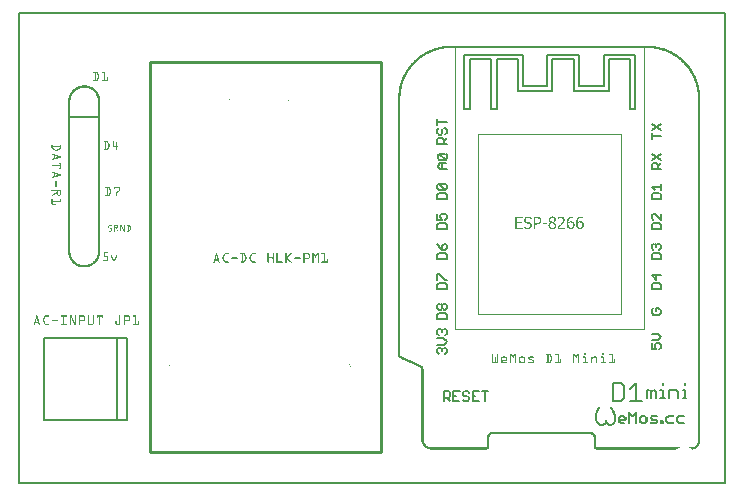
<source format=gto>
G04 MADE WITH FRITZING*
G04 WWW.FRITZING.ORG*
G04 DOUBLE SIDED*
G04 HOLES PLATED*
G04 CONTOUR ON CENTER OF CONTOUR VECTOR*
%ASAXBY*%
%FSLAX23Y23*%
%MOIN*%
%OFA0B0*%
%SFA1.0B1.0*%
%ADD10R,2.362200X1.574800X2.346200X1.558800*%
%ADD11C,0.008000*%
%ADD12R,0.778933X1.311941X0.756711X1.289719*%
%ADD13C,0.011111*%
%ADD14R,0.632695X0.947653X0.627139X0.942097*%
%ADD15C,0.002778*%
%ADD16R,0.477764X0.602764X0.472208X0.597208*%
%ADD17C,0.005556*%
%ADD18C,0.006944*%
%ADD19R,0.001000X0.001000*%
%LNSILK1*%
G90*
G70*
G54D11*
X4Y1571D02*
X2358Y1571D01*
X2358Y4D01*
X4Y4D01*
X4Y1571D01*
D02*
G54D13*
X442Y1407D02*
X1210Y1407D01*
X1210Y106D01*
X442Y106D01*
X442Y1407D01*
D02*
G54D15*
X1457Y1461D02*
X2087Y1461D01*
X2087Y516D01*
X1457Y516D01*
X1457Y1461D01*
D02*
X1535Y1166D02*
X2010Y1166D01*
X2010Y566D01*
X1535Y566D01*
X1535Y1166D01*
D02*
G54D11*
X88Y213D02*
X88Y488D01*
D02*
X88Y488D02*
X332Y488D01*
D02*
X332Y488D02*
X364Y488D01*
D02*
X364Y488D02*
X364Y213D01*
D02*
X364Y213D02*
X332Y213D01*
D02*
X332Y213D02*
X88Y213D01*
D02*
X332Y488D02*
X332Y213D01*
D02*
X172Y1275D02*
X172Y1225D01*
D02*
X172Y1225D02*
X172Y775D01*
D02*
X272Y775D02*
X272Y1225D01*
D02*
X272Y1225D02*
X272Y1275D01*
D02*
X172Y1225D02*
X272Y1225D01*
X2059Y1249D02*
X2042Y1249D01*
X2042Y1416D01*
X1971Y1416D01*
X1971Y1309D01*
X1855Y1309D01*
X1855Y1416D01*
X1782Y1416D01*
X1782Y1309D01*
X1667Y1309D01*
X1667Y1416D01*
X1596Y1416D01*
X1596Y1249D01*
X1579Y1249D01*
X1579Y1416D01*
X1509Y1416D01*
X1509Y1249D01*
X1486Y1249D01*
X1486Y1432D01*
X1684Y1432D01*
X1684Y1326D01*
X1765Y1326D01*
X1765Y1432D01*
X1872Y1432D01*
X1872Y1326D01*
X1954Y1326D01*
X1954Y1432D01*
X2059Y1432D01*
X2059Y1249D01*
D02*
G54D17*
X1430Y1134D02*
X1399Y1134D01*
X1399Y1134D02*
X1399Y1149D01*
X1399Y1149D02*
X1404Y1154D01*
X1404Y1154D02*
X1414Y1154D01*
X1415Y1154D02*
X1419Y1149D01*
X1420Y1149D02*
X1420Y1134D01*
X1420Y1144D02*
X1430Y1154D01*
X1404Y1186D02*
X1399Y1181D01*
X1399Y1180D02*
X1399Y1171D01*
X1399Y1171D02*
X1404Y1166D01*
X1404Y1165D02*
X1409Y1165D01*
X1410Y1165D02*
X1415Y1170D01*
X1415Y1171D02*
X1415Y1180D01*
X1415Y1180D02*
X1419Y1185D01*
X1420Y1186D02*
X1425Y1186D01*
X1425Y1186D02*
X1430Y1181D01*
X1430Y1180D02*
X1430Y1171D01*
X1430Y1171D02*
X1425Y1166D01*
X1430Y1207D02*
X1399Y1207D01*
X1399Y1197D02*
X1399Y1217D01*
D02*
X1430Y1049D02*
X1410Y1049D01*
X1409Y1049D02*
X1400Y1058D01*
X1400Y1059D02*
X1409Y1069D01*
X1409Y1070D02*
X1429Y1070D01*
X1415Y1049D02*
X1415Y1069D01*
X1426Y1081D02*
X1405Y1081D01*
X1404Y1081D02*
X1400Y1086D01*
X1400Y1086D02*
X1400Y1095D01*
X1400Y1096D02*
X1404Y1101D01*
X1404Y1102D02*
X1425Y1102D01*
X1426Y1102D02*
X1430Y1097D01*
X1430Y1096D02*
X1430Y1087D01*
X1430Y1086D02*
X1426Y1081D01*
X1426Y1081D02*
X1405Y1101D01*
D02*
X1399Y949D02*
X1430Y949D01*
X1430Y949D02*
X1430Y964D01*
X1430Y965D02*
X1425Y970D01*
X1425Y970D02*
X1404Y970D01*
X1404Y970D02*
X1399Y965D01*
X1399Y965D02*
X1399Y950D01*
X1425Y981D02*
X1404Y981D01*
X1404Y981D02*
X1399Y986D01*
X1399Y986D02*
X1399Y995D01*
X1399Y996D02*
X1404Y1001D01*
X1404Y1002D02*
X1424Y1002D01*
X1425Y1002D02*
X1430Y997D01*
X1430Y996D02*
X1430Y987D01*
X1430Y986D02*
X1425Y981D01*
X1425Y981D02*
X1404Y1002D01*
D02*
X1399Y849D02*
X1430Y849D01*
X1430Y849D02*
X1430Y864D01*
X1430Y865D02*
X1425Y870D01*
X1425Y870D02*
X1404Y870D01*
X1404Y870D02*
X1399Y865D01*
X1399Y865D02*
X1399Y850D01*
X1399Y902D02*
X1399Y882D01*
X1399Y881D02*
X1414Y881D01*
X1414Y881D02*
X1409Y891D01*
X1409Y892D02*
X1409Y896D01*
X1409Y896D02*
X1414Y901D01*
X1414Y902D02*
X1424Y902D01*
X1425Y902D02*
X1430Y897D01*
X1430Y896D02*
X1430Y887D01*
X1430Y886D02*
X1425Y881D01*
D02*
X1399Y749D02*
X1430Y749D01*
X1430Y749D02*
X1430Y764D01*
X1430Y765D02*
X1425Y770D01*
X1425Y770D02*
X1404Y770D01*
X1404Y770D02*
X1399Y765D01*
X1399Y765D02*
X1399Y750D01*
X1399Y802D02*
X1404Y793D01*
X1404Y792D02*
X1414Y782D01*
X1415Y781D02*
X1424Y781D01*
X1425Y781D02*
X1430Y786D01*
X1430Y786D02*
X1430Y795D01*
X1430Y796D02*
X1425Y801D01*
X1425Y802D02*
X1420Y802D01*
X1420Y802D02*
X1416Y797D01*
X1415Y796D02*
X1415Y781D01*
D02*
X1399Y649D02*
X1430Y649D01*
X1430Y649D02*
X1430Y664D01*
X1430Y665D02*
X1425Y670D01*
X1425Y670D02*
X1404Y670D01*
X1404Y670D02*
X1399Y665D01*
X1399Y665D02*
X1399Y650D01*
X1399Y681D02*
X1399Y701D01*
X1399Y702D02*
X1404Y702D01*
X1404Y702D02*
X1424Y682D01*
X1425Y681D02*
X1430Y681D01*
D02*
X1399Y549D02*
X1430Y549D01*
X1430Y549D02*
X1430Y564D01*
X1430Y565D02*
X1425Y570D01*
X1425Y570D02*
X1404Y570D01*
X1404Y570D02*
X1399Y565D01*
X1399Y565D02*
X1399Y550D01*
X1404Y581D02*
X1399Y586D01*
X1399Y586D02*
X1399Y595D01*
X1399Y596D02*
X1404Y601D01*
X1404Y602D02*
X1409Y602D01*
X1410Y602D02*
X1415Y597D01*
X1415Y596D02*
X1420Y601D01*
X1421Y602D02*
X1425Y602D01*
X1425Y602D02*
X1430Y597D01*
X1430Y596D02*
X1430Y587D01*
X1430Y586D02*
X1425Y581D01*
X1425Y581D02*
X1421Y581D01*
X1421Y581D02*
X1416Y586D01*
X1415Y586D02*
X1410Y581D01*
X1410Y581D02*
X1404Y581D01*
X1415Y586D02*
X1415Y595D01*
D02*
X1404Y434D02*
X1399Y439D01*
X1399Y439D02*
X1399Y448D01*
X1399Y449D02*
X1404Y454D01*
X1404Y454D02*
X1408Y454D01*
X1409Y454D02*
X1414Y449D01*
X1414Y449D02*
X1414Y444D01*
X1414Y449D02*
X1419Y454D01*
X1420Y454D02*
X1425Y454D01*
X1425Y454D02*
X1430Y449D01*
X1430Y449D02*
X1430Y440D01*
X1430Y439D02*
X1425Y434D01*
X1399Y465D02*
X1419Y465D01*
X1420Y465D02*
X1430Y475D01*
X1430Y476D02*
X1420Y485D01*
X1420Y486D02*
X1399Y486D01*
X1404Y497D02*
X1399Y502D01*
X1399Y502D02*
X1399Y513D01*
X1399Y513D02*
X1404Y517D01*
X1404Y517D02*
X1408Y517D01*
X1409Y517D02*
X1414Y513D01*
X1414Y513D02*
X1414Y508D01*
X1414Y513D02*
X1419Y517D01*
X1420Y517D02*
X1425Y517D01*
X1425Y517D02*
X1430Y513D01*
X1430Y513D02*
X1430Y503D01*
X1430Y502D02*
X1425Y497D01*
D02*
X2113Y470D02*
X2113Y450D01*
X2113Y449D02*
X2128Y449D01*
X2128Y449D02*
X2123Y458D01*
X2123Y459D02*
X2123Y464D01*
X2123Y465D02*
X2128Y470D01*
X2128Y470D02*
X2138Y470D01*
X2139Y470D02*
X2144Y465D01*
X2144Y465D02*
X2144Y456D01*
X2144Y455D02*
X2139Y450D01*
X2113Y481D02*
X2133Y481D01*
X2134Y481D02*
X2144Y491D01*
X2144Y492D02*
X2134Y501D01*
X2134Y502D02*
X2114Y502D01*
D02*
X2118Y586D02*
X2113Y581D01*
X2113Y580D02*
X2113Y571D01*
X2113Y571D02*
X2118Y566D01*
X2118Y565D02*
X2138Y565D01*
X2139Y565D02*
X2144Y570D01*
X2144Y571D02*
X2144Y580D01*
X2144Y580D02*
X2139Y585D01*
X2139Y586D02*
X2129Y586D01*
X2128Y586D02*
X2128Y576D01*
D02*
X2113Y649D02*
X2144Y649D01*
X2144Y649D02*
X2144Y664D01*
X2144Y665D02*
X2139Y670D01*
X2139Y670D02*
X2118Y670D01*
X2118Y670D02*
X2113Y665D01*
X2113Y665D02*
X2113Y650D01*
X2144Y696D02*
X2113Y696D01*
X2113Y696D02*
X2129Y681D01*
X2129Y681D02*
X2129Y701D01*
D02*
X2113Y749D02*
X2144Y749D01*
X2144Y749D02*
X2144Y764D01*
X2144Y765D02*
X2139Y770D01*
X2139Y770D02*
X2118Y770D01*
X2118Y770D02*
X2113Y765D01*
X2113Y765D02*
X2113Y750D01*
X2118Y781D02*
X2113Y786D01*
X2113Y786D02*
X2113Y795D01*
X2113Y796D02*
X2118Y801D01*
X2118Y802D02*
X2122Y802D01*
X2123Y802D02*
X2128Y797D01*
X2128Y796D02*
X2128Y792D01*
X2128Y796D02*
X2133Y801D01*
X2134Y802D02*
X2139Y802D01*
X2139Y802D02*
X2144Y797D01*
X2144Y796D02*
X2144Y787D01*
X2144Y786D02*
X2139Y781D01*
D02*
X2113Y849D02*
X2144Y849D01*
X2144Y849D02*
X2144Y864D01*
X2144Y865D02*
X2139Y870D01*
X2139Y870D02*
X2118Y870D01*
X2118Y870D02*
X2113Y865D01*
X2113Y865D02*
X2113Y850D01*
X2144Y902D02*
X2144Y882D01*
X2144Y881D02*
X2124Y901D01*
X2124Y902D02*
X2118Y902D01*
X2118Y902D02*
X2113Y897D01*
X2113Y896D02*
X2113Y887D01*
X2113Y886D02*
X2118Y881D01*
D02*
X2113Y949D02*
X2143Y949D01*
X2144Y949D02*
X2144Y964D01*
X2144Y965D02*
X2140Y970D01*
X2139Y970D02*
X2118Y970D01*
X2118Y970D02*
X2114Y965D01*
X2113Y965D02*
X2113Y950D01*
X2123Y981D02*
X2114Y991D01*
X2113Y992D02*
X2143Y992D01*
X2144Y981D02*
X2144Y1001D01*
D02*
X2144Y1049D02*
X2113Y1049D01*
X2113Y1049D02*
X2113Y1064D01*
X2113Y1065D02*
X2118Y1070D01*
X2118Y1070D02*
X2128Y1070D01*
X2129Y1070D02*
X2133Y1065D01*
X2134Y1065D02*
X2134Y1050D01*
X2134Y1059D02*
X2144Y1069D01*
X2113Y1081D02*
X2144Y1101D01*
X2113Y1102D02*
X2144Y1082D01*
D02*
X2144Y1159D02*
X2114Y1159D01*
X2113Y1149D02*
X2113Y1169D01*
X2113Y1181D02*
X2143Y1201D01*
X2113Y1202D02*
X2143Y1182D01*
D02*
X1421Y277D02*
X1421Y309D01*
X1421Y309D02*
X1436Y309D01*
X1436Y309D02*
X1441Y304D01*
X1441Y303D02*
X1441Y293D01*
X1441Y293D02*
X1436Y288D01*
X1436Y287D02*
X1421Y287D01*
X1430Y287D02*
X1440Y278D01*
X1473Y309D02*
X1452Y309D01*
X1452Y309D02*
X1452Y278D01*
X1452Y277D02*
X1472Y277D01*
X1452Y293D02*
X1462Y293D01*
X1505Y303D02*
X1500Y309D01*
X1500Y309D02*
X1490Y309D01*
X1489Y309D02*
X1484Y304D01*
X1483Y303D02*
X1483Y298D01*
X1483Y298D02*
X1488Y293D01*
X1489Y293D02*
X1499Y293D01*
X1500Y293D02*
X1505Y288D01*
X1505Y287D02*
X1505Y283D01*
X1505Y283D02*
X1500Y278D01*
X1500Y277D02*
X1490Y277D01*
X1489Y277D02*
X1484Y282D01*
X1536Y309D02*
X1516Y309D01*
X1516Y309D02*
X1516Y278D01*
X1516Y277D02*
X1536Y277D01*
X1516Y293D02*
X1525Y293D01*
X1558Y277D02*
X1558Y309D01*
X1547Y309D02*
X1567Y309D01*
D02*
G54D18*
X1983Y337D02*
X1983Y279D01*
X1983Y278D02*
X2011Y278D01*
X2012Y278D02*
X2022Y288D01*
X2022Y288D02*
X2022Y326D01*
X2022Y327D02*
X2012Y337D01*
X2012Y337D02*
X1983Y337D01*
X2042Y316D02*
X2062Y337D01*
X2062Y337D02*
X2062Y279D01*
X2042Y278D02*
X2080Y278D01*
D02*
X2098Y287D02*
X2098Y315D01*
X2098Y315D02*
X2105Y315D01*
X2106Y315D02*
X2112Y308D01*
X2112Y308D02*
X2112Y287D01*
X2112Y308D02*
X2119Y315D01*
X2120Y315D02*
X2127Y308D01*
X2127Y308D02*
X2127Y287D01*
X2142Y315D02*
X2149Y315D01*
X2150Y315D02*
X2150Y287D01*
X2142Y287D02*
X2157Y287D01*
X2150Y337D02*
X2150Y330D01*
X2172Y287D02*
X2172Y315D01*
X2172Y315D02*
X2193Y315D01*
X2193Y315D02*
X2200Y308D01*
X2201Y308D02*
X2201Y287D01*
X2216Y315D02*
X2223Y315D01*
X2223Y315D02*
X2223Y287D01*
X2216Y287D02*
X2229Y287D01*
X2223Y337D02*
X2223Y330D01*
D02*
G54D19*
X1431Y1461D02*
X2112Y1461D01*
X1422Y1460D02*
X2122Y1460D01*
X1415Y1459D02*
X2128Y1459D01*
X1410Y1458D02*
X2134Y1458D01*
X1405Y1457D02*
X2138Y1457D01*
X1401Y1456D02*
X2142Y1456D01*
X1398Y1455D02*
X2146Y1455D01*
X1394Y1454D02*
X2149Y1454D01*
X1391Y1453D02*
X1430Y1453D01*
X2113Y1453D02*
X2153Y1453D01*
X1388Y1452D02*
X1421Y1452D01*
X2122Y1452D02*
X2156Y1452D01*
X1385Y1451D02*
X1415Y1451D01*
X2128Y1451D02*
X2159Y1451D01*
X1383Y1450D02*
X1410Y1450D01*
X2134Y1450D02*
X2161Y1450D01*
X1380Y1449D02*
X1405Y1449D01*
X2138Y1449D02*
X2164Y1449D01*
X1378Y1448D02*
X1401Y1448D01*
X2142Y1448D02*
X2166Y1448D01*
X1375Y1447D02*
X1398Y1447D01*
X2145Y1447D02*
X2169Y1447D01*
X1373Y1446D02*
X1394Y1446D01*
X2149Y1446D02*
X2171Y1446D01*
X1371Y1445D02*
X1391Y1445D01*
X2152Y1445D02*
X2173Y1445D01*
X1369Y1444D02*
X1388Y1444D01*
X2155Y1444D02*
X2175Y1444D01*
X1367Y1443D02*
X1385Y1443D01*
X2158Y1443D02*
X2177Y1443D01*
X1365Y1442D02*
X1383Y1442D01*
X2160Y1442D02*
X2179Y1442D01*
X1363Y1441D02*
X1380Y1441D01*
X2163Y1441D02*
X2181Y1441D01*
X1361Y1440D02*
X1378Y1440D01*
X2165Y1440D02*
X2183Y1440D01*
X1359Y1439D02*
X1376Y1439D01*
X2167Y1439D02*
X2185Y1439D01*
X1357Y1438D02*
X1374Y1438D01*
X2170Y1438D02*
X2186Y1438D01*
X1356Y1437D02*
X1371Y1437D01*
X2172Y1437D02*
X2188Y1437D01*
X1354Y1436D02*
X1369Y1436D01*
X2174Y1436D02*
X2190Y1436D01*
X1352Y1435D02*
X1367Y1435D01*
X2176Y1435D02*
X2191Y1435D01*
X1351Y1434D02*
X1366Y1434D01*
X2178Y1434D02*
X2193Y1434D01*
X1349Y1433D02*
X1364Y1433D01*
X2180Y1433D02*
X2195Y1433D01*
X1348Y1432D02*
X1362Y1432D01*
X2181Y1432D02*
X2196Y1432D01*
X1346Y1431D02*
X1360Y1431D01*
X2183Y1431D02*
X2198Y1431D01*
X1345Y1430D02*
X1358Y1430D01*
X2185Y1430D02*
X2199Y1430D01*
X1343Y1429D02*
X1357Y1429D01*
X2186Y1429D02*
X2200Y1429D01*
X1342Y1428D02*
X1355Y1428D01*
X2188Y1428D02*
X2202Y1428D01*
X1341Y1427D02*
X1354Y1427D01*
X2190Y1427D02*
X2203Y1427D01*
X1339Y1426D02*
X1352Y1426D01*
X2191Y1426D02*
X2205Y1426D01*
X1338Y1425D02*
X1350Y1425D01*
X2193Y1425D02*
X2206Y1425D01*
X1337Y1424D02*
X1349Y1424D01*
X2194Y1424D02*
X2207Y1424D01*
X1335Y1423D02*
X1348Y1423D01*
X2196Y1423D02*
X2208Y1423D01*
X1334Y1422D02*
X1346Y1422D01*
X2197Y1422D02*
X2210Y1422D01*
X1333Y1421D02*
X1345Y1421D01*
X2198Y1421D02*
X2211Y1421D01*
X1332Y1420D02*
X1343Y1420D01*
X2200Y1420D02*
X2212Y1420D01*
X1331Y1419D02*
X1342Y1419D01*
X2201Y1419D02*
X2213Y1419D01*
X1329Y1418D02*
X1341Y1418D01*
X2202Y1418D02*
X2214Y1418D01*
X1328Y1417D02*
X1340Y1417D01*
X2204Y1417D02*
X2215Y1417D01*
X1327Y1416D02*
X1338Y1416D01*
X2205Y1416D02*
X2217Y1416D01*
X1326Y1415D02*
X1337Y1415D01*
X2206Y1415D02*
X2218Y1415D01*
X1325Y1414D02*
X1336Y1414D01*
X2207Y1414D02*
X2219Y1414D01*
X1324Y1413D02*
X1335Y1413D01*
X2208Y1413D02*
X2220Y1413D01*
X1323Y1412D02*
X1334Y1412D01*
X2210Y1412D02*
X2221Y1412D01*
X1322Y1411D02*
X1332Y1411D01*
X2211Y1411D02*
X2222Y1411D01*
X1321Y1410D02*
X1331Y1410D01*
X2212Y1410D02*
X2223Y1410D01*
X1320Y1409D02*
X1330Y1409D01*
X2213Y1409D02*
X2224Y1409D01*
X1319Y1408D02*
X1329Y1408D01*
X2214Y1408D02*
X2225Y1408D01*
X1318Y1407D02*
X1328Y1407D01*
X2215Y1407D02*
X2226Y1407D01*
X1317Y1406D02*
X1327Y1406D01*
X2216Y1406D02*
X2227Y1406D01*
X1316Y1405D02*
X1326Y1405D01*
X2217Y1405D02*
X2228Y1405D01*
X1315Y1404D02*
X1325Y1404D01*
X2218Y1404D02*
X2229Y1404D01*
X1314Y1403D02*
X1324Y1403D01*
X2219Y1403D02*
X2230Y1403D01*
X1313Y1402D02*
X1323Y1402D01*
X2220Y1402D02*
X2230Y1402D01*
X1312Y1401D02*
X1322Y1401D01*
X2221Y1401D02*
X2231Y1401D01*
X1311Y1400D02*
X1321Y1400D01*
X2222Y1400D02*
X2232Y1400D01*
X1311Y1399D02*
X1320Y1399D01*
X2223Y1399D02*
X2233Y1399D01*
X1310Y1398D02*
X1319Y1398D01*
X2224Y1398D02*
X2234Y1398D01*
X1309Y1397D02*
X1318Y1397D01*
X2225Y1397D02*
X2235Y1397D01*
X1308Y1396D02*
X1317Y1396D01*
X2226Y1396D02*
X2236Y1396D01*
X1307Y1395D02*
X1317Y1395D01*
X2227Y1395D02*
X2236Y1395D01*
X1306Y1394D02*
X1316Y1394D01*
X2227Y1394D02*
X2237Y1394D01*
X1306Y1393D02*
X1315Y1393D01*
X2228Y1393D02*
X2238Y1393D01*
X1305Y1392D02*
X1314Y1392D01*
X2229Y1392D02*
X2239Y1392D01*
X1304Y1391D02*
X1313Y1391D01*
X2230Y1391D02*
X2239Y1391D01*
X1303Y1390D02*
X1312Y1390D01*
X2231Y1390D02*
X2240Y1390D01*
X1303Y1389D02*
X1312Y1389D01*
X2232Y1389D02*
X2241Y1389D01*
X1302Y1388D02*
X1311Y1388D01*
X2232Y1388D02*
X2242Y1388D01*
X1301Y1387D02*
X1310Y1387D01*
X2233Y1387D02*
X2242Y1387D01*
X1300Y1386D02*
X1309Y1386D01*
X2234Y1386D02*
X2243Y1386D01*
X1300Y1385D02*
X1309Y1385D01*
X2235Y1385D02*
X2244Y1385D01*
X1299Y1384D02*
X1308Y1384D01*
X2235Y1384D02*
X2244Y1384D01*
X1298Y1383D02*
X1307Y1383D01*
X2236Y1383D02*
X2245Y1383D01*
X1298Y1382D02*
X1306Y1382D01*
X2237Y1382D02*
X2246Y1382D01*
X1297Y1381D02*
X1306Y1381D01*
X2237Y1381D02*
X2246Y1381D01*
X1296Y1380D02*
X1305Y1380D01*
X2238Y1380D02*
X2247Y1380D01*
X1296Y1379D02*
X1304Y1379D01*
X2239Y1379D02*
X2248Y1379D01*
X1295Y1378D02*
X1304Y1378D01*
X2240Y1378D02*
X2248Y1378D01*
X1294Y1377D02*
X1303Y1377D01*
X2240Y1377D02*
X2249Y1377D01*
X1294Y1376D02*
X1302Y1376D01*
X2241Y1376D02*
X2250Y1376D01*
X1293Y1375D02*
X1302Y1375D01*
X2241Y1375D02*
X2250Y1375D01*
X254Y1374D02*
X264Y1374D01*
X282Y1374D02*
X292Y1374D01*
X1293Y1374D02*
X1301Y1374D01*
X2242Y1374D02*
X2251Y1374D01*
X253Y1373D02*
X265Y1373D01*
X282Y1373D02*
X292Y1373D01*
X1292Y1373D02*
X1300Y1373D01*
X2243Y1373D02*
X2251Y1373D01*
X253Y1372D02*
X266Y1372D01*
X282Y1372D02*
X292Y1372D01*
X1292Y1372D02*
X1300Y1372D01*
X2243Y1372D02*
X2252Y1372D01*
X254Y1371D02*
X267Y1371D01*
X282Y1371D02*
X292Y1371D01*
X1291Y1371D02*
X1299Y1371D01*
X2244Y1371D02*
X2252Y1371D01*
X257Y1370D02*
X260Y1370D01*
X264Y1370D02*
X268Y1370D01*
X289Y1370D02*
X292Y1370D01*
X1290Y1370D02*
X1299Y1370D01*
X2245Y1370D02*
X2253Y1370D01*
X257Y1369D02*
X260Y1369D01*
X265Y1369D02*
X268Y1369D01*
X289Y1369D02*
X292Y1369D01*
X1290Y1369D02*
X1298Y1369D01*
X2245Y1369D02*
X2254Y1369D01*
X257Y1368D02*
X260Y1368D01*
X265Y1368D02*
X269Y1368D01*
X289Y1368D02*
X292Y1368D01*
X1289Y1368D02*
X1297Y1368D01*
X2246Y1368D02*
X2254Y1368D01*
X257Y1367D02*
X260Y1367D01*
X266Y1367D02*
X269Y1367D01*
X289Y1367D02*
X292Y1367D01*
X1289Y1367D02*
X1297Y1367D01*
X2246Y1367D02*
X2255Y1367D01*
X257Y1366D02*
X260Y1366D01*
X266Y1366D02*
X270Y1366D01*
X289Y1366D02*
X292Y1366D01*
X1288Y1366D02*
X1296Y1366D01*
X2247Y1366D02*
X2255Y1366D01*
X257Y1365D02*
X260Y1365D01*
X267Y1365D02*
X270Y1365D01*
X289Y1365D02*
X292Y1365D01*
X1288Y1365D02*
X1296Y1365D01*
X2247Y1365D02*
X2256Y1365D01*
X257Y1364D02*
X260Y1364D01*
X267Y1364D02*
X271Y1364D01*
X289Y1364D02*
X292Y1364D01*
X1287Y1364D02*
X1295Y1364D01*
X2248Y1364D02*
X2256Y1364D01*
X257Y1363D02*
X260Y1363D01*
X268Y1363D02*
X271Y1363D01*
X289Y1363D02*
X292Y1363D01*
X1287Y1363D02*
X1295Y1363D01*
X2248Y1363D02*
X2257Y1363D01*
X257Y1362D02*
X260Y1362D01*
X268Y1362D02*
X271Y1362D01*
X289Y1362D02*
X292Y1362D01*
X1286Y1362D02*
X1294Y1362D01*
X2249Y1362D02*
X2257Y1362D01*
X257Y1361D02*
X260Y1361D01*
X269Y1361D02*
X272Y1361D01*
X289Y1361D02*
X292Y1361D01*
X1286Y1361D02*
X1294Y1361D01*
X2249Y1361D02*
X2258Y1361D01*
X257Y1360D02*
X260Y1360D01*
X269Y1360D02*
X272Y1360D01*
X289Y1360D02*
X292Y1360D01*
X1285Y1360D02*
X1293Y1360D01*
X2250Y1360D02*
X2258Y1360D01*
X257Y1359D02*
X260Y1359D01*
X269Y1359D02*
X272Y1359D01*
X289Y1359D02*
X292Y1359D01*
X1285Y1359D02*
X1293Y1359D01*
X2250Y1359D02*
X2259Y1359D01*
X257Y1358D02*
X260Y1358D01*
X269Y1358D02*
X272Y1358D01*
X289Y1358D02*
X292Y1358D01*
X1284Y1358D02*
X1292Y1358D01*
X2251Y1358D02*
X2259Y1358D01*
X257Y1357D02*
X260Y1357D01*
X268Y1357D02*
X272Y1357D01*
X289Y1357D02*
X292Y1357D01*
X298Y1357D02*
X300Y1357D01*
X1284Y1357D02*
X1292Y1357D01*
X2251Y1357D02*
X2259Y1357D01*
X257Y1356D02*
X260Y1356D01*
X268Y1356D02*
X271Y1356D01*
X289Y1356D02*
X292Y1356D01*
X297Y1356D02*
X300Y1356D01*
X1283Y1356D02*
X1291Y1356D01*
X2252Y1356D02*
X2260Y1356D01*
X257Y1355D02*
X260Y1355D01*
X267Y1355D02*
X271Y1355D01*
X289Y1355D02*
X292Y1355D01*
X297Y1355D02*
X300Y1355D01*
X1283Y1355D02*
X1291Y1355D01*
X2252Y1355D02*
X2260Y1355D01*
X257Y1354D02*
X260Y1354D01*
X267Y1354D02*
X270Y1354D01*
X289Y1354D02*
X292Y1354D01*
X297Y1354D02*
X300Y1354D01*
X1283Y1354D02*
X1290Y1354D01*
X2253Y1354D02*
X2261Y1354D01*
X257Y1353D02*
X260Y1353D01*
X266Y1353D02*
X270Y1353D01*
X289Y1353D02*
X292Y1353D01*
X297Y1353D02*
X300Y1353D01*
X1282Y1353D02*
X1290Y1353D01*
X2253Y1353D02*
X2261Y1353D01*
X257Y1352D02*
X260Y1352D01*
X266Y1352D02*
X269Y1352D01*
X289Y1352D02*
X292Y1352D01*
X297Y1352D02*
X300Y1352D01*
X1282Y1352D02*
X1289Y1352D01*
X2254Y1352D02*
X2262Y1352D01*
X257Y1351D02*
X260Y1351D01*
X265Y1351D02*
X269Y1351D01*
X289Y1351D02*
X292Y1351D01*
X297Y1351D02*
X300Y1351D01*
X1281Y1351D02*
X1289Y1351D01*
X2254Y1351D02*
X2262Y1351D01*
X257Y1350D02*
X260Y1350D01*
X265Y1350D02*
X268Y1350D01*
X289Y1350D02*
X292Y1350D01*
X297Y1350D02*
X300Y1350D01*
X1281Y1350D02*
X1288Y1350D01*
X2255Y1350D02*
X2262Y1350D01*
X257Y1349D02*
X260Y1349D01*
X264Y1349D02*
X268Y1349D01*
X289Y1349D02*
X292Y1349D01*
X297Y1349D02*
X300Y1349D01*
X1281Y1349D02*
X1288Y1349D01*
X2255Y1349D02*
X2263Y1349D01*
X257Y1348D02*
X260Y1348D01*
X263Y1348D02*
X267Y1348D01*
X289Y1348D02*
X293Y1348D01*
X297Y1348D02*
X300Y1348D01*
X1280Y1348D02*
X1288Y1348D01*
X2255Y1348D02*
X2263Y1348D01*
X254Y1347D02*
X267Y1347D01*
X282Y1347D02*
X300Y1347D01*
X1280Y1347D02*
X1287Y1347D01*
X2256Y1347D02*
X2264Y1347D01*
X253Y1346D02*
X266Y1346D01*
X282Y1346D02*
X300Y1346D01*
X1279Y1346D02*
X1287Y1346D01*
X2256Y1346D02*
X2264Y1346D01*
X254Y1345D02*
X265Y1345D01*
X282Y1345D02*
X300Y1345D01*
X1279Y1345D02*
X1287Y1345D01*
X2257Y1345D02*
X2264Y1345D01*
X254Y1344D02*
X263Y1344D01*
X283Y1344D02*
X299Y1344D01*
X1279Y1344D02*
X1286Y1344D01*
X2257Y1344D02*
X2265Y1344D01*
X1278Y1343D02*
X1286Y1343D01*
X2257Y1343D02*
X2265Y1343D01*
X1278Y1342D02*
X1285Y1342D01*
X2258Y1342D02*
X2265Y1342D01*
X1278Y1341D02*
X1285Y1341D01*
X2258Y1341D02*
X2266Y1341D01*
X1277Y1340D02*
X1285Y1340D01*
X2258Y1340D02*
X2266Y1340D01*
X1277Y1339D02*
X1284Y1339D01*
X2259Y1339D02*
X2266Y1339D01*
X1277Y1338D02*
X1284Y1338D01*
X2259Y1338D02*
X2267Y1338D01*
X1276Y1337D02*
X1284Y1337D01*
X2259Y1337D02*
X2267Y1337D01*
X1276Y1336D02*
X1283Y1336D01*
X2260Y1336D02*
X2267Y1336D01*
X1276Y1335D02*
X1283Y1335D01*
X2260Y1335D02*
X2268Y1335D01*
X1275Y1334D02*
X1283Y1334D01*
X2260Y1334D02*
X2268Y1334D01*
X1275Y1333D02*
X1282Y1333D01*
X2261Y1333D02*
X2268Y1333D01*
X1275Y1332D02*
X1282Y1332D01*
X2261Y1332D02*
X2268Y1332D01*
X1274Y1331D02*
X1282Y1331D01*
X2261Y1331D02*
X2269Y1331D01*
X1274Y1330D02*
X1282Y1330D01*
X2262Y1330D02*
X2269Y1330D01*
X215Y1329D02*
X229Y1329D01*
X1274Y1329D02*
X1281Y1329D01*
X2262Y1329D02*
X2269Y1329D01*
X209Y1328D02*
X234Y1328D01*
X1274Y1328D02*
X1281Y1328D01*
X2262Y1328D02*
X2270Y1328D01*
X206Y1327D02*
X238Y1327D01*
X1273Y1327D02*
X1281Y1327D01*
X2262Y1327D02*
X2270Y1327D01*
X203Y1326D02*
X240Y1326D01*
X1273Y1326D02*
X1280Y1326D01*
X2263Y1326D02*
X2270Y1326D01*
X201Y1325D02*
X243Y1325D01*
X1273Y1325D02*
X1280Y1325D01*
X2263Y1325D02*
X2270Y1325D01*
X198Y1324D02*
X245Y1324D01*
X1273Y1324D02*
X1280Y1324D01*
X2263Y1324D02*
X2270Y1324D01*
X196Y1323D02*
X247Y1323D01*
X1273Y1323D02*
X1280Y1323D01*
X2263Y1323D02*
X2271Y1323D01*
X195Y1322D02*
X249Y1322D01*
X1272Y1322D02*
X1279Y1322D01*
X2264Y1322D02*
X2271Y1322D01*
X193Y1321D02*
X214Y1321D01*
X230Y1321D02*
X250Y1321D01*
X1272Y1321D02*
X1279Y1321D01*
X2264Y1321D02*
X2271Y1321D01*
X192Y1320D02*
X209Y1320D01*
X234Y1320D02*
X252Y1320D01*
X1272Y1320D02*
X1279Y1320D01*
X2264Y1320D02*
X2271Y1320D01*
X190Y1319D02*
X206Y1319D01*
X238Y1319D02*
X253Y1319D01*
X1272Y1319D02*
X1279Y1319D01*
X2264Y1319D02*
X2272Y1319D01*
X189Y1318D02*
X203Y1318D01*
X240Y1318D02*
X255Y1318D01*
X1271Y1318D02*
X1279Y1318D01*
X2265Y1318D02*
X2272Y1318D01*
X188Y1317D02*
X201Y1317D01*
X242Y1317D02*
X256Y1317D01*
X1271Y1317D02*
X1278Y1317D01*
X2265Y1317D02*
X2272Y1317D01*
X186Y1316D02*
X199Y1316D01*
X244Y1316D02*
X257Y1316D01*
X1271Y1316D02*
X1278Y1316D01*
X2265Y1316D02*
X2272Y1316D01*
X185Y1315D02*
X197Y1315D01*
X246Y1315D02*
X258Y1315D01*
X1271Y1315D02*
X1278Y1315D01*
X2265Y1315D02*
X2272Y1315D01*
X184Y1314D02*
X196Y1314D01*
X248Y1314D02*
X259Y1314D01*
X1271Y1314D02*
X1278Y1314D01*
X2265Y1314D02*
X2272Y1314D01*
X183Y1313D02*
X194Y1313D01*
X249Y1313D02*
X260Y1313D01*
X1271Y1313D02*
X1278Y1313D01*
X2265Y1313D02*
X2273Y1313D01*
X182Y1312D02*
X193Y1312D01*
X250Y1312D02*
X261Y1312D01*
X1270Y1312D02*
X1278Y1312D01*
X2266Y1312D02*
X2273Y1312D01*
X181Y1311D02*
X192Y1311D01*
X252Y1311D02*
X262Y1311D01*
X1270Y1311D02*
X1277Y1311D01*
X2266Y1311D02*
X2273Y1311D01*
X181Y1310D02*
X191Y1310D01*
X253Y1310D02*
X263Y1310D01*
X1270Y1310D02*
X1277Y1310D01*
X2266Y1310D02*
X2273Y1310D01*
X180Y1309D02*
X190Y1309D01*
X254Y1309D02*
X264Y1309D01*
X1270Y1309D02*
X1277Y1309D01*
X2266Y1309D02*
X2273Y1309D01*
X179Y1308D02*
X189Y1308D01*
X255Y1308D02*
X264Y1308D01*
X1270Y1308D02*
X1277Y1308D01*
X2266Y1308D02*
X2273Y1308D01*
X178Y1307D02*
X188Y1307D01*
X256Y1307D02*
X265Y1307D01*
X1270Y1307D02*
X1277Y1307D01*
X2266Y1307D02*
X2273Y1307D01*
X178Y1306D02*
X187Y1306D01*
X257Y1306D02*
X266Y1306D01*
X1270Y1306D02*
X1277Y1306D01*
X2267Y1306D02*
X2274Y1306D01*
X177Y1305D02*
X186Y1305D01*
X258Y1305D02*
X266Y1305D01*
X1269Y1305D02*
X1277Y1305D01*
X2267Y1305D02*
X2274Y1305D01*
X176Y1304D02*
X185Y1304D01*
X258Y1304D02*
X267Y1304D01*
X1269Y1304D02*
X1276Y1304D01*
X2267Y1304D02*
X2274Y1304D01*
X176Y1303D02*
X184Y1303D01*
X259Y1303D02*
X268Y1303D01*
X1269Y1303D02*
X1276Y1303D01*
X2267Y1303D02*
X2274Y1303D01*
X175Y1302D02*
X184Y1302D01*
X260Y1302D02*
X268Y1302D01*
X1269Y1302D02*
X1276Y1302D01*
X2267Y1302D02*
X2274Y1302D01*
X175Y1301D02*
X183Y1301D01*
X261Y1301D02*
X269Y1301D01*
X1269Y1301D02*
X1276Y1301D01*
X2267Y1301D02*
X2274Y1301D01*
X174Y1300D02*
X182Y1300D01*
X261Y1300D02*
X269Y1300D01*
X1269Y1300D02*
X1276Y1300D01*
X2267Y1300D02*
X2274Y1300D01*
X174Y1299D02*
X182Y1299D01*
X262Y1299D02*
X270Y1299D01*
X1269Y1299D02*
X1276Y1299D01*
X2267Y1299D02*
X2274Y1299D01*
X173Y1298D02*
X181Y1298D01*
X262Y1298D02*
X270Y1298D01*
X1269Y1298D02*
X1276Y1298D01*
X2267Y1298D02*
X2274Y1298D01*
X173Y1297D02*
X180Y1297D01*
X263Y1297D02*
X271Y1297D01*
X1269Y1297D02*
X1276Y1297D01*
X2267Y1297D02*
X2274Y1297D01*
X172Y1296D02*
X180Y1296D01*
X263Y1296D02*
X271Y1296D01*
X1269Y1296D02*
X1276Y1296D01*
X2268Y1296D02*
X2275Y1296D01*
X172Y1295D02*
X179Y1295D01*
X264Y1295D02*
X271Y1295D01*
X1269Y1295D02*
X1276Y1295D01*
X2268Y1295D02*
X2275Y1295D01*
X172Y1294D02*
X179Y1294D01*
X264Y1294D02*
X272Y1294D01*
X1268Y1294D02*
X1275Y1294D01*
X2268Y1294D02*
X2275Y1294D01*
X171Y1293D02*
X179Y1293D01*
X265Y1293D02*
X272Y1293D01*
X1268Y1293D02*
X1275Y1293D01*
X2268Y1293D02*
X2275Y1293D01*
X171Y1292D02*
X178Y1292D01*
X265Y1292D02*
X273Y1292D01*
X1268Y1292D02*
X1275Y1292D01*
X2268Y1292D02*
X2275Y1292D01*
X171Y1291D02*
X178Y1291D01*
X266Y1291D02*
X273Y1291D01*
X1268Y1291D02*
X1275Y1291D01*
X2268Y1291D02*
X2275Y1291D01*
X170Y1290D02*
X177Y1290D01*
X266Y1290D02*
X273Y1290D01*
X1268Y1290D02*
X1275Y1290D01*
X2268Y1290D02*
X2275Y1290D01*
X170Y1289D02*
X177Y1289D01*
X266Y1289D02*
X273Y1289D01*
X1268Y1289D02*
X1275Y1289D01*
X2268Y1289D02*
X2275Y1289D01*
X170Y1288D02*
X177Y1288D01*
X267Y1288D02*
X274Y1288D01*
X1268Y1288D02*
X1275Y1288D01*
X2268Y1288D02*
X2275Y1288D01*
X169Y1287D02*
X177Y1287D01*
X267Y1287D02*
X274Y1287D01*
X1268Y1287D02*
X1275Y1287D01*
X2268Y1287D02*
X2275Y1287D01*
X169Y1286D02*
X176Y1286D01*
X267Y1286D02*
X274Y1286D01*
X898Y1286D02*
X898Y1286D01*
X1268Y1286D02*
X1275Y1286D01*
X2268Y1286D02*
X2275Y1286D01*
X169Y1285D02*
X176Y1285D01*
X267Y1285D02*
X274Y1285D01*
X899Y1285D02*
X902Y1285D01*
X1268Y1285D02*
X1275Y1285D01*
X2268Y1285D02*
X2275Y1285D01*
X169Y1284D02*
X176Y1284D01*
X267Y1284D02*
X274Y1284D01*
X703Y1284D02*
X703Y1284D01*
X899Y1284D02*
X899Y1284D01*
X901Y1284D02*
X903Y1284D01*
X1268Y1284D02*
X1275Y1284D01*
X2268Y1284D02*
X2275Y1284D01*
X169Y1283D02*
X176Y1283D01*
X268Y1283D02*
X275Y1283D01*
X704Y1283D02*
X706Y1283D01*
X898Y1283D02*
X899Y1283D01*
X1268Y1283D02*
X1275Y1283D01*
X2268Y1283D02*
X2275Y1283D01*
X169Y1282D02*
X176Y1282D01*
X268Y1282D02*
X275Y1282D01*
X704Y1282D02*
X704Y1282D01*
X706Y1282D02*
X708Y1282D01*
X1268Y1282D02*
X1275Y1282D01*
X2268Y1282D02*
X2275Y1282D01*
X168Y1281D02*
X176Y1281D01*
X268Y1281D02*
X275Y1281D01*
X703Y1281D02*
X705Y1281D01*
X1268Y1281D02*
X1275Y1281D01*
X2268Y1281D02*
X2275Y1281D01*
X168Y1280D02*
X175Y1280D01*
X268Y1280D02*
X275Y1280D01*
X899Y1280D02*
X901Y1280D01*
X1268Y1280D02*
X1275Y1280D01*
X2268Y1280D02*
X2275Y1280D01*
X168Y1279D02*
X175Y1279D01*
X268Y1279D02*
X275Y1279D01*
X898Y1279D02*
X898Y1279D01*
X902Y1279D02*
X903Y1279D01*
X1268Y1279D02*
X1275Y1279D01*
X2268Y1279D02*
X2275Y1279D01*
X168Y1278D02*
X175Y1278D01*
X268Y1278D02*
X275Y1278D01*
X705Y1278D02*
X706Y1278D01*
X897Y1278D02*
X897Y1278D01*
X903Y1278D02*
X903Y1278D01*
X1268Y1278D02*
X1275Y1278D01*
X2268Y1278D02*
X2275Y1278D01*
X168Y1277D02*
X175Y1277D01*
X268Y1277D02*
X275Y1277D01*
X703Y1277D02*
X703Y1277D01*
X707Y1277D02*
X707Y1277D01*
X897Y1277D02*
X897Y1277D01*
X903Y1277D02*
X903Y1277D01*
X1268Y1277D02*
X1275Y1277D01*
X2268Y1277D02*
X2275Y1277D01*
X168Y1276D02*
X175Y1276D01*
X268Y1276D02*
X275Y1276D01*
X702Y1276D02*
X702Y1276D01*
X708Y1276D02*
X708Y1276D01*
X1268Y1276D02*
X1275Y1276D01*
X2268Y1276D02*
X2275Y1276D01*
X702Y1275D02*
X702Y1275D01*
X708Y1275D02*
X708Y1275D01*
X1268Y1275D02*
X1275Y1275D01*
X2268Y1275D02*
X2275Y1275D01*
X1268Y1274D02*
X1275Y1274D01*
X2268Y1274D02*
X2275Y1274D01*
X1268Y1273D02*
X1275Y1273D01*
X2268Y1273D02*
X2275Y1273D01*
X1268Y1272D02*
X1275Y1272D01*
X2268Y1272D02*
X2275Y1272D01*
X1268Y1271D02*
X1275Y1271D01*
X2268Y1271D02*
X2275Y1271D01*
X1268Y1270D02*
X1275Y1270D01*
X2268Y1270D02*
X2275Y1270D01*
X1268Y1269D02*
X1275Y1269D01*
X2268Y1269D02*
X2275Y1269D01*
X1268Y1268D02*
X1275Y1268D01*
X2268Y1268D02*
X2275Y1268D01*
X1268Y1267D02*
X1275Y1267D01*
X2268Y1267D02*
X2275Y1267D01*
X1268Y1266D02*
X1275Y1266D01*
X2268Y1266D02*
X2275Y1266D01*
X1268Y1265D02*
X1275Y1265D01*
X2268Y1265D02*
X2275Y1265D01*
X1268Y1264D02*
X1275Y1264D01*
X2268Y1264D02*
X2275Y1264D01*
X1268Y1263D02*
X1275Y1263D01*
X2268Y1263D02*
X2275Y1263D01*
X1268Y1262D02*
X1275Y1262D01*
X2268Y1262D02*
X2275Y1262D01*
X1268Y1261D02*
X1275Y1261D01*
X2268Y1261D02*
X2275Y1261D01*
X1268Y1260D02*
X1275Y1260D01*
X2268Y1260D02*
X2275Y1260D01*
X1268Y1259D02*
X1275Y1259D01*
X2268Y1259D02*
X2275Y1259D01*
X1268Y1258D02*
X1275Y1258D01*
X2268Y1258D02*
X2275Y1258D01*
X1268Y1257D02*
X1275Y1257D01*
X2268Y1257D02*
X2275Y1257D01*
X1268Y1256D02*
X1275Y1256D01*
X2268Y1256D02*
X2275Y1256D01*
X1268Y1255D02*
X1275Y1255D01*
X2268Y1255D02*
X2275Y1255D01*
X1268Y1254D02*
X1275Y1254D01*
X2268Y1254D02*
X2275Y1254D01*
X1268Y1253D02*
X1275Y1253D01*
X2268Y1253D02*
X2275Y1253D01*
X1268Y1252D02*
X1275Y1252D01*
X2268Y1252D02*
X2275Y1252D01*
X1268Y1251D02*
X1275Y1251D01*
X2268Y1251D02*
X2275Y1251D01*
X1268Y1250D02*
X1275Y1250D01*
X2268Y1250D02*
X2275Y1250D01*
X1268Y1249D02*
X1275Y1249D01*
X2268Y1249D02*
X2275Y1249D01*
X1268Y1248D02*
X1275Y1248D01*
X2268Y1248D02*
X2275Y1248D01*
X1268Y1247D02*
X1275Y1247D01*
X2268Y1247D02*
X2275Y1247D01*
X1268Y1246D02*
X1275Y1246D01*
X2268Y1246D02*
X2275Y1246D01*
X1268Y1245D02*
X1275Y1245D01*
X2268Y1245D02*
X2275Y1245D01*
X1268Y1244D02*
X1275Y1244D01*
X2268Y1244D02*
X2275Y1244D01*
X1268Y1243D02*
X1275Y1243D01*
X2268Y1243D02*
X2275Y1243D01*
X1268Y1242D02*
X1275Y1242D01*
X2268Y1242D02*
X2275Y1242D01*
X1268Y1241D02*
X1275Y1241D01*
X2268Y1241D02*
X2275Y1241D01*
X1268Y1240D02*
X1275Y1240D01*
X2268Y1240D02*
X2275Y1240D01*
X1268Y1239D02*
X1275Y1239D01*
X2268Y1239D02*
X2275Y1239D01*
X1268Y1238D02*
X1275Y1238D01*
X2268Y1238D02*
X2275Y1238D01*
X1268Y1237D02*
X1275Y1237D01*
X2268Y1237D02*
X2275Y1237D01*
X1268Y1236D02*
X1275Y1236D01*
X2268Y1236D02*
X2275Y1236D01*
X1268Y1235D02*
X1275Y1235D01*
X2268Y1235D02*
X2275Y1235D01*
X1268Y1234D02*
X1275Y1234D01*
X2268Y1234D02*
X2275Y1234D01*
X1268Y1233D02*
X1275Y1233D01*
X2268Y1233D02*
X2275Y1233D01*
X1268Y1232D02*
X1275Y1232D01*
X2268Y1232D02*
X2275Y1232D01*
X1268Y1231D02*
X1275Y1231D01*
X2268Y1231D02*
X2275Y1231D01*
X1268Y1230D02*
X1275Y1230D01*
X2268Y1230D02*
X2275Y1230D01*
X1268Y1229D02*
X1275Y1229D01*
X2268Y1229D02*
X2275Y1229D01*
X1268Y1228D02*
X1275Y1228D01*
X2268Y1228D02*
X2275Y1228D01*
X1268Y1227D02*
X1275Y1227D01*
X2268Y1227D02*
X2275Y1227D01*
X1268Y1226D02*
X1275Y1226D01*
X2268Y1226D02*
X2275Y1226D01*
X1268Y1225D02*
X1275Y1225D01*
X2268Y1225D02*
X2275Y1225D01*
X1268Y1224D02*
X1275Y1224D01*
X2268Y1224D02*
X2275Y1224D01*
X1268Y1223D02*
X1275Y1223D01*
X2268Y1223D02*
X2275Y1223D01*
X1268Y1222D02*
X1275Y1222D01*
X2268Y1222D02*
X2275Y1222D01*
X1268Y1221D02*
X1275Y1221D01*
X2268Y1221D02*
X2275Y1221D01*
X1268Y1220D02*
X1275Y1220D01*
X2268Y1220D02*
X2275Y1220D01*
X1268Y1219D02*
X1275Y1219D01*
X2268Y1219D02*
X2275Y1219D01*
X1268Y1218D02*
X1275Y1218D01*
X2268Y1218D02*
X2275Y1218D01*
X1268Y1217D02*
X1275Y1217D01*
X2268Y1217D02*
X2275Y1217D01*
X1268Y1216D02*
X1275Y1216D01*
X2268Y1216D02*
X2275Y1216D01*
X1268Y1215D02*
X1275Y1215D01*
X2268Y1215D02*
X2275Y1215D01*
X1268Y1214D02*
X1275Y1214D01*
X2268Y1214D02*
X2275Y1214D01*
X1268Y1213D02*
X1275Y1213D01*
X2268Y1213D02*
X2275Y1213D01*
X1268Y1212D02*
X1275Y1212D01*
X2268Y1212D02*
X2275Y1212D01*
X1268Y1211D02*
X1275Y1211D01*
X2268Y1211D02*
X2275Y1211D01*
X1268Y1210D02*
X1275Y1210D01*
X2268Y1210D02*
X2275Y1210D01*
X1268Y1209D02*
X1275Y1209D01*
X2268Y1209D02*
X2275Y1209D01*
X1268Y1208D02*
X1275Y1208D01*
X2268Y1208D02*
X2275Y1208D01*
X1268Y1207D02*
X1275Y1207D01*
X2268Y1207D02*
X2275Y1207D01*
X1268Y1206D02*
X1275Y1206D01*
X2268Y1206D02*
X2275Y1206D01*
X1268Y1205D02*
X1275Y1205D01*
X2268Y1205D02*
X2275Y1205D01*
X1268Y1204D02*
X1275Y1204D01*
X2268Y1204D02*
X2275Y1204D01*
X1268Y1203D02*
X1275Y1203D01*
X2268Y1203D02*
X2275Y1203D01*
X1268Y1202D02*
X1275Y1202D01*
X2268Y1202D02*
X2275Y1202D01*
X1268Y1201D02*
X1275Y1201D01*
X2268Y1201D02*
X2275Y1201D01*
X1268Y1200D02*
X1275Y1200D01*
X2268Y1200D02*
X2275Y1200D01*
X1268Y1199D02*
X1275Y1199D01*
X2268Y1199D02*
X2275Y1199D01*
X1268Y1198D02*
X1275Y1198D01*
X2268Y1198D02*
X2275Y1198D01*
X1268Y1197D02*
X1275Y1197D01*
X2268Y1197D02*
X2275Y1197D01*
X1268Y1196D02*
X1275Y1196D01*
X2268Y1196D02*
X2275Y1196D01*
X1268Y1195D02*
X1275Y1195D01*
X2268Y1195D02*
X2275Y1195D01*
X1268Y1194D02*
X1275Y1194D01*
X2268Y1194D02*
X2275Y1194D01*
X1268Y1193D02*
X1275Y1193D01*
X2268Y1193D02*
X2275Y1193D01*
X1268Y1192D02*
X1275Y1192D01*
X2268Y1192D02*
X2275Y1192D01*
X1268Y1191D02*
X1275Y1191D01*
X2268Y1191D02*
X2275Y1191D01*
X1268Y1190D02*
X1275Y1190D01*
X2268Y1190D02*
X2275Y1190D01*
X1268Y1189D02*
X1275Y1189D01*
X2268Y1189D02*
X2275Y1189D01*
X1268Y1188D02*
X1275Y1188D01*
X2268Y1188D02*
X2275Y1188D01*
X1268Y1187D02*
X1275Y1187D01*
X2268Y1187D02*
X2275Y1187D01*
X1268Y1186D02*
X1275Y1186D01*
X2268Y1186D02*
X2275Y1186D01*
X1268Y1185D02*
X1275Y1185D01*
X2268Y1185D02*
X2275Y1185D01*
X1268Y1184D02*
X1275Y1184D01*
X2268Y1184D02*
X2275Y1184D01*
X1268Y1183D02*
X1275Y1183D01*
X2268Y1183D02*
X2275Y1183D01*
X1268Y1182D02*
X1275Y1182D01*
X2268Y1182D02*
X2275Y1182D01*
X1268Y1181D02*
X1275Y1181D01*
X2268Y1181D02*
X2275Y1181D01*
X1268Y1180D02*
X1275Y1180D01*
X2268Y1180D02*
X2275Y1180D01*
X1268Y1179D02*
X1275Y1179D01*
X2268Y1179D02*
X2275Y1179D01*
X1268Y1178D02*
X1275Y1178D01*
X2268Y1178D02*
X2275Y1178D01*
X1268Y1177D02*
X1275Y1177D01*
X2268Y1177D02*
X2275Y1177D01*
X1268Y1176D02*
X1275Y1176D01*
X2268Y1176D02*
X2275Y1176D01*
X1268Y1175D02*
X1275Y1175D01*
X2268Y1175D02*
X2275Y1175D01*
X1268Y1174D02*
X1275Y1174D01*
X2268Y1174D02*
X2275Y1174D01*
X1268Y1173D02*
X1275Y1173D01*
X2268Y1173D02*
X2275Y1173D01*
X1268Y1172D02*
X1275Y1172D01*
X2268Y1172D02*
X2275Y1172D01*
X1268Y1171D02*
X1275Y1171D01*
X2268Y1171D02*
X2275Y1171D01*
X1268Y1170D02*
X1275Y1170D01*
X2268Y1170D02*
X2275Y1170D01*
X1268Y1169D02*
X1275Y1169D01*
X2268Y1169D02*
X2275Y1169D01*
X1268Y1168D02*
X1275Y1168D01*
X2268Y1168D02*
X2275Y1168D01*
X1268Y1167D02*
X1275Y1167D01*
X2268Y1167D02*
X2275Y1167D01*
X1268Y1166D02*
X1275Y1166D01*
X2268Y1166D02*
X2275Y1166D01*
X1268Y1165D02*
X1275Y1165D01*
X2268Y1165D02*
X2275Y1165D01*
X1268Y1164D02*
X1275Y1164D01*
X2268Y1164D02*
X2275Y1164D01*
X1268Y1163D02*
X1275Y1163D01*
X2268Y1163D02*
X2275Y1163D01*
X1268Y1162D02*
X1275Y1162D01*
X2268Y1162D02*
X2275Y1162D01*
X1268Y1161D02*
X1275Y1161D01*
X2268Y1161D02*
X2275Y1161D01*
X1268Y1160D02*
X1275Y1160D01*
X2268Y1160D02*
X2275Y1160D01*
X1268Y1159D02*
X1275Y1159D01*
X2268Y1159D02*
X2275Y1159D01*
X1268Y1158D02*
X1275Y1158D01*
X2268Y1158D02*
X2275Y1158D01*
X1268Y1157D02*
X1275Y1157D01*
X2268Y1157D02*
X2275Y1157D01*
X1268Y1156D02*
X1275Y1156D01*
X2268Y1156D02*
X2275Y1156D01*
X1268Y1155D02*
X1275Y1155D01*
X2268Y1155D02*
X2275Y1155D01*
X1268Y1154D02*
X1275Y1154D01*
X2268Y1154D02*
X2275Y1154D01*
X1268Y1153D02*
X1275Y1153D01*
X2268Y1153D02*
X2275Y1153D01*
X1268Y1152D02*
X1275Y1152D01*
X2268Y1152D02*
X2275Y1152D01*
X1268Y1151D02*
X1275Y1151D01*
X2268Y1151D02*
X2275Y1151D01*
X1268Y1150D02*
X1275Y1150D01*
X2268Y1150D02*
X2275Y1150D01*
X1268Y1149D02*
X1275Y1149D01*
X2268Y1149D02*
X2275Y1149D01*
X1268Y1148D02*
X1275Y1148D01*
X2268Y1148D02*
X2275Y1148D01*
X1268Y1147D02*
X1275Y1147D01*
X2268Y1147D02*
X2275Y1147D01*
X1268Y1146D02*
X1275Y1146D01*
X2268Y1146D02*
X2275Y1146D01*
X1268Y1145D02*
X1275Y1145D01*
X2268Y1145D02*
X2275Y1145D01*
X289Y1144D02*
X298Y1144D01*
X318Y1144D02*
X319Y1144D01*
X1268Y1144D02*
X1275Y1144D01*
X2268Y1144D02*
X2275Y1144D01*
X288Y1143D02*
X300Y1143D01*
X317Y1143D02*
X320Y1143D01*
X1268Y1143D02*
X1275Y1143D01*
X2268Y1143D02*
X2275Y1143D01*
X288Y1142D02*
X301Y1142D01*
X317Y1142D02*
X320Y1142D01*
X1268Y1142D02*
X1275Y1142D01*
X2268Y1142D02*
X2275Y1142D01*
X288Y1141D02*
X301Y1141D01*
X317Y1141D02*
X320Y1141D01*
X1268Y1141D02*
X1275Y1141D01*
X2268Y1141D02*
X2275Y1141D01*
X292Y1140D02*
X295Y1140D01*
X298Y1140D02*
X302Y1140D01*
X317Y1140D02*
X320Y1140D01*
X329Y1140D02*
X331Y1140D01*
X1268Y1140D02*
X1275Y1140D01*
X2268Y1140D02*
X2275Y1140D01*
X292Y1139D02*
X295Y1139D01*
X299Y1139D02*
X302Y1139D01*
X317Y1139D02*
X320Y1139D01*
X329Y1139D02*
X332Y1139D01*
X1268Y1139D02*
X1275Y1139D01*
X2268Y1139D02*
X2275Y1139D01*
X292Y1138D02*
X295Y1138D01*
X299Y1138D02*
X303Y1138D01*
X317Y1138D02*
X320Y1138D01*
X329Y1138D02*
X332Y1138D01*
X1268Y1138D02*
X1275Y1138D01*
X2268Y1138D02*
X2275Y1138D01*
X292Y1137D02*
X295Y1137D01*
X300Y1137D02*
X303Y1137D01*
X317Y1137D02*
X320Y1137D01*
X329Y1137D02*
X332Y1137D01*
X1268Y1137D02*
X1275Y1137D01*
X2268Y1137D02*
X2275Y1137D01*
X292Y1136D02*
X295Y1136D01*
X300Y1136D02*
X304Y1136D01*
X317Y1136D02*
X320Y1136D01*
X329Y1136D02*
X332Y1136D01*
X1268Y1136D02*
X1275Y1136D01*
X2268Y1136D02*
X2275Y1136D01*
X292Y1135D02*
X295Y1135D01*
X301Y1135D02*
X304Y1135D01*
X317Y1135D02*
X320Y1135D01*
X329Y1135D02*
X332Y1135D01*
X1268Y1135D02*
X1275Y1135D01*
X2268Y1135D02*
X2275Y1135D01*
X292Y1134D02*
X295Y1134D01*
X301Y1134D02*
X305Y1134D01*
X317Y1134D02*
X320Y1134D01*
X329Y1134D02*
X332Y1134D01*
X1268Y1134D02*
X1275Y1134D01*
X2268Y1134D02*
X2275Y1134D01*
X292Y1133D02*
X295Y1133D01*
X302Y1133D02*
X305Y1133D01*
X317Y1133D02*
X320Y1133D01*
X329Y1133D02*
X332Y1133D01*
X1268Y1133D02*
X1275Y1133D01*
X2268Y1133D02*
X2275Y1133D01*
X292Y1132D02*
X295Y1132D01*
X302Y1132D02*
X306Y1132D01*
X317Y1132D02*
X320Y1132D01*
X329Y1132D02*
X332Y1132D01*
X1268Y1132D02*
X1275Y1132D01*
X2268Y1132D02*
X2275Y1132D01*
X114Y1131D02*
X116Y1131D01*
X143Y1131D02*
X144Y1131D01*
X292Y1131D02*
X295Y1131D01*
X303Y1131D02*
X306Y1131D01*
X317Y1131D02*
X320Y1131D01*
X329Y1131D02*
X332Y1131D01*
X1268Y1131D02*
X1275Y1131D01*
X2268Y1131D02*
X2275Y1131D01*
X114Y1130D02*
X116Y1130D01*
X142Y1130D02*
X145Y1130D01*
X292Y1130D02*
X295Y1130D01*
X303Y1130D02*
X306Y1130D01*
X317Y1130D02*
X320Y1130D01*
X329Y1130D02*
X332Y1130D01*
X1268Y1130D02*
X1275Y1130D01*
X2268Y1130D02*
X2275Y1130D01*
X113Y1129D02*
X117Y1129D01*
X142Y1129D02*
X145Y1129D01*
X292Y1129D02*
X295Y1129D01*
X303Y1129D02*
X306Y1129D01*
X317Y1129D02*
X320Y1129D01*
X329Y1129D02*
X332Y1129D01*
X1268Y1129D02*
X1275Y1129D01*
X2268Y1129D02*
X2275Y1129D01*
X113Y1128D02*
X117Y1128D01*
X142Y1128D02*
X145Y1128D01*
X292Y1128D02*
X295Y1128D01*
X303Y1128D02*
X306Y1128D01*
X317Y1128D02*
X320Y1128D01*
X329Y1128D02*
X332Y1128D01*
X1268Y1128D02*
X1275Y1128D01*
X2268Y1128D02*
X2275Y1128D01*
X113Y1127D02*
X145Y1127D01*
X292Y1127D02*
X295Y1127D01*
X303Y1127D02*
X306Y1127D01*
X317Y1127D02*
X333Y1127D01*
X1268Y1127D02*
X1275Y1127D01*
X2268Y1127D02*
X2275Y1127D01*
X113Y1126D02*
X145Y1126D01*
X292Y1126D02*
X295Y1126D01*
X303Y1126D02*
X306Y1126D01*
X317Y1126D02*
X334Y1126D01*
X1268Y1126D02*
X1275Y1126D01*
X2268Y1126D02*
X2275Y1126D01*
X113Y1125D02*
X145Y1125D01*
X292Y1125D02*
X295Y1125D01*
X302Y1125D02*
X306Y1125D01*
X317Y1125D02*
X334Y1125D01*
X1268Y1125D02*
X1275Y1125D01*
X2268Y1125D02*
X2275Y1125D01*
X113Y1124D02*
X145Y1124D01*
X292Y1124D02*
X295Y1124D01*
X302Y1124D02*
X305Y1124D01*
X317Y1124D02*
X333Y1124D01*
X1268Y1124D02*
X1275Y1124D01*
X2268Y1124D02*
X2275Y1124D01*
X113Y1123D02*
X117Y1123D01*
X141Y1123D02*
X145Y1123D01*
X292Y1123D02*
X295Y1123D01*
X301Y1123D02*
X305Y1123D01*
X329Y1123D02*
X332Y1123D01*
X1268Y1123D02*
X1275Y1123D01*
X2268Y1123D02*
X2275Y1123D01*
X113Y1122D02*
X117Y1122D01*
X142Y1122D02*
X145Y1122D01*
X292Y1122D02*
X295Y1122D01*
X301Y1122D02*
X304Y1122D01*
X329Y1122D02*
X332Y1122D01*
X1268Y1122D02*
X1275Y1122D01*
X2268Y1122D02*
X2275Y1122D01*
X113Y1121D02*
X117Y1121D01*
X141Y1121D02*
X145Y1121D01*
X292Y1121D02*
X295Y1121D01*
X300Y1121D02*
X304Y1121D01*
X329Y1121D02*
X332Y1121D01*
X1268Y1121D02*
X1275Y1121D01*
X2268Y1121D02*
X2275Y1121D01*
X114Y1120D02*
X118Y1120D01*
X141Y1120D02*
X145Y1120D01*
X292Y1120D02*
X295Y1120D01*
X300Y1120D02*
X303Y1120D01*
X329Y1120D02*
X332Y1120D01*
X1268Y1120D02*
X1275Y1120D01*
X2268Y1120D02*
X2275Y1120D01*
X114Y1119D02*
X119Y1119D01*
X139Y1119D02*
X144Y1119D01*
X292Y1119D02*
X295Y1119D01*
X299Y1119D02*
X303Y1119D01*
X329Y1119D02*
X332Y1119D01*
X1268Y1119D02*
X1275Y1119D01*
X2268Y1119D02*
X2275Y1119D01*
X115Y1118D02*
X121Y1118D01*
X137Y1118D02*
X144Y1118D01*
X292Y1118D02*
X295Y1118D01*
X298Y1118D02*
X302Y1118D01*
X329Y1118D02*
X332Y1118D01*
X1268Y1118D02*
X1275Y1118D01*
X2268Y1118D02*
X2275Y1118D01*
X115Y1117D02*
X123Y1117D01*
X135Y1117D02*
X143Y1117D01*
X289Y1117D02*
X302Y1117D01*
X329Y1117D02*
X332Y1117D01*
X1268Y1117D02*
X1275Y1117D01*
X2268Y1117D02*
X2275Y1117D01*
X117Y1116D02*
X125Y1116D01*
X133Y1116D02*
X141Y1116D01*
X288Y1116D02*
X301Y1116D01*
X329Y1116D02*
X332Y1116D01*
X1268Y1116D02*
X1275Y1116D01*
X2268Y1116D02*
X2275Y1116D01*
X119Y1115D02*
X128Y1115D01*
X130Y1115D02*
X139Y1115D01*
X288Y1115D02*
X300Y1115D01*
X329Y1115D02*
X332Y1115D01*
X1268Y1115D02*
X1275Y1115D01*
X2268Y1115D02*
X2275Y1115D01*
X121Y1114D02*
X137Y1114D01*
X289Y1114D02*
X298Y1114D01*
X330Y1114D02*
X331Y1114D01*
X1268Y1114D02*
X1275Y1114D01*
X2268Y1114D02*
X2275Y1114D01*
X123Y1113D02*
X135Y1113D01*
X1268Y1113D02*
X1275Y1113D01*
X2268Y1113D02*
X2275Y1113D01*
X125Y1112D02*
X133Y1112D01*
X1268Y1112D02*
X1275Y1112D01*
X2268Y1112D02*
X2275Y1112D01*
X128Y1111D02*
X131Y1111D01*
X1268Y1111D02*
X1275Y1111D01*
X2268Y1111D02*
X2275Y1111D01*
X1268Y1110D02*
X1275Y1110D01*
X2268Y1110D02*
X2275Y1110D01*
X1268Y1109D02*
X1275Y1109D01*
X2268Y1109D02*
X2275Y1109D01*
X1268Y1108D02*
X1275Y1108D01*
X2268Y1108D02*
X2275Y1108D01*
X1268Y1107D02*
X1275Y1107D01*
X2268Y1107D02*
X2275Y1107D01*
X1268Y1106D02*
X1275Y1106D01*
X2268Y1106D02*
X2275Y1106D01*
X1268Y1105D02*
X1275Y1105D01*
X2268Y1105D02*
X2275Y1105D01*
X1268Y1104D02*
X1275Y1104D01*
X2268Y1104D02*
X2275Y1104D01*
X1268Y1103D02*
X1275Y1103D01*
X2268Y1103D02*
X2275Y1103D01*
X1268Y1102D02*
X1275Y1102D01*
X2268Y1102D02*
X2275Y1102D01*
X114Y1101D02*
X117Y1101D01*
X1268Y1101D02*
X1275Y1101D01*
X2268Y1101D02*
X2275Y1101D01*
X113Y1100D02*
X120Y1100D01*
X1268Y1100D02*
X1275Y1100D01*
X2268Y1100D02*
X2275Y1100D01*
X114Y1099D02*
X123Y1099D01*
X1268Y1099D02*
X1275Y1099D01*
X2268Y1099D02*
X2275Y1099D01*
X114Y1098D02*
X127Y1098D01*
X1268Y1098D02*
X1275Y1098D01*
X2268Y1098D02*
X2275Y1098D01*
X116Y1097D02*
X130Y1097D01*
X1268Y1097D02*
X1275Y1097D01*
X2268Y1097D02*
X2275Y1097D01*
X120Y1096D02*
X134Y1096D01*
X1268Y1096D02*
X1275Y1096D01*
X2268Y1096D02*
X2275Y1096D01*
X120Y1095D02*
X137Y1095D01*
X1268Y1095D02*
X1275Y1095D01*
X2268Y1095D02*
X2275Y1095D01*
X120Y1094D02*
X124Y1094D01*
X126Y1094D02*
X141Y1094D01*
X1268Y1094D02*
X1275Y1094D01*
X2268Y1094D02*
X2275Y1094D01*
X120Y1093D02*
X124Y1093D01*
X130Y1093D02*
X144Y1093D01*
X1268Y1093D02*
X1275Y1093D01*
X2268Y1093D02*
X2275Y1093D01*
X120Y1092D02*
X124Y1092D01*
X133Y1092D02*
X145Y1092D01*
X1268Y1092D02*
X1275Y1092D01*
X2268Y1092D02*
X2275Y1092D01*
X120Y1091D02*
X124Y1091D01*
X135Y1091D02*
X145Y1091D01*
X1268Y1091D02*
X1275Y1091D01*
X2268Y1091D02*
X2275Y1091D01*
X120Y1090D02*
X124Y1090D01*
X132Y1090D02*
X144Y1090D01*
X1268Y1090D02*
X1275Y1090D01*
X2268Y1090D02*
X2275Y1090D01*
X120Y1089D02*
X124Y1089D01*
X129Y1089D02*
X143Y1089D01*
X1268Y1089D02*
X1275Y1089D01*
X2268Y1089D02*
X2275Y1089D01*
X120Y1088D02*
X140Y1088D01*
X1268Y1088D02*
X1275Y1088D01*
X2268Y1088D02*
X2275Y1088D01*
X120Y1087D02*
X136Y1087D01*
X1268Y1087D02*
X1275Y1087D01*
X2268Y1087D02*
X2275Y1087D01*
X119Y1086D02*
X133Y1086D01*
X1268Y1086D02*
X1275Y1086D01*
X2268Y1086D02*
X2275Y1086D01*
X115Y1085D02*
X129Y1085D01*
X1268Y1085D02*
X1275Y1085D01*
X2268Y1085D02*
X2275Y1085D01*
X114Y1084D02*
X126Y1084D01*
X1268Y1084D02*
X1275Y1084D01*
X2268Y1084D02*
X2275Y1084D01*
X113Y1083D02*
X122Y1083D01*
X1268Y1083D02*
X1275Y1083D01*
X2268Y1083D02*
X2275Y1083D01*
X114Y1082D02*
X119Y1082D01*
X1268Y1082D02*
X1275Y1082D01*
X2268Y1082D02*
X2275Y1082D01*
X115Y1081D02*
X116Y1081D01*
X1268Y1081D02*
X1275Y1081D01*
X2268Y1081D02*
X2275Y1081D01*
X1268Y1080D02*
X1275Y1080D01*
X2268Y1080D02*
X2275Y1080D01*
X1268Y1079D02*
X1275Y1079D01*
X2268Y1079D02*
X2275Y1079D01*
X1268Y1078D02*
X1275Y1078D01*
X2268Y1078D02*
X2275Y1078D01*
X1268Y1077D02*
X1275Y1077D01*
X2268Y1077D02*
X2275Y1077D01*
X1268Y1076D02*
X1275Y1076D01*
X2268Y1076D02*
X2275Y1076D01*
X1268Y1075D02*
X1275Y1075D01*
X2268Y1075D02*
X2275Y1075D01*
X1268Y1074D02*
X1275Y1074D01*
X2268Y1074D02*
X2275Y1074D01*
X1268Y1073D02*
X1275Y1073D01*
X2268Y1073D02*
X2275Y1073D01*
X1268Y1072D02*
X1275Y1072D01*
X2268Y1072D02*
X2275Y1072D01*
X139Y1071D02*
X145Y1071D01*
X1268Y1071D02*
X1275Y1071D01*
X2268Y1071D02*
X2275Y1071D01*
X138Y1070D02*
X145Y1070D01*
X1268Y1070D02*
X1275Y1070D01*
X2268Y1070D02*
X2275Y1070D01*
X138Y1069D02*
X145Y1069D01*
X1268Y1069D02*
X1275Y1069D01*
X2268Y1069D02*
X2275Y1069D01*
X139Y1068D02*
X145Y1068D01*
X1268Y1068D02*
X1275Y1068D01*
X2268Y1068D02*
X2275Y1068D01*
X142Y1067D02*
X145Y1067D01*
X1268Y1067D02*
X1275Y1067D01*
X2268Y1067D02*
X2275Y1067D01*
X142Y1066D02*
X145Y1066D01*
X1268Y1066D02*
X1275Y1066D01*
X2268Y1066D02*
X2275Y1066D01*
X142Y1065D02*
X145Y1065D01*
X1268Y1065D02*
X1275Y1065D01*
X2268Y1065D02*
X2275Y1065D01*
X142Y1064D02*
X145Y1064D01*
X1268Y1064D02*
X1275Y1064D01*
X2268Y1064D02*
X2275Y1064D01*
X115Y1063D02*
X145Y1063D01*
X1268Y1063D02*
X1275Y1063D01*
X2268Y1063D02*
X2275Y1063D01*
X114Y1062D02*
X145Y1062D01*
X1268Y1062D02*
X1275Y1062D01*
X2268Y1062D02*
X2275Y1062D01*
X113Y1061D02*
X145Y1061D01*
X1268Y1061D02*
X1275Y1061D01*
X2268Y1061D02*
X2275Y1061D01*
X114Y1060D02*
X145Y1060D01*
X1268Y1060D02*
X1275Y1060D01*
X2268Y1060D02*
X2275Y1060D01*
X141Y1059D02*
X145Y1059D01*
X1268Y1059D02*
X1275Y1059D01*
X2268Y1059D02*
X2275Y1059D01*
X142Y1058D02*
X145Y1058D01*
X1268Y1058D02*
X1275Y1058D01*
X2268Y1058D02*
X2275Y1058D01*
X142Y1057D02*
X145Y1057D01*
X1268Y1057D02*
X1275Y1057D01*
X2268Y1057D02*
X2275Y1057D01*
X142Y1056D02*
X145Y1056D01*
X1268Y1056D02*
X1275Y1056D01*
X2268Y1056D02*
X2275Y1056D01*
X141Y1055D02*
X145Y1055D01*
X1268Y1055D02*
X1275Y1055D01*
X2268Y1055D02*
X2275Y1055D01*
X139Y1054D02*
X145Y1054D01*
X1268Y1054D02*
X1275Y1054D01*
X2268Y1054D02*
X2275Y1054D01*
X138Y1053D02*
X145Y1053D01*
X1268Y1053D02*
X1275Y1053D01*
X2268Y1053D02*
X2275Y1053D01*
X138Y1052D02*
X145Y1052D01*
X1268Y1052D02*
X1275Y1052D01*
X2268Y1052D02*
X2275Y1052D01*
X139Y1051D02*
X145Y1051D01*
X1268Y1051D02*
X1275Y1051D01*
X2268Y1051D02*
X2275Y1051D01*
X1268Y1050D02*
X1275Y1050D01*
X2268Y1050D02*
X2275Y1050D01*
X1268Y1049D02*
X1275Y1049D01*
X2268Y1049D02*
X2275Y1049D01*
X1268Y1048D02*
X1275Y1048D01*
X2268Y1048D02*
X2275Y1048D01*
X1268Y1047D02*
X1275Y1047D01*
X2268Y1047D02*
X2275Y1047D01*
X1268Y1046D02*
X1275Y1046D01*
X2268Y1046D02*
X2275Y1046D01*
X1268Y1045D02*
X1275Y1045D01*
X2268Y1045D02*
X2275Y1045D01*
X1268Y1044D02*
X1275Y1044D01*
X2268Y1044D02*
X2275Y1044D01*
X1268Y1043D02*
X1275Y1043D01*
X2268Y1043D02*
X2275Y1043D01*
X1268Y1042D02*
X1275Y1042D01*
X2268Y1042D02*
X2275Y1042D01*
X114Y1041D02*
X117Y1041D01*
X1268Y1041D02*
X1275Y1041D01*
X2268Y1041D02*
X2275Y1041D01*
X113Y1040D02*
X120Y1040D01*
X1268Y1040D02*
X1275Y1040D01*
X2268Y1040D02*
X2275Y1040D01*
X114Y1039D02*
X124Y1039D01*
X1268Y1039D02*
X1275Y1039D01*
X2268Y1039D02*
X2275Y1039D01*
X114Y1038D02*
X127Y1038D01*
X1268Y1038D02*
X1275Y1038D01*
X2268Y1038D02*
X2275Y1038D01*
X116Y1037D02*
X130Y1037D01*
X1268Y1037D02*
X1275Y1037D01*
X2268Y1037D02*
X2275Y1037D01*
X120Y1036D02*
X134Y1036D01*
X1268Y1036D02*
X1275Y1036D01*
X2268Y1036D02*
X2275Y1036D01*
X120Y1035D02*
X137Y1035D01*
X1268Y1035D02*
X1275Y1035D01*
X2268Y1035D02*
X2275Y1035D01*
X120Y1034D02*
X124Y1034D01*
X127Y1034D02*
X141Y1034D01*
X1268Y1034D02*
X1275Y1034D01*
X2268Y1034D02*
X2275Y1034D01*
X120Y1033D02*
X124Y1033D01*
X130Y1033D02*
X144Y1033D01*
X1268Y1033D02*
X1275Y1033D01*
X2268Y1033D02*
X2275Y1033D01*
X120Y1032D02*
X124Y1032D01*
X133Y1032D02*
X145Y1032D01*
X1268Y1032D02*
X1275Y1032D01*
X2268Y1032D02*
X2275Y1032D01*
X120Y1031D02*
X124Y1031D01*
X135Y1031D02*
X145Y1031D01*
X1268Y1031D02*
X1275Y1031D01*
X2268Y1031D02*
X2275Y1031D01*
X120Y1030D02*
X124Y1030D01*
X132Y1030D02*
X144Y1030D01*
X1268Y1030D02*
X1275Y1030D01*
X2268Y1030D02*
X2275Y1030D01*
X120Y1029D02*
X124Y1029D01*
X129Y1029D02*
X143Y1029D01*
X1268Y1029D02*
X1275Y1029D01*
X2268Y1029D02*
X2275Y1029D01*
X120Y1028D02*
X139Y1028D01*
X1268Y1028D02*
X1275Y1028D01*
X2268Y1028D02*
X2275Y1028D01*
X120Y1027D02*
X136Y1027D01*
X1268Y1027D02*
X1275Y1027D01*
X2268Y1027D02*
X2275Y1027D01*
X119Y1026D02*
X133Y1026D01*
X1268Y1026D02*
X1275Y1026D01*
X2268Y1026D02*
X2275Y1026D01*
X115Y1025D02*
X129Y1025D01*
X1268Y1025D02*
X1275Y1025D01*
X2268Y1025D02*
X2275Y1025D01*
X114Y1024D02*
X126Y1024D01*
X1268Y1024D02*
X1275Y1024D01*
X2268Y1024D02*
X2275Y1024D01*
X113Y1023D02*
X122Y1023D01*
X1268Y1023D02*
X1275Y1023D01*
X2268Y1023D02*
X2275Y1023D01*
X114Y1022D02*
X119Y1022D01*
X1268Y1022D02*
X1275Y1022D01*
X2268Y1022D02*
X2275Y1022D01*
X115Y1021D02*
X115Y1021D01*
X1268Y1021D02*
X1275Y1021D01*
X2268Y1021D02*
X2275Y1021D01*
X1268Y1020D02*
X1275Y1020D01*
X2268Y1020D02*
X2275Y1020D01*
X1268Y1019D02*
X1275Y1019D01*
X2268Y1019D02*
X2275Y1019D01*
X1268Y1018D02*
X1275Y1018D01*
X2268Y1018D02*
X2275Y1018D01*
X1268Y1017D02*
X1275Y1017D01*
X2268Y1017D02*
X2275Y1017D01*
X1268Y1016D02*
X1275Y1016D01*
X2268Y1016D02*
X2275Y1016D01*
X1268Y1015D02*
X1275Y1015D01*
X2268Y1015D02*
X2275Y1015D01*
X1268Y1014D02*
X1275Y1014D01*
X2268Y1014D02*
X2275Y1014D01*
X1268Y1013D02*
X1275Y1013D01*
X2268Y1013D02*
X2275Y1013D01*
X1268Y1012D02*
X1275Y1012D01*
X2268Y1012D02*
X2275Y1012D01*
X127Y1011D02*
X130Y1011D01*
X1268Y1011D02*
X1275Y1011D01*
X2268Y1011D02*
X2275Y1011D01*
X126Y1010D02*
X131Y1010D01*
X1268Y1010D02*
X1275Y1010D01*
X2268Y1010D02*
X2275Y1010D01*
X126Y1009D02*
X131Y1009D01*
X1268Y1009D02*
X1275Y1009D01*
X2268Y1009D02*
X2275Y1009D01*
X126Y1008D02*
X131Y1008D01*
X1268Y1008D02*
X1275Y1008D01*
X2268Y1008D02*
X2275Y1008D01*
X126Y1007D02*
X131Y1007D01*
X1268Y1007D02*
X1275Y1007D01*
X2268Y1007D02*
X2275Y1007D01*
X126Y1006D02*
X131Y1006D01*
X1268Y1006D02*
X1275Y1006D01*
X2268Y1006D02*
X2275Y1006D01*
X126Y1005D02*
X131Y1005D01*
X1268Y1005D02*
X1275Y1005D01*
X2268Y1005D02*
X2275Y1005D01*
X126Y1004D02*
X131Y1004D01*
X1268Y1004D02*
X1275Y1004D01*
X2268Y1004D02*
X2275Y1004D01*
X126Y1003D02*
X131Y1003D01*
X1268Y1003D02*
X1275Y1003D01*
X2268Y1003D02*
X2275Y1003D01*
X126Y1002D02*
X131Y1002D01*
X1268Y1002D02*
X1275Y1002D01*
X2268Y1002D02*
X2275Y1002D01*
X126Y1001D02*
X131Y1001D01*
X1268Y1001D02*
X1275Y1001D01*
X2268Y1001D02*
X2275Y1001D01*
X126Y1000D02*
X131Y1000D01*
X1268Y1000D02*
X1275Y1000D01*
X2268Y1000D02*
X2275Y1000D01*
X126Y999D02*
X131Y999D01*
X1268Y999D02*
X1275Y999D01*
X2268Y999D02*
X2275Y999D01*
X126Y998D02*
X131Y998D01*
X1268Y998D02*
X1275Y998D01*
X2268Y998D02*
X2275Y998D01*
X126Y997D02*
X131Y997D01*
X1268Y997D02*
X1275Y997D01*
X2268Y997D02*
X2275Y997D01*
X126Y996D02*
X131Y996D01*
X1268Y996D02*
X1275Y996D01*
X2268Y996D02*
X2275Y996D01*
X126Y995D02*
X131Y995D01*
X1268Y995D02*
X1275Y995D01*
X2268Y995D02*
X2275Y995D01*
X126Y994D02*
X131Y994D01*
X1268Y994D02*
X1275Y994D01*
X2268Y994D02*
X2275Y994D01*
X126Y993D02*
X131Y993D01*
X1268Y993D02*
X1275Y993D01*
X2268Y993D02*
X2275Y993D01*
X126Y992D02*
X130Y992D01*
X1268Y992D02*
X1275Y992D01*
X2268Y992D02*
X2275Y992D01*
X127Y991D02*
X129Y991D01*
X1268Y991D02*
X1275Y991D01*
X2268Y991D02*
X2275Y991D01*
X294Y990D02*
X304Y990D01*
X322Y990D02*
X340Y990D01*
X1268Y990D02*
X1275Y990D01*
X2268Y990D02*
X2275Y990D01*
X293Y989D02*
X306Y989D01*
X322Y989D02*
X340Y989D01*
X1268Y989D02*
X1275Y989D01*
X2268Y989D02*
X2275Y989D01*
X293Y988D02*
X306Y988D01*
X322Y988D02*
X340Y988D01*
X1268Y988D02*
X1275Y988D01*
X2268Y988D02*
X2275Y988D01*
X294Y987D02*
X307Y987D01*
X322Y987D02*
X340Y987D01*
X1268Y987D02*
X1275Y987D01*
X2268Y987D02*
X2275Y987D01*
X297Y986D02*
X300Y986D01*
X304Y986D02*
X308Y986D01*
X322Y986D02*
X324Y986D01*
X337Y986D02*
X340Y986D01*
X1268Y986D02*
X1275Y986D01*
X2268Y986D02*
X2275Y986D01*
X297Y985D02*
X300Y985D01*
X305Y985D02*
X308Y985D01*
X337Y985D02*
X340Y985D01*
X1268Y985D02*
X1275Y985D01*
X2268Y985D02*
X2275Y985D01*
X297Y984D02*
X300Y984D01*
X305Y984D02*
X309Y984D01*
X337Y984D02*
X340Y984D01*
X1268Y984D02*
X1275Y984D01*
X2268Y984D02*
X2275Y984D01*
X297Y983D02*
X300Y983D01*
X306Y983D02*
X309Y983D01*
X337Y983D02*
X340Y983D01*
X1268Y983D02*
X1275Y983D01*
X2268Y983D02*
X2275Y983D01*
X297Y982D02*
X300Y982D01*
X306Y982D02*
X310Y982D01*
X337Y982D02*
X340Y982D01*
X1268Y982D02*
X1275Y982D01*
X2268Y982D02*
X2275Y982D01*
X114Y981D02*
X145Y981D01*
X297Y981D02*
X300Y981D01*
X307Y981D02*
X310Y981D01*
X337Y981D02*
X340Y981D01*
X1268Y981D02*
X1275Y981D01*
X2268Y981D02*
X2275Y981D01*
X113Y980D02*
X145Y980D01*
X297Y980D02*
X300Y980D01*
X307Y980D02*
X311Y980D01*
X337Y980D02*
X340Y980D01*
X1268Y980D02*
X1275Y980D01*
X2268Y980D02*
X2275Y980D01*
X113Y979D02*
X145Y979D01*
X297Y979D02*
X300Y979D01*
X308Y979D02*
X311Y979D01*
X337Y979D02*
X340Y979D01*
X1268Y979D02*
X1275Y979D01*
X2268Y979D02*
X2275Y979D01*
X114Y978D02*
X145Y978D01*
X297Y978D02*
X300Y978D01*
X308Y978D02*
X311Y978D01*
X335Y978D02*
X340Y978D01*
X1268Y978D02*
X1275Y978D01*
X2268Y978D02*
X2275Y978D01*
X131Y977D02*
X134Y977D01*
X142Y977D02*
X145Y977D01*
X297Y977D02*
X300Y977D01*
X309Y977D02*
X312Y977D01*
X334Y977D02*
X339Y977D01*
X1268Y977D02*
X1275Y977D01*
X2268Y977D02*
X2275Y977D01*
X131Y976D02*
X134Y976D01*
X142Y976D02*
X145Y976D01*
X297Y976D02*
X300Y976D01*
X309Y976D02*
X312Y976D01*
X333Y976D02*
X338Y976D01*
X1268Y976D02*
X1275Y976D01*
X2268Y976D02*
X2275Y976D01*
X131Y975D02*
X134Y975D01*
X142Y975D02*
X145Y975D01*
X297Y975D02*
X300Y975D01*
X309Y975D02*
X312Y975D01*
X332Y975D02*
X337Y975D01*
X1268Y975D02*
X1275Y975D01*
X2268Y975D02*
X2275Y975D01*
X130Y974D02*
X134Y974D01*
X142Y974D02*
X145Y974D01*
X297Y974D02*
X300Y974D01*
X309Y974D02*
X312Y974D01*
X331Y974D02*
X336Y974D01*
X1268Y974D02*
X1275Y974D01*
X2268Y974D02*
X2275Y974D01*
X129Y973D02*
X134Y973D01*
X142Y973D02*
X145Y973D01*
X297Y973D02*
X300Y973D01*
X308Y973D02*
X311Y973D01*
X330Y973D02*
X335Y973D01*
X1268Y973D02*
X1275Y973D01*
X2268Y973D02*
X2275Y973D01*
X127Y972D02*
X134Y972D01*
X142Y972D02*
X145Y972D01*
X297Y972D02*
X300Y972D01*
X308Y972D02*
X311Y972D01*
X329Y972D02*
X333Y972D01*
X1268Y972D02*
X1275Y972D01*
X2268Y972D02*
X2275Y972D01*
X125Y971D02*
X134Y971D01*
X142Y971D02*
X145Y971D01*
X297Y971D02*
X300Y971D01*
X307Y971D02*
X311Y971D01*
X329Y971D02*
X332Y971D01*
X1268Y971D02*
X1275Y971D01*
X2268Y971D02*
X2275Y971D01*
X123Y970D02*
X134Y970D01*
X142Y970D02*
X145Y970D01*
X297Y970D02*
X300Y970D01*
X307Y970D02*
X310Y970D01*
X329Y970D02*
X332Y970D01*
X1268Y970D02*
X1275Y970D01*
X2268Y970D02*
X2275Y970D01*
X122Y969D02*
X129Y969D01*
X131Y969D02*
X134Y969D01*
X142Y969D02*
X145Y969D01*
X297Y969D02*
X300Y969D01*
X306Y969D02*
X310Y969D01*
X329Y969D02*
X332Y969D01*
X1268Y969D02*
X1275Y969D01*
X2268Y969D02*
X2275Y969D01*
X120Y968D02*
X127Y968D01*
X131Y968D02*
X134Y968D01*
X142Y968D02*
X145Y968D01*
X297Y968D02*
X300Y968D01*
X306Y968D02*
X309Y968D01*
X329Y968D02*
X332Y968D01*
X1268Y968D02*
X1275Y968D01*
X2268Y968D02*
X2275Y968D01*
X118Y967D02*
X126Y967D01*
X131Y967D02*
X134Y967D01*
X142Y967D02*
X145Y967D01*
X297Y967D02*
X300Y967D01*
X305Y967D02*
X309Y967D01*
X329Y967D02*
X332Y967D01*
X1268Y967D02*
X1275Y967D01*
X2268Y967D02*
X2275Y967D01*
X117Y966D02*
X124Y966D01*
X131Y966D02*
X135Y966D01*
X141Y966D02*
X145Y966D01*
X297Y966D02*
X300Y966D01*
X305Y966D02*
X308Y966D01*
X329Y966D02*
X332Y966D01*
X1268Y966D02*
X1275Y966D01*
X2268Y966D02*
X2275Y966D01*
X115Y965D02*
X122Y965D01*
X131Y965D02*
X144Y965D01*
X297Y965D02*
X300Y965D01*
X304Y965D02*
X308Y965D01*
X329Y965D02*
X332Y965D01*
X1268Y965D02*
X1275Y965D01*
X2268Y965D02*
X2275Y965D01*
X114Y964D02*
X121Y964D01*
X132Y964D02*
X144Y964D01*
X297Y964D02*
X301Y964D01*
X303Y964D02*
X307Y964D01*
X329Y964D02*
X332Y964D01*
X1268Y964D02*
X1275Y964D01*
X2268Y964D02*
X2275Y964D01*
X113Y963D02*
X119Y963D01*
X133Y963D02*
X143Y963D01*
X294Y963D02*
X307Y963D01*
X329Y963D02*
X332Y963D01*
X1268Y963D02*
X1275Y963D01*
X2268Y963D02*
X2275Y963D01*
X114Y962D02*
X117Y962D01*
X134Y962D02*
X142Y962D01*
X293Y962D02*
X306Y962D01*
X329Y962D02*
X332Y962D01*
X1268Y962D02*
X1275Y962D01*
X2268Y962D02*
X2275Y962D01*
X115Y961D02*
X115Y961D01*
X136Y961D02*
X140Y961D01*
X294Y961D02*
X305Y961D01*
X330Y961D02*
X332Y961D01*
X1268Y961D02*
X1275Y961D01*
X2268Y961D02*
X2275Y961D01*
X295Y960D02*
X302Y960D01*
X1268Y960D02*
X1275Y960D01*
X2268Y960D02*
X2275Y960D01*
X1268Y959D02*
X1275Y959D01*
X2268Y959D02*
X2275Y959D01*
X1268Y958D02*
X1275Y958D01*
X2268Y958D02*
X2275Y958D01*
X1268Y957D02*
X1275Y957D01*
X2268Y957D02*
X2275Y957D01*
X1268Y956D02*
X1275Y956D01*
X2268Y956D02*
X2275Y956D01*
X1268Y955D02*
X1275Y955D01*
X2268Y955D02*
X2275Y955D01*
X1268Y954D02*
X1275Y954D01*
X2268Y954D02*
X2275Y954D01*
X1268Y953D02*
X1275Y953D01*
X2268Y953D02*
X2275Y953D01*
X1268Y952D02*
X1275Y952D01*
X2268Y952D02*
X2275Y952D01*
X114Y951D02*
X116Y951D01*
X142Y951D02*
X144Y951D01*
X1268Y951D02*
X1275Y951D01*
X2268Y951D02*
X2275Y951D01*
X113Y950D02*
X116Y950D01*
X142Y950D02*
X145Y950D01*
X1268Y950D02*
X1275Y950D01*
X2268Y950D02*
X2275Y950D01*
X113Y949D02*
X117Y949D01*
X142Y949D02*
X145Y949D01*
X1268Y949D02*
X1275Y949D01*
X2268Y949D02*
X2275Y949D01*
X113Y948D02*
X117Y948D01*
X142Y948D02*
X145Y948D01*
X1268Y948D02*
X1275Y948D01*
X2268Y948D02*
X2275Y948D01*
X113Y947D02*
X117Y947D01*
X142Y947D02*
X145Y947D01*
X1268Y947D02*
X1275Y947D01*
X2268Y947D02*
X2275Y947D01*
X113Y946D02*
X117Y946D01*
X142Y946D02*
X145Y946D01*
X1268Y946D02*
X1275Y946D01*
X2268Y946D02*
X2275Y946D01*
X113Y945D02*
X117Y945D01*
X142Y945D02*
X145Y945D01*
X1268Y945D02*
X1275Y945D01*
X2268Y945D02*
X2275Y945D01*
X113Y944D02*
X117Y944D01*
X142Y944D02*
X145Y944D01*
X1268Y944D02*
X1275Y944D01*
X2268Y944D02*
X2275Y944D01*
X113Y943D02*
X145Y943D01*
X1268Y943D02*
X1275Y943D01*
X2268Y943D02*
X2275Y943D01*
X113Y942D02*
X145Y942D01*
X1268Y942D02*
X1275Y942D01*
X2268Y942D02*
X2275Y942D01*
X113Y941D02*
X145Y941D01*
X1268Y941D02*
X1275Y941D01*
X2268Y941D02*
X2275Y941D01*
X113Y940D02*
X145Y940D01*
X1268Y940D02*
X1275Y940D01*
X2268Y940D02*
X2275Y940D01*
X113Y939D02*
X117Y939D01*
X1268Y939D02*
X1275Y939D01*
X2268Y939D02*
X2275Y939D01*
X113Y938D02*
X117Y938D01*
X1268Y938D02*
X1275Y938D01*
X2268Y938D02*
X2275Y938D01*
X113Y937D02*
X117Y937D01*
X1268Y937D02*
X1275Y937D01*
X2268Y937D02*
X2275Y937D01*
X113Y936D02*
X117Y936D01*
X1268Y936D02*
X1275Y936D01*
X2268Y936D02*
X2275Y936D01*
X113Y935D02*
X125Y935D01*
X1268Y935D02*
X1275Y935D01*
X2268Y935D02*
X2275Y935D01*
X113Y934D02*
X127Y934D01*
X1268Y934D02*
X1275Y934D01*
X2268Y934D02*
X2275Y934D01*
X113Y933D02*
X127Y933D01*
X1268Y933D02*
X1275Y933D01*
X2268Y933D02*
X2275Y933D01*
X114Y932D02*
X127Y932D01*
X1268Y932D02*
X1275Y932D01*
X2268Y932D02*
X2275Y932D01*
X115Y931D02*
X126Y931D01*
X1268Y931D02*
X1275Y931D01*
X2268Y931D02*
X2275Y931D01*
X1268Y930D02*
X1275Y930D01*
X2268Y930D02*
X2275Y930D01*
X1268Y929D02*
X1275Y929D01*
X2268Y929D02*
X2275Y929D01*
X1268Y928D02*
X1275Y928D01*
X2268Y928D02*
X2275Y928D01*
X1268Y927D02*
X1275Y927D01*
X2268Y927D02*
X2275Y927D01*
X1268Y926D02*
X1275Y926D01*
X2268Y926D02*
X2275Y926D01*
X1268Y925D02*
X1275Y925D01*
X2268Y925D02*
X2275Y925D01*
X1268Y924D02*
X1275Y924D01*
X2268Y924D02*
X2275Y924D01*
X1268Y923D02*
X1275Y923D01*
X2268Y923D02*
X2275Y923D01*
X1268Y922D02*
X1275Y922D01*
X2268Y922D02*
X2275Y922D01*
X1268Y921D02*
X1275Y921D01*
X2268Y921D02*
X2275Y921D01*
X1268Y920D02*
X1275Y920D01*
X2268Y920D02*
X2275Y920D01*
X1268Y919D02*
X1275Y919D01*
X2268Y919D02*
X2275Y919D01*
X1268Y918D02*
X1275Y918D01*
X2268Y918D02*
X2275Y918D01*
X1268Y917D02*
X1275Y917D01*
X2268Y917D02*
X2275Y917D01*
X1268Y916D02*
X1275Y916D01*
X2268Y916D02*
X2275Y916D01*
X1268Y915D02*
X1275Y915D01*
X2268Y915D02*
X2275Y915D01*
X1268Y914D02*
X1275Y914D01*
X2268Y914D02*
X2275Y914D01*
X1268Y913D02*
X1275Y913D01*
X2268Y913D02*
X2275Y913D01*
X1268Y912D02*
X1275Y912D01*
X2268Y912D02*
X2275Y912D01*
X1268Y911D02*
X1275Y911D01*
X2268Y911D02*
X2275Y911D01*
X1268Y910D02*
X1275Y910D01*
X2268Y910D02*
X2275Y910D01*
X1268Y909D02*
X1275Y909D01*
X2268Y909D02*
X2275Y909D01*
X1268Y908D02*
X1275Y908D01*
X2268Y908D02*
X2275Y908D01*
X1268Y907D02*
X1275Y907D01*
X2268Y907D02*
X2275Y907D01*
X1268Y906D02*
X1275Y906D01*
X2268Y906D02*
X2275Y906D01*
X1268Y905D02*
X1275Y905D01*
X2268Y905D02*
X2275Y905D01*
X1268Y904D02*
X1275Y904D01*
X2268Y904D02*
X2275Y904D01*
X1268Y903D02*
X1275Y903D01*
X2268Y903D02*
X2275Y903D01*
X1268Y902D02*
X1275Y902D01*
X2268Y902D02*
X2275Y902D01*
X1268Y901D02*
X1275Y901D01*
X2268Y901D02*
X2275Y901D01*
X1268Y900D02*
X1275Y900D01*
X2268Y900D02*
X2275Y900D01*
X1268Y899D02*
X1275Y899D01*
X2268Y899D02*
X2275Y899D01*
X1268Y898D02*
X1275Y898D01*
X2268Y898D02*
X2275Y898D01*
X1268Y897D02*
X1275Y897D01*
X2268Y897D02*
X2275Y897D01*
X1268Y896D02*
X1275Y896D01*
X2268Y896D02*
X2275Y896D01*
X1268Y895D02*
X1275Y895D01*
X2268Y895D02*
X2275Y895D01*
X1268Y894D02*
X1275Y894D01*
X2268Y894D02*
X2275Y894D01*
X1268Y893D02*
X1275Y893D01*
X2268Y893D02*
X2275Y893D01*
X1268Y892D02*
X1275Y892D01*
X1780Y892D02*
X1784Y892D01*
X1811Y892D02*
X1812Y892D01*
X2268Y892D02*
X2275Y892D01*
X1268Y891D02*
X1275Y891D01*
X1659Y891D02*
X1683Y891D01*
X1696Y891D02*
X1708Y891D01*
X1721Y891D02*
X1734Y891D01*
X1777Y891D02*
X1787Y891D01*
X1805Y891D02*
X1817Y891D01*
X1842Y891D02*
X1852Y891D01*
X1873Y891D02*
X1883Y891D01*
X2268Y891D02*
X2275Y891D01*
X1268Y890D02*
X1275Y890D01*
X1658Y890D02*
X1683Y890D01*
X1694Y890D02*
X1711Y890D01*
X1721Y890D02*
X1738Y890D01*
X1775Y890D02*
X1789Y890D01*
X1803Y890D02*
X1819Y890D01*
X1840Y890D02*
X1852Y890D01*
X1871Y890D02*
X1883Y890D01*
X2268Y890D02*
X2275Y890D01*
X1268Y889D02*
X1275Y889D01*
X1658Y889D02*
X1683Y889D01*
X1692Y889D02*
X1712Y889D01*
X1721Y889D02*
X1740Y889D01*
X1774Y889D02*
X1790Y889D01*
X1802Y889D02*
X1820Y889D01*
X1839Y889D02*
X1852Y889D01*
X1869Y889D02*
X1883Y889D01*
X2268Y889D02*
X2275Y889D01*
X1268Y888D02*
X1275Y888D01*
X1658Y888D02*
X1683Y888D01*
X1691Y888D02*
X1713Y888D01*
X1721Y888D02*
X1741Y888D01*
X1773Y888D02*
X1780Y888D01*
X1784Y888D02*
X1791Y888D01*
X1802Y888D02*
X1821Y888D01*
X1837Y888D02*
X1852Y888D01*
X1868Y888D02*
X1883Y888D01*
X2268Y888D02*
X2275Y888D01*
X1268Y887D02*
X1275Y887D01*
X1658Y887D02*
X1683Y887D01*
X1690Y887D02*
X1698Y887D01*
X1705Y887D02*
X1713Y887D01*
X1721Y887D02*
X1742Y887D01*
X1772Y887D02*
X1777Y887D01*
X1787Y887D02*
X1792Y887D01*
X1802Y887D02*
X1808Y887D01*
X1814Y887D02*
X1821Y887D01*
X1836Y887D02*
X1844Y887D01*
X1851Y887D02*
X1852Y887D01*
X1867Y887D02*
X1875Y887D01*
X1881Y887D02*
X1883Y887D01*
X2268Y887D02*
X2275Y887D01*
X1268Y886D02*
X1275Y886D01*
X1658Y886D02*
X1663Y886D01*
X1690Y886D02*
X1695Y886D01*
X1708Y886D02*
X1713Y886D01*
X1721Y886D02*
X1725Y886D01*
X1736Y886D02*
X1743Y886D01*
X1771Y886D02*
X1776Y886D01*
X1788Y886D02*
X1793Y886D01*
X1802Y886D02*
X1805Y886D01*
X1816Y886D02*
X1822Y886D01*
X1835Y886D02*
X1842Y886D01*
X1866Y886D02*
X1872Y886D01*
X2268Y886D02*
X2275Y886D01*
X1268Y885D02*
X1275Y885D01*
X1658Y885D02*
X1663Y885D01*
X1689Y885D02*
X1694Y885D01*
X1710Y885D02*
X1713Y885D01*
X1721Y885D02*
X1725Y885D01*
X1738Y885D02*
X1744Y885D01*
X1771Y885D02*
X1775Y885D01*
X1788Y885D02*
X1793Y885D01*
X1802Y885D02*
X1803Y885D01*
X1817Y885D02*
X1822Y885D01*
X1835Y885D02*
X1840Y885D01*
X1865Y885D02*
X1871Y885D01*
X2268Y885D02*
X2275Y885D01*
X1268Y884D02*
X1275Y884D01*
X1658Y884D02*
X1663Y884D01*
X1689Y884D02*
X1693Y884D01*
X1712Y884D02*
X1713Y884D01*
X1721Y884D02*
X1725Y884D01*
X1739Y884D02*
X1744Y884D01*
X1770Y884D02*
X1775Y884D01*
X1789Y884D02*
X1793Y884D01*
X1818Y884D02*
X1823Y884D01*
X1834Y884D02*
X1839Y884D01*
X1865Y884D02*
X1870Y884D01*
X2268Y884D02*
X2275Y884D01*
X1268Y883D02*
X1275Y883D01*
X1658Y883D02*
X1663Y883D01*
X1688Y883D02*
X1693Y883D01*
X1721Y883D02*
X1725Y883D01*
X1740Y883D02*
X1745Y883D01*
X1770Y883D02*
X1775Y883D01*
X1789Y883D02*
X1793Y883D01*
X1818Y883D02*
X1823Y883D01*
X1834Y883D02*
X1838Y883D01*
X1864Y883D02*
X1869Y883D01*
X2268Y883D02*
X2275Y883D01*
X1268Y882D02*
X1275Y882D01*
X1658Y882D02*
X1663Y882D01*
X1688Y882D02*
X1693Y882D01*
X1721Y882D02*
X1725Y882D01*
X1740Y882D02*
X1745Y882D01*
X1770Y882D02*
X1775Y882D01*
X1789Y882D02*
X1793Y882D01*
X1818Y882D02*
X1823Y882D01*
X1833Y882D02*
X1837Y882D01*
X1864Y882D02*
X1868Y882D01*
X2268Y882D02*
X2275Y882D01*
X1268Y881D02*
X1275Y881D01*
X1658Y881D02*
X1663Y881D01*
X1688Y881D02*
X1693Y881D01*
X1721Y881D02*
X1725Y881D01*
X1740Y881D02*
X1745Y881D01*
X1770Y881D02*
X1775Y881D01*
X1789Y881D02*
X1793Y881D01*
X1818Y881D02*
X1823Y881D01*
X1833Y881D02*
X1837Y881D01*
X1863Y881D02*
X1868Y881D01*
X2268Y881D02*
X2275Y881D01*
X1268Y880D02*
X1275Y880D01*
X1658Y880D02*
X1663Y880D01*
X1688Y880D02*
X1693Y880D01*
X1721Y880D02*
X1725Y880D01*
X1741Y880D02*
X1745Y880D01*
X1770Y880D02*
X1775Y880D01*
X1789Y880D02*
X1793Y880D01*
X1818Y880D02*
X1823Y880D01*
X1832Y880D02*
X1837Y880D01*
X1863Y880D02*
X1867Y880D01*
X2268Y880D02*
X2275Y880D01*
X1268Y879D02*
X1275Y879D01*
X1658Y879D02*
X1663Y879D01*
X1688Y879D02*
X1693Y879D01*
X1721Y879D02*
X1725Y879D01*
X1741Y879D02*
X1745Y879D01*
X1770Y879D02*
X1775Y879D01*
X1789Y879D02*
X1793Y879D01*
X1818Y879D02*
X1823Y879D01*
X1832Y879D02*
X1836Y879D01*
X1863Y879D02*
X1867Y879D01*
X2268Y879D02*
X2275Y879D01*
X1268Y878D02*
X1275Y878D01*
X1658Y878D02*
X1663Y878D01*
X1688Y878D02*
X1693Y878D01*
X1721Y878D02*
X1725Y878D01*
X1741Y878D02*
X1745Y878D01*
X1771Y878D02*
X1776Y878D01*
X1789Y878D02*
X1793Y878D01*
X1818Y878D02*
X1823Y878D01*
X1832Y878D02*
X1836Y878D01*
X1862Y878D02*
X1866Y878D01*
X2268Y878D02*
X2275Y878D01*
X1268Y877D02*
X1275Y877D01*
X1658Y877D02*
X1663Y877D01*
X1688Y877D02*
X1694Y877D01*
X1721Y877D02*
X1725Y877D01*
X1740Y877D02*
X1745Y877D01*
X1771Y877D02*
X1777Y877D01*
X1788Y877D02*
X1792Y877D01*
X1818Y877D02*
X1822Y877D01*
X1831Y877D02*
X1836Y877D01*
X1862Y877D02*
X1866Y877D01*
X2268Y877D02*
X2275Y877D01*
X1268Y876D02*
X1275Y876D01*
X1658Y876D02*
X1663Y876D01*
X1689Y876D02*
X1695Y876D01*
X1721Y876D02*
X1725Y876D01*
X1740Y876D02*
X1745Y876D01*
X1772Y876D02*
X1779Y876D01*
X1787Y876D02*
X1791Y876D01*
X1817Y876D02*
X1822Y876D01*
X1831Y876D02*
X1835Y876D01*
X1840Y876D02*
X1848Y876D01*
X1862Y876D02*
X1866Y876D01*
X1871Y876D02*
X1879Y876D01*
X2268Y876D02*
X2275Y876D01*
X1268Y875D02*
X1275Y875D01*
X1658Y875D02*
X1681Y875D01*
X1689Y875D02*
X1697Y875D01*
X1721Y875D02*
X1725Y875D01*
X1740Y875D02*
X1745Y875D01*
X1773Y875D02*
X1781Y875D01*
X1787Y875D02*
X1791Y875D01*
X1817Y875D02*
X1822Y875D01*
X1831Y875D02*
X1835Y875D01*
X1838Y875D02*
X1850Y875D01*
X1862Y875D02*
X1866Y875D01*
X1869Y875D02*
X1881Y875D01*
X2268Y875D02*
X2275Y875D01*
X1268Y874D02*
X1275Y874D01*
X1658Y874D02*
X1681Y874D01*
X1690Y874D02*
X1700Y874D01*
X1721Y874D02*
X1725Y874D01*
X1739Y874D02*
X1744Y874D01*
X1774Y874D02*
X1783Y874D01*
X1785Y874D02*
X1790Y874D01*
X1816Y874D02*
X1821Y874D01*
X1831Y874D02*
X1852Y874D01*
X1861Y874D02*
X1882Y874D01*
X2268Y874D02*
X2275Y874D01*
X1268Y873D02*
X1275Y873D01*
X1658Y873D02*
X1681Y873D01*
X1691Y873D02*
X1704Y873D01*
X1721Y873D02*
X1725Y873D01*
X1738Y873D02*
X1744Y873D01*
X1775Y873D02*
X1788Y873D01*
X1816Y873D02*
X1821Y873D01*
X1831Y873D02*
X1853Y873D01*
X1861Y873D02*
X1883Y873D01*
X2268Y873D02*
X2275Y873D01*
X1268Y872D02*
X1275Y872D01*
X1658Y872D02*
X1681Y872D01*
X1692Y872D02*
X1708Y872D01*
X1721Y872D02*
X1725Y872D01*
X1737Y872D02*
X1743Y872D01*
X1775Y872D02*
X1788Y872D01*
X1815Y872D02*
X1820Y872D01*
X1831Y872D02*
X1840Y872D01*
X1845Y872D02*
X1854Y872D01*
X1861Y872D02*
X1871Y872D01*
X1876Y872D02*
X1884Y872D01*
X2268Y872D02*
X2275Y872D01*
X1268Y871D02*
X1275Y871D01*
X1658Y871D02*
X1681Y871D01*
X1693Y871D02*
X1710Y871D01*
X1721Y871D02*
X1725Y871D01*
X1735Y871D02*
X1742Y871D01*
X1774Y871D02*
X1789Y871D01*
X1814Y871D02*
X1820Y871D01*
X1831Y871D02*
X1837Y871D01*
X1848Y871D02*
X1854Y871D01*
X1861Y871D02*
X1868Y871D01*
X1879Y871D02*
X1885Y871D01*
X2268Y871D02*
X2275Y871D01*
X1268Y870D02*
X1275Y870D01*
X1658Y870D02*
X1663Y870D01*
X1696Y870D02*
X1711Y870D01*
X1721Y870D02*
X1742Y870D01*
X1750Y870D02*
X1764Y870D01*
X1773Y870D02*
X1777Y870D01*
X1782Y870D02*
X1791Y870D01*
X1814Y870D02*
X1819Y870D01*
X1831Y870D02*
X1835Y870D01*
X1849Y870D02*
X1855Y870D01*
X1861Y870D02*
X1866Y870D01*
X1880Y870D02*
X1885Y870D01*
X2268Y870D02*
X2275Y870D01*
X1268Y869D02*
X1275Y869D01*
X1658Y869D02*
X1663Y869D01*
X1699Y869D02*
X1712Y869D01*
X1721Y869D02*
X1740Y869D01*
X1750Y869D02*
X1764Y869D01*
X1772Y869D02*
X1776Y869D01*
X1784Y869D02*
X1792Y869D01*
X1813Y869D02*
X1818Y869D01*
X1831Y869D02*
X1835Y869D01*
X1850Y869D02*
X1855Y869D01*
X1861Y869D02*
X1866Y869D01*
X1881Y869D02*
X1886Y869D01*
X2268Y869D02*
X2275Y869D01*
X1268Y868D02*
X1275Y868D01*
X1658Y868D02*
X1663Y868D01*
X1703Y868D02*
X1713Y868D01*
X1721Y868D02*
X1739Y868D01*
X1750Y868D02*
X1764Y868D01*
X1771Y868D02*
X1775Y868D01*
X1786Y868D02*
X1793Y868D01*
X1812Y868D02*
X1817Y868D01*
X1831Y868D02*
X1835Y868D01*
X1851Y868D02*
X1855Y868D01*
X1861Y868D02*
X1866Y868D01*
X1881Y868D02*
X1886Y868D01*
X2268Y868D02*
X2275Y868D01*
X1268Y867D02*
X1275Y867D01*
X1658Y867D02*
X1663Y867D01*
X1706Y867D02*
X1713Y867D01*
X1721Y867D02*
X1737Y867D01*
X1750Y867D02*
X1764Y867D01*
X1770Y867D02*
X1775Y867D01*
X1788Y867D02*
X1793Y867D01*
X1811Y867D02*
X1816Y867D01*
X1831Y867D02*
X1835Y867D01*
X1851Y867D02*
X1856Y867D01*
X1861Y867D02*
X1866Y867D01*
X1881Y867D02*
X1886Y867D01*
X2268Y867D02*
X2275Y867D01*
X1268Y866D02*
X1275Y866D01*
X1658Y866D02*
X1663Y866D01*
X1708Y866D02*
X1714Y866D01*
X1721Y866D02*
X1731Y866D01*
X1770Y866D02*
X1774Y866D01*
X1789Y866D02*
X1794Y866D01*
X1810Y866D02*
X1815Y866D01*
X1831Y866D02*
X1835Y866D01*
X1851Y866D02*
X1856Y866D01*
X1861Y866D02*
X1866Y866D01*
X1882Y866D02*
X1886Y866D01*
X2268Y866D02*
X2275Y866D01*
X1268Y865D02*
X1275Y865D01*
X1658Y865D02*
X1663Y865D01*
X1709Y865D02*
X1714Y865D01*
X1721Y865D02*
X1725Y865D01*
X1770Y865D02*
X1774Y865D01*
X1789Y865D02*
X1794Y865D01*
X1809Y865D02*
X1814Y865D01*
X1831Y865D02*
X1835Y865D01*
X1851Y865D02*
X1856Y865D01*
X1861Y865D02*
X1866Y865D01*
X1882Y865D02*
X1886Y865D01*
X2268Y865D02*
X2275Y865D01*
X307Y864D02*
X314Y864D01*
X322Y864D02*
X333Y864D01*
X343Y864D02*
X346Y864D01*
X355Y864D02*
X356Y864D01*
X364Y864D02*
X373Y864D01*
X1268Y864D02*
X1275Y864D01*
X1658Y864D02*
X1663Y864D01*
X1709Y864D02*
X1714Y864D01*
X1721Y864D02*
X1725Y864D01*
X1769Y864D02*
X1774Y864D01*
X1790Y864D02*
X1794Y864D01*
X1808Y864D02*
X1814Y864D01*
X1831Y864D02*
X1835Y864D01*
X1851Y864D02*
X1856Y864D01*
X1861Y864D02*
X1866Y864D01*
X1882Y864D02*
X1886Y864D01*
X2268Y864D02*
X2275Y864D01*
X306Y863D02*
X314Y863D01*
X322Y863D02*
X334Y863D01*
X343Y863D02*
X347Y863D01*
X355Y863D02*
X357Y863D01*
X364Y863D02*
X374Y863D01*
X1268Y863D02*
X1275Y863D01*
X1658Y863D02*
X1663Y863D01*
X1709Y863D02*
X1714Y863D01*
X1721Y863D02*
X1725Y863D01*
X1769Y863D02*
X1774Y863D01*
X1790Y863D02*
X1794Y863D01*
X1807Y863D02*
X1813Y863D01*
X1831Y863D02*
X1835Y863D01*
X1851Y863D02*
X1856Y863D01*
X1862Y863D02*
X1866Y863D01*
X1882Y863D02*
X1886Y863D01*
X2268Y863D02*
X2275Y863D01*
X305Y862D02*
X313Y862D01*
X322Y862D02*
X335Y862D01*
X343Y862D02*
X347Y862D01*
X355Y862D02*
X357Y862D01*
X365Y862D02*
X374Y862D01*
X1268Y862D02*
X1275Y862D01*
X1658Y862D02*
X1663Y862D01*
X1709Y862D02*
X1714Y862D01*
X1721Y862D02*
X1725Y862D01*
X1769Y862D02*
X1774Y862D01*
X1790Y862D02*
X1794Y862D01*
X1806Y862D02*
X1812Y862D01*
X1831Y862D02*
X1836Y862D01*
X1851Y862D02*
X1856Y862D01*
X1862Y862D02*
X1866Y862D01*
X1882Y862D02*
X1886Y862D01*
X2268Y862D02*
X2275Y862D01*
X304Y861D02*
X307Y861D01*
X322Y861D02*
X324Y861D01*
X333Y861D02*
X335Y861D01*
X343Y861D02*
X347Y861D01*
X355Y861D02*
X357Y861D01*
X367Y861D02*
X369Y861D01*
X372Y861D02*
X375Y861D01*
X1268Y861D02*
X1275Y861D01*
X1658Y861D02*
X1663Y861D01*
X1709Y861D02*
X1714Y861D01*
X1721Y861D02*
X1725Y861D01*
X1769Y861D02*
X1774Y861D01*
X1790Y861D02*
X1794Y861D01*
X1805Y861D02*
X1811Y861D01*
X1831Y861D02*
X1836Y861D01*
X1851Y861D02*
X1856Y861D01*
X1862Y861D02*
X1866Y861D01*
X1882Y861D02*
X1886Y861D01*
X2268Y861D02*
X2275Y861D01*
X303Y860D02*
X306Y860D01*
X322Y860D02*
X324Y860D01*
X333Y860D02*
X335Y860D01*
X343Y860D02*
X348Y860D01*
X355Y860D02*
X357Y860D01*
X367Y860D02*
X369Y860D01*
X373Y860D02*
X375Y860D01*
X1268Y860D02*
X1275Y860D01*
X1658Y860D02*
X1663Y860D01*
X1709Y860D02*
X1714Y860D01*
X1721Y860D02*
X1725Y860D01*
X1769Y860D02*
X1774Y860D01*
X1790Y860D02*
X1794Y860D01*
X1804Y860D02*
X1810Y860D01*
X1832Y860D02*
X1836Y860D01*
X1851Y860D02*
X1855Y860D01*
X1862Y860D02*
X1867Y860D01*
X1881Y860D02*
X1886Y860D01*
X2268Y860D02*
X2275Y860D01*
X302Y859D02*
X305Y859D01*
X322Y859D02*
X324Y859D01*
X333Y859D02*
X335Y859D01*
X343Y859D02*
X348Y859D01*
X355Y859D02*
X357Y859D01*
X367Y859D02*
X369Y859D01*
X373Y859D02*
X376Y859D01*
X1268Y859D02*
X1275Y859D01*
X1658Y859D02*
X1663Y859D01*
X1688Y859D02*
X1688Y859D01*
X1709Y859D02*
X1714Y859D01*
X1721Y859D02*
X1725Y859D01*
X1770Y859D02*
X1774Y859D01*
X1790Y859D02*
X1794Y859D01*
X1803Y859D02*
X1808Y859D01*
X1832Y859D02*
X1837Y859D01*
X1851Y859D02*
X1855Y859D01*
X1863Y859D02*
X1867Y859D01*
X1881Y859D02*
X1886Y859D01*
X2268Y859D02*
X2275Y859D01*
X302Y858D02*
X304Y858D01*
X322Y858D02*
X324Y858D01*
X333Y858D02*
X335Y858D01*
X343Y858D02*
X345Y858D01*
X347Y858D02*
X349Y858D01*
X355Y858D02*
X357Y858D01*
X367Y858D02*
X369Y858D01*
X374Y858D02*
X376Y858D01*
X1268Y858D02*
X1275Y858D01*
X1658Y858D02*
X1663Y858D01*
X1688Y858D02*
X1690Y858D01*
X1708Y858D02*
X1713Y858D01*
X1721Y858D02*
X1725Y858D01*
X1770Y858D02*
X1775Y858D01*
X1789Y858D02*
X1794Y858D01*
X1802Y858D02*
X1807Y858D01*
X1832Y858D02*
X1837Y858D01*
X1850Y858D02*
X1855Y858D01*
X1863Y858D02*
X1868Y858D01*
X1881Y858D02*
X1885Y858D01*
X2268Y858D02*
X2275Y858D01*
X301Y857D02*
X304Y857D01*
X322Y857D02*
X335Y857D01*
X343Y857D02*
X345Y857D01*
X347Y857D02*
X349Y857D01*
X355Y857D02*
X357Y857D01*
X367Y857D02*
X369Y857D01*
X374Y857D02*
X377Y857D01*
X1268Y857D02*
X1275Y857D01*
X1658Y857D02*
X1663Y857D01*
X1688Y857D02*
X1691Y857D01*
X1708Y857D02*
X1713Y857D01*
X1721Y857D02*
X1725Y857D01*
X1770Y857D02*
X1775Y857D01*
X1789Y857D02*
X1793Y857D01*
X1801Y857D02*
X1806Y857D01*
X1833Y857D02*
X1838Y857D01*
X1849Y857D02*
X1854Y857D01*
X1863Y857D02*
X1868Y857D01*
X1880Y857D02*
X1885Y857D01*
X2268Y857D02*
X2275Y857D01*
X301Y856D02*
X303Y856D01*
X322Y856D02*
X334Y856D01*
X343Y856D02*
X345Y856D01*
X347Y856D02*
X350Y856D01*
X355Y856D02*
X357Y856D01*
X367Y856D02*
X369Y856D01*
X375Y856D02*
X377Y856D01*
X1268Y856D02*
X1275Y856D01*
X1658Y856D02*
X1663Y856D01*
X1688Y856D02*
X1693Y856D01*
X1706Y856D02*
X1712Y856D01*
X1721Y856D02*
X1725Y856D01*
X1771Y856D02*
X1776Y856D01*
X1788Y856D02*
X1793Y856D01*
X1801Y856D02*
X1805Y856D01*
X1833Y856D02*
X1839Y856D01*
X1848Y856D02*
X1854Y856D01*
X1864Y856D02*
X1869Y856D01*
X1879Y856D02*
X1884Y856D01*
X2268Y856D02*
X2275Y856D01*
X300Y855D02*
X303Y855D01*
X322Y855D02*
X333Y855D01*
X343Y855D02*
X345Y855D01*
X348Y855D02*
X350Y855D01*
X355Y855D02*
X357Y855D01*
X367Y855D02*
X369Y855D01*
X375Y855D02*
X378Y855D01*
X1268Y855D02*
X1275Y855D01*
X1658Y855D02*
X1683Y855D01*
X1688Y855D02*
X1697Y855D01*
X1703Y855D02*
X1711Y855D01*
X1721Y855D02*
X1725Y855D01*
X1771Y855D02*
X1778Y855D01*
X1786Y855D02*
X1792Y855D01*
X1801Y855D02*
X1825Y855D01*
X1834Y855D02*
X1840Y855D01*
X1847Y855D02*
X1853Y855D01*
X1865Y855D02*
X1871Y855D01*
X1877Y855D02*
X1883Y855D01*
X2268Y855D02*
X2275Y855D01*
X300Y854D02*
X302Y854D01*
X322Y854D02*
X324Y854D01*
X327Y854D02*
X330Y854D01*
X343Y854D02*
X345Y854D01*
X348Y854D02*
X351Y854D01*
X355Y854D02*
X357Y854D01*
X367Y854D02*
X369Y854D01*
X376Y854D02*
X378Y854D01*
X1268Y854D02*
X1275Y854D01*
X1658Y854D02*
X1683Y854D01*
X1688Y854D02*
X1711Y854D01*
X1721Y854D02*
X1725Y854D01*
X1772Y854D02*
X1791Y854D01*
X1801Y854D02*
X1825Y854D01*
X1835Y854D02*
X1852Y854D01*
X1865Y854D02*
X1883Y854D01*
X2268Y854D02*
X2275Y854D01*
X300Y853D02*
X302Y853D01*
X322Y853D02*
X324Y853D01*
X327Y853D02*
X330Y853D01*
X343Y853D02*
X345Y853D01*
X349Y853D02*
X351Y853D01*
X355Y853D02*
X357Y853D01*
X367Y853D02*
X369Y853D01*
X376Y853D02*
X378Y853D01*
X1268Y853D02*
X1275Y853D01*
X1658Y853D02*
X1683Y853D01*
X1688Y853D02*
X1709Y853D01*
X1721Y853D02*
X1725Y853D01*
X1773Y853D02*
X1790Y853D01*
X1801Y853D02*
X1825Y853D01*
X1836Y853D02*
X1851Y853D01*
X1866Y853D02*
X1882Y853D01*
X2268Y853D02*
X2275Y853D01*
X300Y852D02*
X302Y852D01*
X309Y852D02*
X314Y852D01*
X322Y852D02*
X324Y852D01*
X328Y852D02*
X330Y852D01*
X343Y852D02*
X345Y852D01*
X349Y852D02*
X351Y852D01*
X355Y852D02*
X357Y852D01*
X367Y852D02*
X369Y852D01*
X376Y852D02*
X378Y852D01*
X1268Y852D02*
X1275Y852D01*
X1658Y852D02*
X1683Y852D01*
X1691Y852D02*
X1708Y852D01*
X1721Y852D02*
X1725Y852D01*
X1775Y852D02*
X1789Y852D01*
X1801Y852D02*
X1825Y852D01*
X1837Y852D02*
X1850Y852D01*
X1868Y852D02*
X1880Y852D01*
X2268Y852D02*
X2275Y852D01*
X300Y851D02*
X302Y851D01*
X308Y851D02*
X314Y851D01*
X322Y851D02*
X324Y851D01*
X329Y851D02*
X331Y851D01*
X343Y851D02*
X345Y851D01*
X350Y851D02*
X352Y851D01*
X355Y851D02*
X357Y851D01*
X367Y851D02*
X369Y851D01*
X375Y851D02*
X377Y851D01*
X1268Y851D02*
X1275Y851D01*
X1659Y851D02*
X1682Y851D01*
X1694Y851D02*
X1706Y851D01*
X1721Y851D02*
X1725Y851D01*
X1776Y851D02*
X1787Y851D01*
X1801Y851D02*
X1824Y851D01*
X1839Y851D02*
X1848Y851D01*
X1869Y851D02*
X1878Y851D01*
X2268Y851D02*
X2275Y851D01*
X300Y850D02*
X302Y850D01*
X308Y850D02*
X314Y850D01*
X322Y850D02*
X324Y850D01*
X329Y850D02*
X332Y850D01*
X343Y850D02*
X345Y850D01*
X350Y850D02*
X352Y850D01*
X355Y850D02*
X357Y850D01*
X367Y850D02*
X369Y850D01*
X375Y850D02*
X377Y850D01*
X1268Y850D02*
X1275Y850D01*
X1782Y850D02*
X1782Y850D01*
X2268Y850D02*
X2275Y850D01*
X300Y849D02*
X302Y849D01*
X312Y849D02*
X314Y849D01*
X322Y849D02*
X324Y849D01*
X330Y849D02*
X332Y849D01*
X343Y849D02*
X345Y849D01*
X350Y849D02*
X353Y849D01*
X355Y849D02*
X357Y849D01*
X367Y849D02*
X369Y849D01*
X374Y849D02*
X377Y849D01*
X1268Y849D02*
X1275Y849D01*
X2268Y849D02*
X2275Y849D01*
X300Y848D02*
X302Y848D01*
X312Y848D02*
X314Y848D01*
X322Y848D02*
X324Y848D01*
X330Y848D02*
X333Y848D01*
X343Y848D02*
X345Y848D01*
X351Y848D02*
X357Y848D01*
X367Y848D02*
X369Y848D01*
X374Y848D02*
X376Y848D01*
X1268Y848D02*
X1275Y848D01*
X2268Y848D02*
X2275Y848D01*
X300Y847D02*
X302Y847D01*
X312Y847D02*
X314Y847D01*
X322Y847D02*
X324Y847D01*
X331Y847D02*
X333Y847D01*
X343Y847D02*
X345Y847D01*
X351Y847D02*
X357Y847D01*
X367Y847D02*
X369Y847D01*
X373Y847D02*
X376Y847D01*
X1268Y847D02*
X1275Y847D01*
X2268Y847D02*
X2275Y847D01*
X300Y846D02*
X302Y846D01*
X312Y846D02*
X314Y846D01*
X322Y846D02*
X324Y846D01*
X331Y846D02*
X334Y846D01*
X343Y846D02*
X345Y846D01*
X352Y846D02*
X357Y846D01*
X367Y846D02*
X369Y846D01*
X373Y846D02*
X375Y846D01*
X1268Y846D02*
X1275Y846D01*
X2268Y846D02*
X2275Y846D01*
X301Y845D02*
X303Y845D01*
X311Y845D02*
X314Y845D01*
X322Y845D02*
X324Y845D01*
X332Y845D02*
X335Y845D01*
X343Y845D02*
X345Y845D01*
X352Y845D02*
X357Y845D01*
X367Y845D02*
X369Y845D01*
X372Y845D02*
X375Y845D01*
X1268Y845D02*
X1275Y845D01*
X2268Y845D02*
X2275Y845D01*
X301Y844D02*
X313Y844D01*
X322Y844D02*
X324Y844D01*
X333Y844D02*
X335Y844D01*
X343Y844D02*
X345Y844D01*
X353Y844D02*
X357Y844D01*
X364Y844D02*
X374Y844D01*
X1268Y844D02*
X1275Y844D01*
X2268Y844D02*
X2275Y844D01*
X302Y843D02*
X313Y843D01*
X322Y843D02*
X323Y843D01*
X333Y843D02*
X335Y843D01*
X343Y843D02*
X345Y843D01*
X353Y843D02*
X357Y843D01*
X364Y843D02*
X373Y843D01*
X1268Y843D02*
X1275Y843D01*
X2268Y843D02*
X2275Y843D01*
X304Y842D02*
X311Y842D01*
X323Y842D02*
X323Y842D01*
X334Y842D02*
X334Y842D01*
X344Y842D02*
X344Y842D01*
X354Y842D02*
X356Y842D01*
X365Y842D02*
X372Y842D01*
X1268Y842D02*
X1275Y842D01*
X2268Y842D02*
X2275Y842D01*
X1268Y841D02*
X1275Y841D01*
X2268Y841D02*
X2275Y841D01*
X1268Y840D02*
X1275Y840D01*
X2268Y840D02*
X2275Y840D01*
X1268Y839D02*
X1275Y839D01*
X2268Y839D02*
X2275Y839D01*
X1268Y838D02*
X1275Y838D01*
X2268Y838D02*
X2275Y838D01*
X1268Y837D02*
X1275Y837D01*
X2268Y837D02*
X2275Y837D01*
X1268Y836D02*
X1275Y836D01*
X2268Y836D02*
X2275Y836D01*
X1268Y835D02*
X1275Y835D01*
X2268Y835D02*
X2275Y835D01*
X1268Y834D02*
X1275Y834D01*
X2268Y834D02*
X2275Y834D01*
X1268Y833D02*
X1275Y833D01*
X2268Y833D02*
X2275Y833D01*
X1268Y832D02*
X1275Y832D01*
X2268Y832D02*
X2275Y832D01*
X1268Y831D02*
X1275Y831D01*
X2268Y831D02*
X2275Y831D01*
X1268Y830D02*
X1275Y830D01*
X2268Y830D02*
X2275Y830D01*
X1268Y829D02*
X1275Y829D01*
X2268Y829D02*
X2275Y829D01*
X1268Y828D02*
X1275Y828D01*
X2268Y828D02*
X2275Y828D01*
X1268Y827D02*
X1275Y827D01*
X2268Y827D02*
X2275Y827D01*
X1268Y826D02*
X1275Y826D01*
X2268Y826D02*
X2275Y826D01*
X1268Y825D02*
X1275Y825D01*
X2268Y825D02*
X2275Y825D01*
X1268Y824D02*
X1275Y824D01*
X2268Y824D02*
X2275Y824D01*
X1268Y823D02*
X1275Y823D01*
X2268Y823D02*
X2275Y823D01*
X1268Y822D02*
X1275Y822D01*
X2268Y822D02*
X2275Y822D01*
X1268Y821D02*
X1275Y821D01*
X2268Y821D02*
X2275Y821D01*
X1268Y820D02*
X1275Y820D01*
X2268Y820D02*
X2275Y820D01*
X1268Y819D02*
X1275Y819D01*
X2268Y819D02*
X2275Y819D01*
X1268Y818D02*
X1275Y818D01*
X2268Y818D02*
X2275Y818D01*
X1268Y817D02*
X1275Y817D01*
X2268Y817D02*
X2275Y817D01*
X1268Y816D02*
X1275Y816D01*
X2268Y816D02*
X2275Y816D01*
X1268Y815D02*
X1275Y815D01*
X2268Y815D02*
X2275Y815D01*
X1268Y814D02*
X1275Y814D01*
X2268Y814D02*
X2275Y814D01*
X1268Y813D02*
X1275Y813D01*
X2268Y813D02*
X2275Y813D01*
X1268Y812D02*
X1275Y812D01*
X2268Y812D02*
X2275Y812D01*
X1268Y811D02*
X1275Y811D01*
X2268Y811D02*
X2275Y811D01*
X1268Y810D02*
X1275Y810D01*
X2268Y810D02*
X2275Y810D01*
X1268Y809D02*
X1275Y809D01*
X2268Y809D02*
X2275Y809D01*
X1268Y808D02*
X1275Y808D01*
X2268Y808D02*
X2275Y808D01*
X1268Y807D02*
X1275Y807D01*
X2268Y807D02*
X2275Y807D01*
X1268Y806D02*
X1275Y806D01*
X2268Y806D02*
X2275Y806D01*
X1268Y805D02*
X1275Y805D01*
X2268Y805D02*
X2275Y805D01*
X1268Y804D02*
X1275Y804D01*
X2268Y804D02*
X2275Y804D01*
X1268Y803D02*
X1275Y803D01*
X2268Y803D02*
X2275Y803D01*
X1268Y802D02*
X1275Y802D01*
X2268Y802D02*
X2275Y802D01*
X1268Y801D02*
X1275Y801D01*
X2268Y801D02*
X2275Y801D01*
X1268Y800D02*
X1275Y800D01*
X2268Y800D02*
X2275Y800D01*
X1268Y799D02*
X1275Y799D01*
X2268Y799D02*
X2275Y799D01*
X1268Y798D02*
X1275Y798D01*
X2268Y798D02*
X2275Y798D01*
X1268Y797D02*
X1275Y797D01*
X2268Y797D02*
X2275Y797D01*
X1268Y796D02*
X1275Y796D01*
X2268Y796D02*
X2275Y796D01*
X1268Y795D02*
X1275Y795D01*
X2268Y795D02*
X2275Y795D01*
X1268Y794D02*
X1275Y794D01*
X2268Y794D02*
X2275Y794D01*
X1268Y793D02*
X1275Y793D01*
X2268Y793D02*
X2275Y793D01*
X1268Y792D02*
X1275Y792D01*
X2268Y792D02*
X2275Y792D01*
X1268Y791D02*
X1275Y791D01*
X2268Y791D02*
X2275Y791D01*
X1268Y790D02*
X1275Y790D01*
X2268Y790D02*
X2275Y790D01*
X1268Y789D02*
X1275Y789D01*
X2268Y789D02*
X2275Y789D01*
X1268Y788D02*
X1275Y788D01*
X2268Y788D02*
X2275Y788D01*
X1268Y787D02*
X1275Y787D01*
X2268Y787D02*
X2275Y787D01*
X1268Y786D02*
X1275Y786D01*
X2268Y786D02*
X2275Y786D01*
X1268Y785D02*
X1275Y785D01*
X2268Y785D02*
X2275Y785D01*
X1268Y784D02*
X1275Y784D01*
X2268Y784D02*
X2275Y784D01*
X1268Y783D02*
X1275Y783D01*
X2268Y783D02*
X2275Y783D01*
X1268Y782D02*
X1275Y782D01*
X2268Y782D02*
X2275Y782D01*
X1268Y781D02*
X1275Y781D01*
X2268Y781D02*
X2275Y781D01*
X1268Y780D02*
X1275Y780D01*
X2268Y780D02*
X2275Y780D01*
X1268Y779D02*
X1275Y779D01*
X2268Y779D02*
X2275Y779D01*
X1268Y778D02*
X1275Y778D01*
X2268Y778D02*
X2275Y778D01*
X1268Y777D02*
X1275Y777D01*
X2268Y777D02*
X2275Y777D01*
X1268Y776D02*
X1275Y776D01*
X2268Y776D02*
X2275Y776D01*
X168Y775D02*
X175Y775D01*
X268Y775D02*
X275Y775D01*
X1268Y775D02*
X1275Y775D01*
X2268Y775D02*
X2275Y775D01*
X168Y774D02*
X175Y774D01*
X268Y774D02*
X275Y774D01*
X1268Y774D02*
X1275Y774D01*
X2268Y774D02*
X2275Y774D01*
X168Y773D02*
X175Y773D01*
X268Y773D02*
X275Y773D01*
X288Y773D02*
X301Y773D01*
X1268Y773D02*
X1275Y773D01*
X2268Y773D02*
X2275Y773D01*
X168Y772D02*
X175Y772D01*
X268Y772D02*
X275Y772D01*
X287Y772D02*
X302Y772D01*
X1268Y772D02*
X1275Y772D01*
X2268Y772D02*
X2275Y772D01*
X168Y771D02*
X175Y771D01*
X268Y771D02*
X275Y771D01*
X287Y771D02*
X302Y771D01*
X1268Y771D02*
X1275Y771D01*
X2268Y771D02*
X2275Y771D01*
X169Y770D02*
X176Y770D01*
X268Y770D02*
X275Y770D01*
X287Y770D02*
X302Y770D01*
X662Y770D02*
X664Y770D01*
X692Y770D02*
X702Y770D01*
X744Y770D02*
X754Y770D01*
X782Y770D02*
X792Y770D01*
X834Y770D02*
X835Y770D01*
X851Y770D02*
X852Y770D01*
X864Y770D02*
X865Y770D01*
X894Y770D02*
X895Y770D01*
X911Y770D02*
X912Y770D01*
X953Y770D02*
X969Y770D01*
X983Y770D02*
X988Y770D01*
X998Y770D02*
X1003Y770D01*
X1014Y770D02*
X1025Y770D01*
X1268Y770D02*
X1275Y770D01*
X2268Y770D02*
X2275Y770D01*
X169Y769D02*
X176Y769D01*
X268Y769D02*
X275Y769D01*
X287Y769D02*
X291Y769D01*
X662Y769D02*
X664Y769D01*
X690Y769D02*
X703Y769D01*
X743Y769D02*
X756Y769D01*
X780Y769D02*
X793Y769D01*
X833Y769D02*
X836Y769D01*
X850Y769D02*
X853Y769D01*
X863Y769D02*
X866Y769D01*
X893Y769D02*
X896Y769D01*
X909Y769D02*
X913Y769D01*
X953Y769D02*
X970Y769D01*
X983Y769D02*
X988Y769D01*
X998Y769D02*
X1003Y769D01*
X1013Y769D02*
X1025Y769D01*
X1268Y769D02*
X1275Y769D01*
X2268Y769D02*
X2275Y769D01*
X169Y768D02*
X176Y768D01*
X268Y768D02*
X275Y768D01*
X287Y768D02*
X290Y768D01*
X661Y768D02*
X665Y768D01*
X689Y768D02*
X703Y768D01*
X743Y768D02*
X757Y768D01*
X779Y768D02*
X793Y768D01*
X833Y768D02*
X836Y768D01*
X850Y768D02*
X853Y768D01*
X863Y768D02*
X866Y768D01*
X893Y768D02*
X896Y768D01*
X908Y768D02*
X913Y768D01*
X953Y768D02*
X971Y768D01*
X983Y768D02*
X989Y768D01*
X997Y768D02*
X1003Y768D01*
X1013Y768D02*
X1025Y768D01*
X1268Y768D02*
X1275Y768D01*
X2268Y768D02*
X2275Y768D01*
X169Y767D02*
X176Y767D01*
X267Y767D02*
X274Y767D01*
X287Y767D02*
X290Y767D01*
X661Y767D02*
X665Y767D01*
X688Y767D02*
X702Y767D01*
X744Y767D02*
X758Y767D01*
X778Y767D02*
X792Y767D01*
X833Y767D02*
X836Y767D01*
X850Y767D02*
X853Y767D01*
X863Y767D02*
X866Y767D01*
X893Y767D02*
X896Y767D01*
X907Y767D02*
X912Y767D01*
X953Y767D02*
X972Y767D01*
X983Y767D02*
X990Y767D01*
X996Y767D02*
X1003Y767D01*
X1014Y767D02*
X1025Y767D01*
X1268Y767D02*
X1275Y767D01*
X2268Y767D02*
X2275Y767D01*
X169Y766D02*
X176Y766D01*
X267Y766D02*
X274Y766D01*
X287Y766D02*
X290Y766D01*
X661Y766D02*
X665Y766D01*
X688Y766D02*
X692Y766D01*
X747Y766D02*
X751Y766D01*
X754Y766D02*
X758Y766D01*
X778Y766D02*
X782Y766D01*
X833Y766D02*
X836Y766D01*
X850Y766D02*
X853Y766D01*
X863Y766D02*
X866Y766D01*
X893Y766D02*
X896Y766D01*
X906Y766D02*
X911Y766D01*
X953Y766D02*
X957Y766D01*
X968Y766D02*
X973Y766D01*
X983Y766D02*
X991Y766D01*
X995Y766D02*
X1003Y766D01*
X1021Y766D02*
X1025Y766D01*
X1268Y766D02*
X1275Y766D01*
X2268Y766D02*
X2275Y766D01*
X169Y765D02*
X177Y765D01*
X267Y765D02*
X274Y765D01*
X287Y765D02*
X290Y765D01*
X660Y765D02*
X666Y765D01*
X687Y765D02*
X691Y765D01*
X747Y765D02*
X751Y765D01*
X755Y765D02*
X759Y765D01*
X777Y765D02*
X781Y765D01*
X833Y765D02*
X836Y765D01*
X850Y765D02*
X853Y765D01*
X863Y765D02*
X866Y765D01*
X893Y765D02*
X896Y765D01*
X905Y765D02*
X910Y765D01*
X953Y765D02*
X956Y765D01*
X969Y765D02*
X973Y765D01*
X983Y765D02*
X991Y765D01*
X995Y765D02*
X1003Y765D01*
X1021Y765D02*
X1025Y765D01*
X1268Y765D02*
X1275Y765D01*
X2268Y765D02*
X2275Y765D01*
X170Y764D02*
X177Y764D01*
X267Y764D02*
X274Y764D01*
X287Y764D02*
X290Y764D01*
X312Y764D02*
X315Y764D01*
X328Y764D02*
X330Y764D01*
X660Y764D02*
X666Y764D01*
X687Y764D02*
X691Y764D01*
X747Y764D02*
X751Y764D01*
X755Y764D02*
X759Y764D01*
X777Y764D02*
X781Y764D01*
X833Y764D02*
X836Y764D01*
X850Y764D02*
X853Y764D01*
X863Y764D02*
X866Y764D01*
X893Y764D02*
X896Y764D01*
X903Y764D02*
X909Y764D01*
X953Y764D02*
X956Y764D01*
X970Y764D02*
X973Y764D01*
X983Y764D02*
X992Y764D01*
X994Y764D02*
X1003Y764D01*
X1021Y764D02*
X1025Y764D01*
X1268Y764D02*
X1275Y764D01*
X2268Y764D02*
X2275Y764D01*
X170Y763D02*
X177Y763D01*
X266Y763D02*
X274Y763D01*
X287Y763D02*
X290Y763D01*
X312Y763D02*
X315Y763D01*
X328Y763D02*
X330Y763D01*
X660Y763D02*
X666Y763D01*
X686Y763D02*
X690Y763D01*
X747Y763D02*
X751Y763D01*
X756Y763D02*
X760Y763D01*
X776Y763D02*
X780Y763D01*
X833Y763D02*
X836Y763D01*
X850Y763D02*
X853Y763D01*
X863Y763D02*
X866Y763D01*
X893Y763D02*
X896Y763D01*
X902Y763D02*
X908Y763D01*
X953Y763D02*
X956Y763D01*
X970Y763D02*
X973Y763D01*
X983Y763D02*
X986Y763D01*
X988Y763D02*
X998Y763D01*
X1000Y763D02*
X1003Y763D01*
X1021Y763D02*
X1025Y763D01*
X1268Y763D02*
X1275Y763D01*
X2268Y763D02*
X2275Y763D01*
X170Y762D02*
X177Y762D01*
X266Y762D02*
X273Y762D01*
X287Y762D02*
X290Y762D01*
X312Y762D02*
X315Y762D01*
X328Y762D02*
X331Y762D01*
X659Y762D02*
X667Y762D01*
X686Y762D02*
X690Y762D01*
X747Y762D02*
X751Y762D01*
X756Y762D02*
X760Y762D01*
X776Y762D02*
X780Y762D01*
X833Y762D02*
X836Y762D01*
X850Y762D02*
X853Y762D01*
X863Y762D02*
X866Y762D01*
X893Y762D02*
X896Y762D01*
X901Y762D02*
X907Y762D01*
X953Y762D02*
X956Y762D01*
X970Y762D02*
X973Y762D01*
X983Y762D02*
X986Y762D01*
X989Y762D02*
X997Y762D01*
X1000Y762D02*
X1003Y762D01*
X1021Y762D02*
X1025Y762D01*
X1268Y762D02*
X1275Y762D01*
X2268Y762D02*
X2275Y762D01*
X170Y761D02*
X178Y761D01*
X266Y761D02*
X273Y761D01*
X287Y761D02*
X290Y761D01*
X312Y761D02*
X315Y761D01*
X328Y761D02*
X331Y761D01*
X659Y761D02*
X667Y761D01*
X685Y761D02*
X689Y761D01*
X747Y761D02*
X751Y761D01*
X757Y761D02*
X761Y761D01*
X775Y761D02*
X779Y761D01*
X833Y761D02*
X836Y761D01*
X850Y761D02*
X853Y761D01*
X863Y761D02*
X866Y761D01*
X893Y761D02*
X896Y761D01*
X900Y761D02*
X905Y761D01*
X953Y761D02*
X956Y761D01*
X970Y761D02*
X973Y761D01*
X983Y761D02*
X986Y761D01*
X990Y761D02*
X996Y761D01*
X1000Y761D02*
X1003Y761D01*
X1021Y761D02*
X1025Y761D01*
X1268Y761D02*
X1275Y761D01*
X2268Y761D02*
X2275Y761D01*
X171Y760D02*
X178Y760D01*
X265Y760D02*
X273Y760D01*
X287Y760D02*
X298Y760D01*
X312Y760D02*
X315Y760D01*
X327Y760D02*
X331Y760D01*
X659Y760D02*
X667Y760D01*
X685Y760D02*
X689Y760D01*
X747Y760D02*
X751Y760D01*
X757Y760D02*
X761Y760D01*
X775Y760D02*
X779Y760D01*
X833Y760D02*
X836Y760D01*
X850Y760D02*
X853Y760D01*
X863Y760D02*
X866Y760D01*
X893Y760D02*
X896Y760D01*
X899Y760D02*
X904Y760D01*
X953Y760D02*
X956Y760D01*
X970Y760D02*
X973Y760D01*
X983Y760D02*
X986Y760D01*
X991Y760D02*
X995Y760D01*
X1000Y760D02*
X1003Y760D01*
X1021Y760D02*
X1025Y760D01*
X1268Y760D02*
X1275Y760D01*
X2268Y760D02*
X2275Y760D01*
X171Y759D02*
X178Y759D01*
X265Y759D02*
X272Y759D01*
X287Y759D02*
X301Y759D01*
X312Y759D02*
X315Y759D01*
X327Y759D02*
X330Y759D01*
X659Y759D02*
X662Y759D01*
X664Y759D02*
X667Y759D01*
X684Y759D02*
X688Y759D01*
X747Y759D02*
X751Y759D01*
X758Y759D02*
X762Y759D01*
X774Y759D02*
X778Y759D01*
X833Y759D02*
X836Y759D01*
X850Y759D02*
X853Y759D01*
X863Y759D02*
X866Y759D01*
X893Y759D02*
X903Y759D01*
X953Y759D02*
X956Y759D01*
X970Y759D02*
X973Y759D01*
X983Y759D02*
X986Y759D01*
X991Y759D02*
X995Y759D01*
X1000Y759D02*
X1003Y759D01*
X1021Y759D02*
X1025Y759D01*
X1268Y759D02*
X1275Y759D01*
X2268Y759D02*
X2275Y759D01*
X171Y758D02*
X179Y758D01*
X265Y758D02*
X272Y758D01*
X287Y758D02*
X302Y758D01*
X312Y758D02*
X316Y758D01*
X327Y758D02*
X330Y758D01*
X658Y758D02*
X662Y758D01*
X664Y758D02*
X668Y758D01*
X684Y758D02*
X688Y758D01*
X747Y758D02*
X751Y758D01*
X758Y758D02*
X762Y758D01*
X774Y758D02*
X778Y758D01*
X833Y758D02*
X836Y758D01*
X850Y758D02*
X853Y758D01*
X863Y758D02*
X866Y758D01*
X893Y758D02*
X902Y758D01*
X953Y758D02*
X956Y758D01*
X970Y758D02*
X973Y758D01*
X983Y758D02*
X986Y758D01*
X991Y758D02*
X995Y758D01*
X1000Y758D02*
X1003Y758D01*
X1021Y758D02*
X1025Y758D01*
X1268Y758D02*
X1275Y758D01*
X2268Y758D02*
X2275Y758D01*
X172Y757D02*
X179Y757D01*
X264Y757D02*
X272Y757D01*
X287Y757D02*
X302Y757D01*
X313Y757D02*
X316Y757D01*
X326Y757D02*
X329Y757D01*
X658Y757D02*
X661Y757D01*
X665Y757D02*
X668Y757D01*
X684Y757D02*
X687Y757D01*
X747Y757D02*
X751Y757D01*
X759Y757D02*
X762Y757D01*
X774Y757D02*
X777Y757D01*
X833Y757D02*
X836Y757D01*
X850Y757D02*
X853Y757D01*
X863Y757D02*
X866Y757D01*
X893Y757D02*
X901Y757D01*
X953Y757D02*
X956Y757D01*
X970Y757D02*
X973Y757D01*
X983Y757D02*
X986Y757D01*
X992Y757D02*
X994Y757D01*
X1000Y757D02*
X1003Y757D01*
X1021Y757D02*
X1025Y757D01*
X1268Y757D02*
X1275Y757D01*
X2268Y757D02*
X2275Y757D01*
X172Y756D02*
X180Y756D01*
X264Y756D02*
X271Y756D01*
X299Y756D02*
X302Y756D01*
X313Y756D02*
X317Y756D01*
X326Y756D02*
X329Y756D01*
X658Y756D02*
X661Y756D01*
X665Y756D02*
X668Y756D01*
X683Y756D02*
X687Y756D01*
X714Y756D02*
X732Y756D01*
X747Y756D02*
X751Y756D01*
X759Y756D02*
X763Y756D01*
X773Y756D02*
X777Y756D01*
X833Y756D02*
X853Y756D01*
X863Y756D02*
X866Y756D01*
X893Y756D02*
X900Y756D01*
X924Y756D02*
X942Y756D01*
X953Y756D02*
X956Y756D01*
X970Y756D02*
X973Y756D01*
X983Y756D02*
X986Y756D01*
X992Y756D02*
X994Y756D01*
X1000Y756D02*
X1003Y756D01*
X1021Y756D02*
X1025Y756D01*
X1268Y756D02*
X1275Y756D01*
X2268Y756D02*
X2275Y756D01*
X173Y755D02*
X180Y755D01*
X263Y755D02*
X271Y755D01*
X299Y755D02*
X302Y755D01*
X314Y755D02*
X317Y755D01*
X325Y755D02*
X329Y755D01*
X657Y755D02*
X661Y755D01*
X665Y755D02*
X669Y755D01*
X683Y755D02*
X686Y755D01*
X713Y755D02*
X733Y755D01*
X747Y755D02*
X751Y755D01*
X760Y755D02*
X763Y755D01*
X773Y755D02*
X776Y755D01*
X833Y755D02*
X853Y755D01*
X863Y755D02*
X866Y755D01*
X893Y755D02*
X898Y755D01*
X923Y755D02*
X943Y755D01*
X953Y755D02*
X956Y755D01*
X969Y755D02*
X973Y755D01*
X983Y755D02*
X986Y755D01*
X1000Y755D02*
X1003Y755D01*
X1021Y755D02*
X1025Y755D01*
X1268Y755D02*
X1275Y755D01*
X2268Y755D02*
X2275Y755D01*
X173Y754D02*
X181Y754D01*
X263Y754D02*
X270Y754D01*
X299Y754D02*
X302Y754D01*
X314Y754D02*
X318Y754D01*
X325Y754D02*
X328Y754D01*
X657Y754D02*
X661Y754D01*
X666Y754D02*
X669Y754D01*
X683Y754D02*
X686Y754D01*
X713Y754D02*
X733Y754D01*
X747Y754D02*
X751Y754D01*
X760Y754D02*
X763Y754D01*
X773Y754D02*
X776Y754D01*
X833Y754D02*
X853Y754D01*
X863Y754D02*
X866Y754D01*
X893Y754D02*
X898Y754D01*
X923Y754D02*
X943Y754D01*
X953Y754D02*
X972Y754D01*
X983Y754D02*
X986Y754D01*
X1000Y754D02*
X1003Y754D01*
X1021Y754D02*
X1025Y754D01*
X1268Y754D02*
X1275Y754D01*
X2268Y754D02*
X2275Y754D01*
X173Y753D02*
X181Y753D01*
X262Y753D02*
X270Y753D01*
X299Y753D02*
X302Y753D01*
X315Y753D02*
X318Y753D01*
X324Y753D02*
X328Y753D01*
X657Y753D02*
X660Y753D01*
X666Y753D02*
X669Y753D01*
X683Y753D02*
X687Y753D01*
X713Y753D02*
X733Y753D01*
X747Y753D02*
X751Y753D01*
X760Y753D02*
X763Y753D01*
X773Y753D02*
X777Y753D01*
X833Y753D02*
X853Y753D01*
X863Y753D02*
X866Y753D01*
X893Y753D02*
X899Y753D01*
X923Y753D02*
X943Y753D01*
X953Y753D02*
X972Y753D01*
X983Y753D02*
X986Y753D01*
X1000Y753D02*
X1003Y753D01*
X1021Y753D02*
X1025Y753D01*
X1268Y753D02*
X1275Y753D01*
X2268Y753D02*
X2275Y753D01*
X174Y752D02*
X182Y752D01*
X261Y752D02*
X269Y752D01*
X299Y752D02*
X302Y752D01*
X315Y752D02*
X318Y752D01*
X324Y752D02*
X327Y752D01*
X657Y752D02*
X660Y752D01*
X666Y752D02*
X669Y752D01*
X683Y752D02*
X687Y752D01*
X713Y752D02*
X733Y752D01*
X747Y752D02*
X751Y752D01*
X759Y752D02*
X763Y752D01*
X773Y752D02*
X777Y752D01*
X833Y752D02*
X837Y752D01*
X849Y752D02*
X853Y752D01*
X863Y752D02*
X866Y752D01*
X893Y752D02*
X900Y752D01*
X923Y752D02*
X943Y752D01*
X953Y752D02*
X971Y752D01*
X983Y752D02*
X986Y752D01*
X1000Y752D02*
X1003Y752D01*
X1021Y752D02*
X1025Y752D01*
X1030Y752D02*
X1032Y752D01*
X1268Y752D02*
X1275Y752D01*
X2268Y752D02*
X2275Y752D01*
X174Y751D02*
X183Y751D01*
X261Y751D02*
X269Y751D01*
X299Y751D02*
X302Y751D01*
X316Y751D02*
X319Y751D01*
X324Y751D02*
X327Y751D01*
X656Y751D02*
X660Y751D01*
X666Y751D02*
X670Y751D01*
X684Y751D02*
X687Y751D01*
X714Y751D02*
X732Y751D01*
X747Y751D02*
X751Y751D01*
X759Y751D02*
X762Y751D01*
X774Y751D02*
X777Y751D01*
X833Y751D02*
X836Y751D01*
X850Y751D02*
X853Y751D01*
X863Y751D02*
X866Y751D01*
X893Y751D02*
X901Y751D01*
X924Y751D02*
X942Y751D01*
X953Y751D02*
X969Y751D01*
X983Y751D02*
X986Y751D01*
X1000Y751D02*
X1003Y751D01*
X1021Y751D02*
X1025Y751D01*
X1030Y751D02*
X1033Y751D01*
X1268Y751D02*
X1275Y751D01*
X2268Y751D02*
X2275Y751D01*
X175Y750D02*
X183Y750D01*
X260Y750D02*
X268Y750D01*
X299Y750D02*
X302Y750D01*
X316Y750D02*
X319Y750D01*
X323Y750D02*
X326Y750D01*
X656Y750D02*
X659Y750D01*
X667Y750D02*
X670Y750D01*
X684Y750D02*
X688Y750D01*
X747Y750D02*
X751Y750D01*
X758Y750D02*
X762Y750D01*
X774Y750D02*
X778Y750D01*
X833Y750D02*
X836Y750D01*
X850Y750D02*
X853Y750D01*
X863Y750D02*
X866Y750D01*
X893Y750D02*
X902Y750D01*
X953Y750D02*
X956Y750D01*
X983Y750D02*
X986Y750D01*
X1000Y750D02*
X1003Y750D01*
X1021Y750D02*
X1025Y750D01*
X1030Y750D02*
X1033Y750D01*
X1268Y750D02*
X1275Y750D01*
X2268Y750D02*
X2275Y750D01*
X176Y749D02*
X184Y749D01*
X259Y749D02*
X268Y749D01*
X299Y749D02*
X302Y749D01*
X316Y749D02*
X320Y749D01*
X323Y749D02*
X326Y749D01*
X656Y749D02*
X670Y749D01*
X685Y749D02*
X688Y749D01*
X747Y749D02*
X751Y749D01*
X758Y749D02*
X761Y749D01*
X775Y749D02*
X778Y749D01*
X833Y749D02*
X836Y749D01*
X850Y749D02*
X853Y749D01*
X863Y749D02*
X866Y749D01*
X893Y749D02*
X896Y749D01*
X898Y749D02*
X904Y749D01*
X953Y749D02*
X956Y749D01*
X983Y749D02*
X986Y749D01*
X1000Y749D02*
X1003Y749D01*
X1021Y749D02*
X1025Y749D01*
X1030Y749D02*
X1033Y749D01*
X1268Y749D02*
X1275Y749D01*
X2268Y749D02*
X2275Y749D01*
X176Y748D02*
X185Y748D01*
X259Y748D02*
X267Y748D01*
X285Y748D02*
X286Y748D01*
X299Y748D02*
X302Y748D01*
X317Y748D02*
X320Y748D01*
X322Y748D02*
X326Y748D01*
X655Y748D02*
X671Y748D01*
X685Y748D02*
X689Y748D01*
X747Y748D02*
X751Y748D01*
X757Y748D02*
X761Y748D01*
X775Y748D02*
X779Y748D01*
X833Y748D02*
X836Y748D01*
X850Y748D02*
X853Y748D01*
X863Y748D02*
X866Y748D01*
X893Y748D02*
X896Y748D01*
X899Y748D02*
X905Y748D01*
X953Y748D02*
X956Y748D01*
X983Y748D02*
X986Y748D01*
X1000Y748D02*
X1003Y748D01*
X1021Y748D02*
X1025Y748D01*
X1030Y748D02*
X1033Y748D01*
X1268Y748D02*
X1275Y748D01*
X2268Y748D02*
X2275Y748D01*
X177Y747D02*
X185Y747D01*
X258Y747D02*
X267Y747D01*
X284Y747D02*
X288Y747D01*
X299Y747D02*
X302Y747D01*
X317Y747D02*
X325Y747D01*
X655Y747D02*
X671Y747D01*
X686Y747D02*
X689Y747D01*
X747Y747D02*
X751Y747D01*
X757Y747D02*
X760Y747D01*
X776Y747D02*
X779Y747D01*
X833Y747D02*
X836Y747D01*
X850Y747D02*
X853Y747D01*
X863Y747D02*
X866Y747D01*
X893Y747D02*
X896Y747D01*
X900Y747D02*
X906Y747D01*
X953Y747D02*
X956Y747D01*
X983Y747D02*
X986Y747D01*
X1000Y747D02*
X1003Y747D01*
X1021Y747D02*
X1025Y747D01*
X1030Y747D02*
X1033Y747D01*
X1268Y747D02*
X1275Y747D01*
X2268Y747D02*
X2275Y747D01*
X177Y746D02*
X186Y746D01*
X257Y746D02*
X266Y746D01*
X284Y746D02*
X302Y746D01*
X318Y746D02*
X325Y746D01*
X655Y746D02*
X671Y746D01*
X686Y746D02*
X690Y746D01*
X747Y746D02*
X751Y746D01*
X756Y746D02*
X760Y746D01*
X776Y746D02*
X780Y746D01*
X833Y746D02*
X836Y746D01*
X850Y746D02*
X853Y746D01*
X863Y746D02*
X866Y746D01*
X893Y746D02*
X896Y746D01*
X902Y746D02*
X907Y746D01*
X953Y746D02*
X956Y746D01*
X983Y746D02*
X986Y746D01*
X1000Y746D02*
X1003Y746D01*
X1021Y746D02*
X1025Y746D01*
X1030Y746D02*
X1033Y746D01*
X1268Y746D02*
X1275Y746D01*
X2268Y746D02*
X2275Y746D01*
X178Y745D02*
X187Y745D01*
X256Y745D02*
X265Y745D01*
X284Y745D02*
X302Y745D01*
X318Y745D02*
X324Y745D01*
X654Y745D02*
X658Y745D01*
X668Y745D02*
X672Y745D01*
X687Y745D02*
X690Y745D01*
X747Y745D02*
X751Y745D01*
X756Y745D02*
X759Y745D01*
X777Y745D02*
X780Y745D01*
X833Y745D02*
X836Y745D01*
X850Y745D02*
X853Y745D01*
X863Y745D02*
X866Y745D01*
X893Y745D02*
X896Y745D01*
X903Y745D02*
X908Y745D01*
X953Y745D02*
X956Y745D01*
X983Y745D02*
X986Y745D01*
X1000Y745D02*
X1003Y745D01*
X1021Y745D02*
X1025Y745D01*
X1030Y745D02*
X1033Y745D01*
X1268Y745D02*
X1275Y745D01*
X2268Y745D02*
X2275Y745D01*
X179Y744D02*
X188Y744D01*
X255Y744D02*
X265Y744D01*
X286Y744D02*
X301Y744D01*
X319Y744D02*
X324Y744D01*
X654Y744D02*
X658Y744D01*
X668Y744D02*
X672Y744D01*
X687Y744D02*
X691Y744D01*
X747Y744D02*
X751Y744D01*
X755Y744D02*
X759Y744D01*
X777Y744D02*
X781Y744D01*
X833Y744D02*
X836Y744D01*
X850Y744D02*
X853Y744D01*
X863Y744D02*
X866Y744D01*
X893Y744D02*
X896Y744D01*
X904Y744D02*
X909Y744D01*
X953Y744D02*
X956Y744D01*
X983Y744D02*
X986Y744D01*
X1000Y744D02*
X1003Y744D01*
X1021Y744D02*
X1025Y744D01*
X1030Y744D02*
X1033Y744D01*
X1268Y744D02*
X1275Y744D01*
X2268Y744D02*
X2275Y744D01*
X179Y743D02*
X189Y743D01*
X254Y743D02*
X264Y743D01*
X288Y743D02*
X300Y743D01*
X319Y743D02*
X323Y743D01*
X654Y743D02*
X657Y743D01*
X669Y743D02*
X672Y743D01*
X688Y743D02*
X691Y743D01*
X747Y743D02*
X751Y743D01*
X755Y743D02*
X758Y743D01*
X778Y743D02*
X781Y743D01*
X833Y743D02*
X836Y743D01*
X850Y743D02*
X853Y743D01*
X863Y743D02*
X866Y743D01*
X893Y743D02*
X896Y743D01*
X905Y743D02*
X911Y743D01*
X953Y743D02*
X956Y743D01*
X983Y743D02*
X986Y743D01*
X1000Y743D02*
X1003Y743D01*
X1021Y743D02*
X1025Y743D01*
X1030Y743D02*
X1033Y743D01*
X1268Y743D02*
X1275Y743D01*
X2268Y743D02*
X2275Y743D01*
X180Y742D02*
X190Y742D01*
X253Y742D02*
X263Y742D01*
X654Y742D02*
X657Y742D01*
X669Y742D02*
X672Y742D01*
X688Y742D02*
X702Y742D01*
X745Y742D02*
X758Y742D01*
X778Y742D02*
X792Y742D01*
X833Y742D02*
X836Y742D01*
X850Y742D02*
X853Y742D01*
X863Y742D02*
X882Y742D01*
X893Y742D02*
X896Y742D01*
X906Y742D02*
X912Y742D01*
X953Y742D02*
X956Y742D01*
X983Y742D02*
X986Y742D01*
X1000Y742D02*
X1003Y742D01*
X1014Y742D02*
X1033Y742D01*
X1268Y742D02*
X1275Y742D01*
X2268Y742D02*
X2275Y742D01*
X181Y741D02*
X191Y741D01*
X252Y741D02*
X262Y741D01*
X653Y741D02*
X657Y741D01*
X669Y741D02*
X673Y741D01*
X689Y741D02*
X703Y741D01*
X743Y741D02*
X757Y741D01*
X779Y741D02*
X793Y741D01*
X833Y741D02*
X836Y741D01*
X850Y741D02*
X853Y741D01*
X863Y741D02*
X883Y741D01*
X893Y741D02*
X896Y741D01*
X907Y741D02*
X913Y741D01*
X953Y741D02*
X956Y741D01*
X983Y741D02*
X986Y741D01*
X1000Y741D02*
X1003Y741D01*
X1013Y741D02*
X1033Y741D01*
X1268Y741D02*
X1275Y741D01*
X2268Y741D02*
X2275Y741D01*
X182Y740D02*
X193Y740D01*
X251Y740D02*
X261Y740D01*
X653Y740D02*
X656Y740D01*
X670Y740D02*
X673Y740D01*
X690Y740D02*
X703Y740D01*
X743Y740D02*
X757Y740D01*
X780Y740D02*
X793Y740D01*
X833Y740D02*
X836Y740D01*
X850Y740D02*
X853Y740D01*
X863Y740D02*
X883Y740D01*
X893Y740D02*
X896Y740D01*
X909Y740D02*
X913Y740D01*
X953Y740D02*
X956Y740D01*
X983Y740D02*
X986Y740D01*
X1000Y740D02*
X1003Y740D01*
X1013Y740D02*
X1033Y740D01*
X1268Y740D02*
X1275Y740D01*
X2268Y740D02*
X2275Y740D01*
X183Y739D02*
X194Y739D01*
X250Y739D02*
X261Y739D01*
X653Y739D02*
X656Y739D01*
X670Y739D02*
X673Y739D01*
X691Y739D02*
X703Y739D01*
X744Y739D02*
X755Y739D01*
X781Y739D02*
X793Y739D01*
X834Y739D02*
X836Y739D01*
X850Y739D02*
X853Y739D01*
X863Y739D02*
X883Y739D01*
X893Y739D02*
X896Y739D01*
X910Y739D02*
X913Y739D01*
X953Y739D02*
X956Y739D01*
X983Y739D02*
X986Y739D01*
X1000Y739D02*
X1003Y739D01*
X1013Y739D02*
X1033Y739D01*
X1268Y739D02*
X1275Y739D01*
X2268Y739D02*
X2275Y739D01*
X184Y738D02*
X195Y738D01*
X248Y738D02*
X260Y738D01*
X694Y738D02*
X701Y738D01*
X745Y738D02*
X752Y738D01*
X784Y738D02*
X791Y738D01*
X864Y738D02*
X881Y738D01*
X1015Y738D02*
X1031Y738D01*
X1268Y738D02*
X1275Y738D01*
X2268Y738D02*
X2275Y738D01*
X185Y737D02*
X197Y737D01*
X247Y737D02*
X259Y737D01*
X1268Y737D02*
X1275Y737D01*
X2268Y737D02*
X2275Y737D01*
X186Y736D02*
X198Y736D01*
X245Y736D02*
X257Y736D01*
X1268Y736D02*
X1275Y736D01*
X2268Y736D02*
X2275Y736D01*
X187Y735D02*
X200Y735D01*
X243Y735D02*
X256Y735D01*
X1268Y735D02*
X1275Y735D01*
X2268Y735D02*
X2275Y735D01*
X188Y734D02*
X202Y734D01*
X241Y734D02*
X255Y734D01*
X1268Y734D02*
X1275Y734D01*
X2268Y734D02*
X2275Y734D01*
X190Y733D02*
X205Y733D01*
X239Y733D02*
X254Y733D01*
X1268Y733D02*
X1275Y733D01*
X2268Y733D02*
X2275Y733D01*
X191Y732D02*
X207Y732D01*
X236Y732D02*
X252Y732D01*
X1268Y732D02*
X1275Y732D01*
X2268Y732D02*
X2275Y732D01*
X192Y731D02*
X211Y731D01*
X232Y731D02*
X251Y731D01*
X1268Y731D02*
X1275Y731D01*
X2268Y731D02*
X2275Y731D01*
X194Y730D02*
X220Y730D01*
X223Y730D02*
X249Y730D01*
X1268Y730D02*
X1275Y730D01*
X2268Y730D02*
X2275Y730D01*
X196Y729D02*
X248Y729D01*
X1268Y729D02*
X1275Y729D01*
X2268Y729D02*
X2275Y729D01*
X198Y728D02*
X246Y728D01*
X1268Y728D02*
X1275Y728D01*
X2268Y728D02*
X2275Y728D01*
X200Y727D02*
X244Y727D01*
X1268Y727D02*
X1275Y727D01*
X2268Y727D02*
X2275Y727D01*
X202Y726D02*
X242Y726D01*
X1268Y726D02*
X1275Y726D01*
X2268Y726D02*
X2275Y726D01*
X205Y725D02*
X239Y725D01*
X1268Y725D02*
X1275Y725D01*
X2268Y725D02*
X2275Y725D01*
X208Y724D02*
X236Y724D01*
X1268Y724D02*
X1275Y724D01*
X2268Y724D02*
X2275Y724D01*
X212Y723D02*
X232Y723D01*
X1268Y723D02*
X1275Y723D01*
X2268Y723D02*
X2275Y723D01*
X221Y722D02*
X222Y722D01*
X1268Y722D02*
X1275Y722D01*
X2268Y722D02*
X2275Y722D01*
X1268Y721D02*
X1275Y721D01*
X2268Y721D02*
X2275Y721D01*
X1268Y720D02*
X1275Y720D01*
X2268Y720D02*
X2275Y720D01*
X1268Y719D02*
X1275Y719D01*
X2268Y719D02*
X2275Y719D01*
X1268Y718D02*
X1275Y718D01*
X2268Y718D02*
X2275Y718D01*
X1268Y717D02*
X1275Y717D01*
X2268Y717D02*
X2275Y717D01*
X1268Y716D02*
X1275Y716D01*
X2268Y716D02*
X2275Y716D01*
X1268Y715D02*
X1275Y715D01*
X2268Y715D02*
X2275Y715D01*
X1268Y714D02*
X1275Y714D01*
X2268Y714D02*
X2275Y714D01*
X1268Y713D02*
X1275Y713D01*
X2268Y713D02*
X2275Y713D01*
X1268Y712D02*
X1275Y712D01*
X2268Y712D02*
X2275Y712D01*
X1268Y711D02*
X1275Y711D01*
X2268Y711D02*
X2275Y711D01*
X1268Y710D02*
X1275Y710D01*
X2268Y710D02*
X2275Y710D01*
X1268Y709D02*
X1275Y709D01*
X2268Y709D02*
X2275Y709D01*
X1268Y708D02*
X1275Y708D01*
X2268Y708D02*
X2275Y708D01*
X1268Y707D02*
X1275Y707D01*
X2268Y707D02*
X2275Y707D01*
X1268Y706D02*
X1275Y706D01*
X2268Y706D02*
X2275Y706D01*
X1268Y705D02*
X1275Y705D01*
X2268Y705D02*
X2275Y705D01*
X1268Y704D02*
X1275Y704D01*
X2268Y704D02*
X2275Y704D01*
X1268Y703D02*
X1275Y703D01*
X2268Y703D02*
X2275Y703D01*
X1268Y702D02*
X1275Y702D01*
X2268Y702D02*
X2275Y702D01*
X1268Y701D02*
X1275Y701D01*
X2268Y701D02*
X2275Y701D01*
X1268Y700D02*
X1275Y700D01*
X2268Y700D02*
X2275Y700D01*
X1268Y699D02*
X1275Y699D01*
X2268Y699D02*
X2275Y699D01*
X1268Y698D02*
X1275Y698D01*
X2268Y698D02*
X2275Y698D01*
X1268Y697D02*
X1275Y697D01*
X2268Y697D02*
X2275Y697D01*
X1268Y696D02*
X1275Y696D01*
X2268Y696D02*
X2275Y696D01*
X1268Y695D02*
X1275Y695D01*
X2268Y695D02*
X2275Y695D01*
X1268Y694D02*
X1275Y694D01*
X2268Y694D02*
X2275Y694D01*
X1268Y693D02*
X1275Y693D01*
X2268Y693D02*
X2275Y693D01*
X1268Y692D02*
X1275Y692D01*
X2268Y692D02*
X2275Y692D01*
X1268Y691D02*
X1275Y691D01*
X2268Y691D02*
X2275Y691D01*
X1268Y690D02*
X1275Y690D01*
X2268Y690D02*
X2275Y690D01*
X1268Y689D02*
X1275Y689D01*
X2268Y689D02*
X2275Y689D01*
X1268Y688D02*
X1275Y688D01*
X2268Y688D02*
X2275Y688D01*
X1268Y687D02*
X1275Y687D01*
X2268Y687D02*
X2275Y687D01*
X1268Y686D02*
X1275Y686D01*
X2268Y686D02*
X2275Y686D01*
X1268Y685D02*
X1275Y685D01*
X2268Y685D02*
X2275Y685D01*
X1268Y684D02*
X1275Y684D01*
X2268Y684D02*
X2275Y684D01*
X1268Y683D02*
X1275Y683D01*
X2268Y683D02*
X2275Y683D01*
X1268Y682D02*
X1275Y682D01*
X2268Y682D02*
X2275Y682D01*
X1268Y681D02*
X1275Y681D01*
X2268Y681D02*
X2275Y681D01*
X1268Y680D02*
X1275Y680D01*
X2268Y680D02*
X2275Y680D01*
X1268Y679D02*
X1275Y679D01*
X2268Y679D02*
X2275Y679D01*
X1268Y678D02*
X1275Y678D01*
X2268Y678D02*
X2275Y678D01*
X1268Y677D02*
X1275Y677D01*
X2268Y677D02*
X2275Y677D01*
X1268Y676D02*
X1275Y676D01*
X2268Y676D02*
X2275Y676D01*
X1268Y675D02*
X1275Y675D01*
X2268Y675D02*
X2275Y675D01*
X1268Y674D02*
X1275Y674D01*
X2268Y674D02*
X2275Y674D01*
X1268Y673D02*
X1275Y673D01*
X2268Y673D02*
X2275Y673D01*
X1268Y672D02*
X1275Y672D01*
X2268Y672D02*
X2275Y672D01*
X1268Y671D02*
X1275Y671D01*
X2268Y671D02*
X2275Y671D01*
X1268Y670D02*
X1275Y670D01*
X2268Y670D02*
X2275Y670D01*
X1268Y669D02*
X1275Y669D01*
X2268Y669D02*
X2275Y669D01*
X1268Y668D02*
X1275Y668D01*
X2268Y668D02*
X2275Y668D01*
X1268Y667D02*
X1275Y667D01*
X2268Y667D02*
X2275Y667D01*
X1268Y666D02*
X1275Y666D01*
X2268Y666D02*
X2275Y666D01*
X1268Y665D02*
X1275Y665D01*
X2268Y665D02*
X2275Y665D01*
X1268Y664D02*
X1275Y664D01*
X2268Y664D02*
X2275Y664D01*
X1268Y663D02*
X1275Y663D01*
X2268Y663D02*
X2275Y663D01*
X1268Y662D02*
X1275Y662D01*
X2268Y662D02*
X2275Y662D01*
X1268Y661D02*
X1275Y661D01*
X2268Y661D02*
X2275Y661D01*
X1268Y660D02*
X1275Y660D01*
X2268Y660D02*
X2275Y660D01*
X1268Y659D02*
X1275Y659D01*
X2268Y659D02*
X2275Y659D01*
X1268Y658D02*
X1275Y658D01*
X2268Y658D02*
X2275Y658D01*
X1268Y657D02*
X1275Y657D01*
X2268Y657D02*
X2275Y657D01*
X1268Y656D02*
X1275Y656D01*
X2268Y656D02*
X2275Y656D01*
X1268Y655D02*
X1275Y655D01*
X2268Y655D02*
X2275Y655D01*
X1268Y654D02*
X1275Y654D01*
X2268Y654D02*
X2275Y654D01*
X1268Y653D02*
X1275Y653D01*
X2268Y653D02*
X2275Y653D01*
X1268Y652D02*
X1275Y652D01*
X2268Y652D02*
X2275Y652D01*
X1268Y651D02*
X1275Y651D01*
X2268Y651D02*
X2275Y651D01*
X1268Y650D02*
X1275Y650D01*
X2268Y650D02*
X2275Y650D01*
X1268Y649D02*
X1275Y649D01*
X2268Y649D02*
X2275Y649D01*
X1268Y648D02*
X1275Y648D01*
X2268Y648D02*
X2275Y648D01*
X1268Y647D02*
X1275Y647D01*
X2268Y647D02*
X2275Y647D01*
X1268Y646D02*
X1275Y646D01*
X2268Y646D02*
X2275Y646D01*
X1268Y645D02*
X1275Y645D01*
X2268Y645D02*
X2275Y645D01*
X1268Y644D02*
X1275Y644D01*
X2268Y644D02*
X2275Y644D01*
X1268Y643D02*
X1275Y643D01*
X2268Y643D02*
X2275Y643D01*
X1268Y642D02*
X1275Y642D01*
X2268Y642D02*
X2275Y642D01*
X1268Y641D02*
X1275Y641D01*
X2268Y641D02*
X2275Y641D01*
X1268Y640D02*
X1275Y640D01*
X2268Y640D02*
X2275Y640D01*
X1268Y639D02*
X1275Y639D01*
X2268Y639D02*
X2275Y639D01*
X1268Y638D02*
X1275Y638D01*
X2268Y638D02*
X2275Y638D01*
X1268Y637D02*
X1275Y637D01*
X2268Y637D02*
X2275Y637D01*
X1268Y636D02*
X1275Y636D01*
X2268Y636D02*
X2275Y636D01*
X1268Y635D02*
X1275Y635D01*
X2268Y635D02*
X2275Y635D01*
X1268Y634D02*
X1275Y634D01*
X2268Y634D02*
X2275Y634D01*
X1268Y633D02*
X1275Y633D01*
X2268Y633D02*
X2275Y633D01*
X1268Y632D02*
X1275Y632D01*
X2268Y632D02*
X2275Y632D01*
X1268Y631D02*
X1275Y631D01*
X2268Y631D02*
X2275Y631D01*
X1268Y630D02*
X1275Y630D01*
X2268Y630D02*
X2275Y630D01*
X1268Y629D02*
X1275Y629D01*
X2268Y629D02*
X2275Y629D01*
X1268Y628D02*
X1275Y628D01*
X2268Y628D02*
X2275Y628D01*
X1268Y627D02*
X1275Y627D01*
X2268Y627D02*
X2275Y627D01*
X1268Y626D02*
X1275Y626D01*
X2268Y626D02*
X2275Y626D01*
X1268Y625D02*
X1275Y625D01*
X2268Y625D02*
X2275Y625D01*
X1268Y624D02*
X1275Y624D01*
X2268Y624D02*
X2275Y624D01*
X1268Y623D02*
X1275Y623D01*
X2268Y623D02*
X2275Y623D01*
X1268Y622D02*
X1275Y622D01*
X2268Y622D02*
X2275Y622D01*
X1268Y621D02*
X1275Y621D01*
X2268Y621D02*
X2275Y621D01*
X1268Y620D02*
X1275Y620D01*
X2268Y620D02*
X2275Y620D01*
X1268Y619D02*
X1275Y619D01*
X2268Y619D02*
X2275Y619D01*
X1268Y618D02*
X1275Y618D01*
X2268Y618D02*
X2275Y618D01*
X1268Y617D02*
X1275Y617D01*
X2268Y617D02*
X2275Y617D01*
X1268Y616D02*
X1275Y616D01*
X2268Y616D02*
X2275Y616D01*
X1268Y615D02*
X1275Y615D01*
X2268Y615D02*
X2275Y615D01*
X1268Y614D02*
X1275Y614D01*
X2268Y614D02*
X2275Y614D01*
X1268Y613D02*
X1275Y613D01*
X2268Y613D02*
X2275Y613D01*
X1268Y612D02*
X1275Y612D01*
X2268Y612D02*
X2275Y612D01*
X1268Y611D02*
X1275Y611D01*
X2268Y611D02*
X2275Y611D01*
X1268Y610D02*
X1275Y610D01*
X2268Y610D02*
X2275Y610D01*
X1268Y609D02*
X1275Y609D01*
X2268Y609D02*
X2275Y609D01*
X1268Y608D02*
X1275Y608D01*
X2268Y608D02*
X2275Y608D01*
X1268Y607D02*
X1275Y607D01*
X2268Y607D02*
X2275Y607D01*
X1268Y606D02*
X1275Y606D01*
X2268Y606D02*
X2275Y606D01*
X1268Y605D02*
X1275Y605D01*
X2268Y605D02*
X2275Y605D01*
X1268Y604D02*
X1275Y604D01*
X2268Y604D02*
X2275Y604D01*
X1268Y603D02*
X1275Y603D01*
X2268Y603D02*
X2275Y603D01*
X1268Y602D02*
X1275Y602D01*
X2268Y602D02*
X2275Y602D01*
X1268Y601D02*
X1275Y601D01*
X2268Y601D02*
X2275Y601D01*
X1268Y600D02*
X1275Y600D01*
X2268Y600D02*
X2275Y600D01*
X1268Y599D02*
X1275Y599D01*
X2268Y599D02*
X2275Y599D01*
X1268Y598D02*
X1275Y598D01*
X2268Y598D02*
X2275Y598D01*
X1268Y597D02*
X1275Y597D01*
X2268Y597D02*
X2275Y597D01*
X1268Y596D02*
X1275Y596D01*
X2268Y596D02*
X2275Y596D01*
X1268Y595D02*
X1275Y595D01*
X2268Y595D02*
X2275Y595D01*
X1268Y594D02*
X1275Y594D01*
X2268Y594D02*
X2275Y594D01*
X1268Y593D02*
X1275Y593D01*
X2268Y593D02*
X2275Y593D01*
X1268Y592D02*
X1275Y592D01*
X2268Y592D02*
X2275Y592D01*
X1268Y591D02*
X1275Y591D01*
X2268Y591D02*
X2275Y591D01*
X1268Y590D02*
X1275Y590D01*
X2268Y590D02*
X2275Y590D01*
X1268Y589D02*
X1275Y589D01*
X2268Y589D02*
X2275Y589D01*
X1268Y588D02*
X1275Y588D01*
X2268Y588D02*
X2275Y588D01*
X1268Y587D02*
X1275Y587D01*
X2268Y587D02*
X2275Y587D01*
X1268Y586D02*
X1275Y586D01*
X2268Y586D02*
X2275Y586D01*
X1268Y585D02*
X1275Y585D01*
X2268Y585D02*
X2275Y585D01*
X1268Y584D02*
X1275Y584D01*
X2268Y584D02*
X2275Y584D01*
X1268Y583D02*
X1275Y583D01*
X2268Y583D02*
X2275Y583D01*
X1268Y582D02*
X1275Y582D01*
X2268Y582D02*
X2275Y582D01*
X1268Y581D02*
X1275Y581D01*
X2268Y581D02*
X2275Y581D01*
X1268Y580D02*
X1275Y580D01*
X2268Y580D02*
X2275Y580D01*
X1268Y579D02*
X1275Y579D01*
X2268Y579D02*
X2275Y579D01*
X1268Y578D02*
X1275Y578D01*
X2268Y578D02*
X2275Y578D01*
X1268Y577D02*
X1275Y577D01*
X2268Y577D02*
X2275Y577D01*
X1268Y576D02*
X1275Y576D01*
X2268Y576D02*
X2275Y576D01*
X1268Y575D02*
X1275Y575D01*
X2268Y575D02*
X2275Y575D01*
X1268Y574D02*
X1275Y574D01*
X2268Y574D02*
X2275Y574D01*
X1268Y573D02*
X1275Y573D01*
X2268Y573D02*
X2275Y573D01*
X1268Y572D02*
X1275Y572D01*
X2268Y572D02*
X2275Y572D01*
X1268Y571D02*
X1275Y571D01*
X2268Y571D02*
X2275Y571D01*
X1268Y570D02*
X1275Y570D01*
X2268Y570D02*
X2275Y570D01*
X1268Y569D02*
X1275Y569D01*
X2268Y569D02*
X2275Y569D01*
X1268Y568D02*
X1275Y568D01*
X2268Y568D02*
X2275Y568D01*
X1268Y567D02*
X1275Y567D01*
X2268Y567D02*
X2275Y567D01*
X1268Y566D02*
X1275Y566D01*
X2268Y566D02*
X2275Y566D01*
X1268Y565D02*
X1275Y565D01*
X2268Y565D02*
X2275Y565D01*
X1268Y564D02*
X1275Y564D01*
X2268Y564D02*
X2275Y564D01*
X1268Y563D02*
X1275Y563D01*
X2268Y563D02*
X2275Y563D01*
X63Y562D02*
X65Y562D01*
X92Y562D02*
X103Y562D01*
X144Y562D02*
X163Y562D01*
X174Y562D02*
X179Y562D01*
X191Y562D02*
X193Y562D01*
X204Y562D02*
X220Y562D01*
X234Y562D02*
X237Y562D01*
X251Y562D02*
X253Y562D01*
X264Y562D02*
X284Y562D01*
X339Y562D02*
X341Y562D01*
X354Y562D02*
X370Y562D01*
X384Y562D02*
X395Y562D01*
X1268Y562D02*
X1275Y562D01*
X2268Y562D02*
X2275Y562D01*
X62Y561D02*
X65Y561D01*
X90Y561D02*
X104Y561D01*
X144Y561D02*
X164Y561D01*
X174Y561D02*
X179Y561D01*
X191Y561D02*
X194Y561D01*
X204Y561D02*
X222Y561D01*
X234Y561D02*
X237Y561D01*
X251Y561D02*
X254Y561D01*
X264Y561D02*
X284Y561D01*
X338Y561D02*
X342Y561D01*
X354Y561D02*
X372Y561D01*
X384Y561D02*
X395Y561D01*
X1268Y561D02*
X1275Y561D01*
X2268Y561D02*
X2275Y561D01*
X62Y560D02*
X66Y560D01*
X90Y560D02*
X104Y560D01*
X144Y560D02*
X164Y560D01*
X174Y560D02*
X180Y560D01*
X190Y560D02*
X194Y560D01*
X204Y560D02*
X223Y560D01*
X234Y560D02*
X237Y560D01*
X250Y560D02*
X254Y560D01*
X264Y560D02*
X284Y560D01*
X338Y560D02*
X342Y560D01*
X354Y560D02*
X373Y560D01*
X384Y560D02*
X395Y560D01*
X1268Y560D02*
X1275Y560D01*
X2268Y560D02*
X2275Y560D01*
X62Y559D02*
X66Y559D01*
X89Y559D02*
X103Y559D01*
X145Y559D02*
X163Y559D01*
X174Y559D02*
X180Y559D01*
X190Y559D02*
X194Y559D01*
X204Y559D02*
X223Y559D01*
X234Y559D02*
X237Y559D01*
X250Y559D02*
X254Y559D01*
X264Y559D02*
X284Y559D01*
X338Y559D02*
X342Y559D01*
X354Y559D02*
X373Y559D01*
X385Y559D02*
X395Y559D01*
X1268Y559D02*
X1275Y559D01*
X2268Y559D02*
X2275Y559D01*
X61Y558D02*
X66Y558D01*
X88Y558D02*
X92Y558D01*
X152Y558D02*
X155Y558D01*
X174Y558D02*
X181Y558D01*
X190Y558D02*
X194Y558D01*
X204Y558D02*
X207Y558D01*
X220Y558D02*
X224Y558D01*
X234Y558D02*
X237Y558D01*
X250Y558D02*
X254Y558D01*
X264Y558D02*
X267Y558D01*
X272Y558D02*
X275Y558D01*
X280Y558D02*
X284Y558D01*
X338Y558D02*
X342Y558D01*
X354Y558D02*
X357Y558D01*
X370Y558D02*
X374Y558D01*
X392Y558D02*
X395Y558D01*
X1268Y558D02*
X1275Y558D01*
X2268Y558D02*
X2275Y558D01*
X61Y557D02*
X67Y557D01*
X88Y557D02*
X92Y557D01*
X152Y557D02*
X155Y557D01*
X174Y557D02*
X181Y557D01*
X190Y557D02*
X194Y557D01*
X204Y557D02*
X207Y557D01*
X220Y557D02*
X224Y557D01*
X234Y557D02*
X237Y557D01*
X250Y557D02*
X254Y557D01*
X264Y557D02*
X267Y557D01*
X272Y557D02*
X275Y557D01*
X281Y557D02*
X284Y557D01*
X338Y557D02*
X342Y557D01*
X354Y557D02*
X357Y557D01*
X370Y557D02*
X374Y557D01*
X392Y557D02*
X395Y557D01*
X1268Y557D02*
X1275Y557D01*
X2268Y557D02*
X2275Y557D01*
X61Y556D02*
X67Y556D01*
X87Y556D02*
X91Y556D01*
X152Y556D02*
X155Y556D01*
X174Y556D02*
X182Y556D01*
X190Y556D02*
X194Y556D01*
X204Y556D02*
X207Y556D01*
X220Y556D02*
X224Y556D01*
X234Y556D02*
X237Y556D01*
X250Y556D02*
X254Y556D01*
X264Y556D02*
X267Y556D01*
X272Y556D02*
X275Y556D01*
X281Y556D02*
X283Y556D01*
X338Y556D02*
X342Y556D01*
X354Y556D02*
X357Y556D01*
X370Y556D02*
X374Y556D01*
X392Y556D02*
X395Y556D01*
X1268Y556D02*
X1275Y556D01*
X2268Y556D02*
X2275Y556D01*
X60Y555D02*
X67Y555D01*
X87Y555D02*
X91Y555D01*
X152Y555D02*
X155Y555D01*
X174Y555D02*
X182Y555D01*
X190Y555D02*
X194Y555D01*
X204Y555D02*
X207Y555D01*
X220Y555D02*
X224Y555D01*
X234Y555D02*
X237Y555D01*
X250Y555D02*
X254Y555D01*
X272Y555D02*
X275Y555D01*
X338Y555D02*
X342Y555D01*
X354Y555D02*
X357Y555D01*
X370Y555D02*
X374Y555D01*
X392Y555D02*
X395Y555D01*
X1268Y555D02*
X1275Y555D01*
X2268Y555D02*
X2275Y555D01*
X60Y554D02*
X68Y554D01*
X86Y554D02*
X90Y554D01*
X152Y554D02*
X155Y554D01*
X174Y554D02*
X177Y554D01*
X179Y554D02*
X182Y554D01*
X190Y554D02*
X194Y554D01*
X204Y554D02*
X207Y554D01*
X220Y554D02*
X224Y554D01*
X234Y554D02*
X237Y554D01*
X250Y554D02*
X254Y554D01*
X272Y554D02*
X275Y554D01*
X338Y554D02*
X342Y554D01*
X354Y554D02*
X357Y554D01*
X370Y554D02*
X374Y554D01*
X392Y554D02*
X395Y554D01*
X1268Y554D02*
X1275Y554D01*
X2268Y554D02*
X2275Y554D01*
X60Y553D02*
X68Y553D01*
X86Y553D02*
X90Y553D01*
X152Y553D02*
X155Y553D01*
X174Y553D02*
X177Y553D01*
X179Y553D02*
X183Y553D01*
X190Y553D02*
X194Y553D01*
X204Y553D02*
X207Y553D01*
X220Y553D02*
X224Y553D01*
X234Y553D02*
X237Y553D01*
X250Y553D02*
X254Y553D01*
X272Y553D02*
X275Y553D01*
X338Y553D02*
X342Y553D01*
X354Y553D02*
X357Y553D01*
X370Y553D02*
X374Y553D01*
X392Y553D02*
X395Y553D01*
X1268Y553D02*
X1275Y553D01*
X2268Y553D02*
X2275Y553D01*
X60Y552D02*
X63Y552D01*
X65Y552D02*
X68Y552D01*
X85Y552D02*
X89Y552D01*
X152Y552D02*
X155Y552D01*
X174Y552D02*
X177Y552D01*
X180Y552D02*
X183Y552D01*
X190Y552D02*
X194Y552D01*
X204Y552D02*
X207Y552D01*
X220Y552D02*
X224Y552D01*
X234Y552D02*
X237Y552D01*
X250Y552D02*
X254Y552D01*
X272Y552D02*
X275Y552D01*
X338Y552D02*
X342Y552D01*
X354Y552D02*
X357Y552D01*
X370Y552D02*
X374Y552D01*
X392Y552D02*
X395Y552D01*
X1268Y552D02*
X1275Y552D01*
X2268Y552D02*
X2275Y552D01*
X59Y551D02*
X63Y551D01*
X65Y551D02*
X68Y551D01*
X85Y551D02*
X89Y551D01*
X152Y551D02*
X155Y551D01*
X174Y551D02*
X177Y551D01*
X180Y551D02*
X184Y551D01*
X190Y551D02*
X194Y551D01*
X204Y551D02*
X207Y551D01*
X220Y551D02*
X224Y551D01*
X234Y551D02*
X237Y551D01*
X250Y551D02*
X254Y551D01*
X272Y551D02*
X275Y551D01*
X338Y551D02*
X342Y551D01*
X354Y551D02*
X357Y551D01*
X370Y551D02*
X374Y551D01*
X392Y551D02*
X395Y551D01*
X1268Y551D02*
X1275Y551D01*
X2268Y551D02*
X2275Y551D01*
X59Y550D02*
X62Y550D01*
X65Y550D02*
X69Y550D01*
X85Y550D02*
X88Y550D01*
X152Y550D02*
X155Y550D01*
X174Y550D02*
X177Y550D01*
X181Y550D02*
X184Y550D01*
X190Y550D02*
X194Y550D01*
X204Y550D02*
X207Y550D01*
X220Y550D02*
X224Y550D01*
X234Y550D02*
X237Y550D01*
X250Y550D02*
X254Y550D01*
X272Y550D02*
X275Y550D01*
X338Y550D02*
X342Y550D01*
X354Y550D02*
X357Y550D01*
X370Y550D02*
X374Y550D01*
X392Y550D02*
X395Y550D01*
X1268Y550D02*
X1275Y550D01*
X2268Y550D02*
X2275Y550D01*
X59Y549D02*
X62Y549D01*
X66Y549D02*
X69Y549D01*
X84Y549D02*
X88Y549D01*
X152Y549D02*
X155Y549D01*
X174Y549D02*
X177Y549D01*
X181Y549D02*
X185Y549D01*
X190Y549D02*
X194Y549D01*
X204Y549D02*
X207Y549D01*
X220Y549D02*
X224Y549D01*
X234Y549D02*
X237Y549D01*
X250Y549D02*
X254Y549D01*
X272Y549D02*
X275Y549D01*
X338Y549D02*
X342Y549D01*
X354Y549D02*
X357Y549D01*
X370Y549D02*
X374Y549D01*
X392Y549D02*
X395Y549D01*
X1268Y549D02*
X1275Y549D01*
X2268Y549D02*
X2275Y549D01*
X58Y548D02*
X62Y548D01*
X66Y548D02*
X69Y548D01*
X84Y548D02*
X87Y548D01*
X115Y548D02*
X133Y548D01*
X152Y548D02*
X155Y548D01*
X174Y548D02*
X177Y548D01*
X181Y548D02*
X185Y548D01*
X190Y548D02*
X194Y548D01*
X204Y548D02*
X207Y548D01*
X220Y548D02*
X224Y548D01*
X234Y548D02*
X237Y548D01*
X250Y548D02*
X254Y548D01*
X272Y548D02*
X275Y548D01*
X338Y548D02*
X342Y548D01*
X354Y548D02*
X357Y548D01*
X370Y548D02*
X374Y548D01*
X392Y548D02*
X395Y548D01*
X1268Y548D02*
X1275Y548D01*
X2268Y548D02*
X2275Y548D01*
X58Y547D02*
X61Y547D01*
X66Y547D02*
X70Y547D01*
X84Y547D02*
X87Y547D01*
X114Y547D02*
X134Y547D01*
X152Y547D02*
X155Y547D01*
X174Y547D02*
X177Y547D01*
X182Y547D02*
X185Y547D01*
X190Y547D02*
X194Y547D01*
X204Y547D02*
X208Y547D01*
X218Y547D02*
X223Y547D01*
X234Y547D02*
X237Y547D01*
X250Y547D02*
X254Y547D01*
X272Y547D02*
X275Y547D01*
X338Y547D02*
X342Y547D01*
X354Y547D02*
X358Y547D01*
X368Y547D02*
X373Y547D01*
X392Y547D02*
X395Y547D01*
X1268Y547D02*
X1275Y547D01*
X2268Y547D02*
X2275Y547D01*
X58Y546D02*
X61Y546D01*
X66Y546D02*
X70Y546D01*
X84Y546D02*
X87Y546D01*
X114Y546D02*
X134Y546D01*
X152Y546D02*
X155Y546D01*
X174Y546D02*
X177Y546D01*
X182Y546D02*
X186Y546D01*
X190Y546D02*
X194Y546D01*
X204Y546D02*
X223Y546D01*
X234Y546D02*
X237Y546D01*
X250Y546D02*
X254Y546D01*
X272Y546D02*
X275Y546D01*
X338Y546D02*
X342Y546D01*
X354Y546D02*
X373Y546D01*
X392Y546D02*
X395Y546D01*
X1268Y546D02*
X1275Y546D01*
X2268Y546D02*
X2275Y546D01*
X57Y545D02*
X61Y545D01*
X67Y545D02*
X70Y545D01*
X84Y545D02*
X87Y545D01*
X114Y545D02*
X134Y545D01*
X152Y545D02*
X155Y545D01*
X174Y545D02*
X177Y545D01*
X183Y545D02*
X186Y545D01*
X190Y545D02*
X194Y545D01*
X204Y545D02*
X222Y545D01*
X234Y545D02*
X237Y545D01*
X250Y545D02*
X254Y545D01*
X272Y545D02*
X275Y545D01*
X327Y545D02*
X328Y545D01*
X338Y545D02*
X342Y545D01*
X354Y545D02*
X372Y545D01*
X392Y545D02*
X395Y545D01*
X402Y545D02*
X402Y545D01*
X1268Y545D02*
X1275Y545D01*
X2268Y545D02*
X2275Y545D01*
X57Y544D02*
X61Y544D01*
X67Y544D02*
X70Y544D01*
X84Y544D02*
X88Y544D01*
X114Y544D02*
X133Y544D01*
X152Y544D02*
X155Y544D01*
X174Y544D02*
X177Y544D01*
X183Y544D02*
X187Y544D01*
X190Y544D02*
X194Y544D01*
X204Y544D02*
X221Y544D01*
X234Y544D02*
X237Y544D01*
X250Y544D02*
X254Y544D01*
X272Y544D02*
X275Y544D01*
X326Y544D02*
X329Y544D01*
X338Y544D02*
X342Y544D01*
X354Y544D02*
X371Y544D01*
X392Y544D02*
X395Y544D01*
X401Y544D02*
X403Y544D01*
X1268Y544D02*
X1275Y544D01*
X2268Y544D02*
X2275Y544D01*
X57Y543D02*
X60Y543D01*
X67Y543D02*
X71Y543D01*
X85Y543D02*
X88Y543D01*
X115Y543D02*
X132Y543D01*
X152Y543D02*
X155Y543D01*
X174Y543D02*
X177Y543D01*
X184Y543D02*
X187Y543D01*
X190Y543D02*
X194Y543D01*
X204Y543D02*
X219Y543D01*
X234Y543D02*
X237Y543D01*
X250Y543D02*
X254Y543D01*
X272Y543D02*
X275Y543D01*
X326Y543D02*
X329Y543D01*
X338Y543D02*
X342Y543D01*
X354Y543D02*
X369Y543D01*
X392Y543D02*
X395Y543D01*
X400Y543D02*
X404Y543D01*
X1268Y543D02*
X1275Y543D01*
X2268Y543D02*
X2275Y543D01*
X57Y542D02*
X60Y542D01*
X67Y542D02*
X71Y542D01*
X85Y542D02*
X89Y542D01*
X152Y542D02*
X155Y542D01*
X174Y542D02*
X177Y542D01*
X184Y542D02*
X188Y542D01*
X190Y542D02*
X194Y542D01*
X204Y542D02*
X207Y542D01*
X234Y542D02*
X237Y542D01*
X250Y542D02*
X254Y542D01*
X272Y542D02*
X275Y542D01*
X326Y542D02*
X329Y542D01*
X338Y542D02*
X342Y542D01*
X354Y542D02*
X357Y542D01*
X392Y542D02*
X395Y542D01*
X400Y542D02*
X404Y542D01*
X1268Y542D02*
X1275Y542D01*
X2268Y542D02*
X2275Y542D01*
X56Y541D02*
X71Y541D01*
X86Y541D02*
X89Y541D01*
X152Y541D02*
X155Y541D01*
X174Y541D02*
X177Y541D01*
X184Y541D02*
X188Y541D01*
X190Y541D02*
X194Y541D01*
X204Y541D02*
X207Y541D01*
X234Y541D02*
X237Y541D01*
X250Y541D02*
X254Y541D01*
X272Y541D02*
X275Y541D01*
X326Y541D02*
X329Y541D01*
X338Y541D02*
X342Y541D01*
X354Y541D02*
X357Y541D01*
X392Y541D02*
X395Y541D01*
X400Y541D02*
X404Y541D01*
X1268Y541D02*
X1275Y541D01*
X2268Y541D02*
X2275Y541D01*
X56Y540D02*
X72Y540D01*
X86Y540D02*
X90Y540D01*
X152Y540D02*
X155Y540D01*
X174Y540D02*
X177Y540D01*
X185Y540D02*
X194Y540D01*
X204Y540D02*
X207Y540D01*
X234Y540D02*
X237Y540D01*
X250Y540D02*
X254Y540D01*
X272Y540D02*
X275Y540D01*
X326Y540D02*
X329Y540D01*
X338Y540D02*
X342Y540D01*
X354Y540D02*
X357Y540D01*
X392Y540D02*
X395Y540D01*
X400Y540D02*
X404Y540D01*
X1268Y540D02*
X1275Y540D01*
X2268Y540D02*
X2275Y540D01*
X56Y539D02*
X72Y539D01*
X87Y539D02*
X90Y539D01*
X152Y539D02*
X155Y539D01*
X174Y539D02*
X177Y539D01*
X185Y539D02*
X194Y539D01*
X204Y539D02*
X207Y539D01*
X234Y539D02*
X237Y539D01*
X250Y539D02*
X254Y539D01*
X272Y539D02*
X275Y539D01*
X326Y539D02*
X329Y539D01*
X338Y539D02*
X342Y539D01*
X354Y539D02*
X357Y539D01*
X392Y539D02*
X395Y539D01*
X400Y539D02*
X404Y539D01*
X1268Y539D02*
X1275Y539D01*
X2268Y539D02*
X2275Y539D01*
X55Y538D02*
X72Y538D01*
X87Y538D02*
X91Y538D01*
X152Y538D02*
X155Y538D01*
X174Y538D02*
X177Y538D01*
X186Y538D02*
X194Y538D01*
X204Y538D02*
X207Y538D01*
X234Y538D02*
X237Y538D01*
X250Y538D02*
X254Y538D01*
X272Y538D02*
X275Y538D01*
X326Y538D02*
X329Y538D01*
X338Y538D02*
X342Y538D01*
X354Y538D02*
X357Y538D01*
X392Y538D02*
X395Y538D01*
X400Y538D02*
X404Y538D01*
X1268Y538D02*
X1275Y538D01*
X2268Y538D02*
X2275Y538D01*
X55Y537D02*
X59Y537D01*
X69Y537D02*
X72Y537D01*
X88Y537D02*
X91Y537D01*
X152Y537D02*
X155Y537D01*
X174Y537D02*
X177Y537D01*
X186Y537D02*
X194Y537D01*
X204Y537D02*
X207Y537D01*
X234Y537D02*
X237Y537D01*
X250Y537D02*
X254Y537D01*
X272Y537D02*
X275Y537D01*
X326Y537D02*
X329Y537D01*
X338Y537D02*
X342Y537D01*
X354Y537D02*
X357Y537D01*
X392Y537D02*
X395Y537D01*
X400Y537D02*
X404Y537D01*
X1268Y537D02*
X1275Y537D01*
X2268Y537D02*
X2275Y537D01*
X55Y536D02*
X58Y536D01*
X69Y536D02*
X73Y536D01*
X88Y536D02*
X92Y536D01*
X152Y536D02*
X155Y536D01*
X174Y536D02*
X177Y536D01*
X187Y536D02*
X194Y536D01*
X204Y536D02*
X207Y536D01*
X234Y536D02*
X237Y536D01*
X250Y536D02*
X254Y536D01*
X272Y536D02*
X275Y536D01*
X326Y536D02*
X329Y536D01*
X338Y536D02*
X342Y536D01*
X354Y536D02*
X357Y536D01*
X392Y536D02*
X395Y536D01*
X400Y536D02*
X404Y536D01*
X1268Y536D02*
X1275Y536D01*
X2268Y536D02*
X2275Y536D01*
X55Y535D02*
X58Y535D01*
X70Y535D02*
X73Y535D01*
X89Y535D02*
X93Y535D01*
X152Y535D02*
X155Y535D01*
X174Y535D02*
X177Y535D01*
X187Y535D02*
X194Y535D01*
X204Y535D02*
X207Y535D01*
X234Y535D02*
X238Y535D01*
X249Y535D02*
X253Y535D01*
X272Y535D02*
X275Y535D01*
X326Y535D02*
X330Y535D01*
X337Y535D02*
X341Y535D01*
X354Y535D02*
X357Y535D01*
X392Y535D02*
X395Y535D01*
X400Y535D02*
X404Y535D01*
X1268Y535D02*
X1275Y535D01*
X2268Y535D02*
X2275Y535D01*
X54Y534D02*
X58Y534D01*
X70Y534D02*
X73Y534D01*
X89Y534D02*
X103Y534D01*
X145Y534D02*
X163Y534D01*
X174Y534D02*
X177Y534D01*
X188Y534D02*
X194Y534D01*
X204Y534D02*
X207Y534D01*
X235Y534D02*
X253Y534D01*
X272Y534D02*
X275Y534D01*
X327Y534D02*
X341Y534D01*
X354Y534D02*
X357Y534D01*
X385Y534D02*
X404Y534D01*
X1268Y534D02*
X1275Y534D01*
X2268Y534D02*
X2275Y534D01*
X54Y533D02*
X57Y533D01*
X70Y533D02*
X74Y533D01*
X90Y533D02*
X104Y533D01*
X144Y533D02*
X164Y533D01*
X174Y533D02*
X177Y533D01*
X188Y533D02*
X194Y533D01*
X204Y533D02*
X207Y533D01*
X235Y533D02*
X252Y533D01*
X272Y533D02*
X275Y533D01*
X327Y533D02*
X340Y533D01*
X354Y533D02*
X357Y533D01*
X384Y533D02*
X404Y533D01*
X1268Y533D02*
X1275Y533D01*
X2268Y533D02*
X2275Y533D01*
X54Y532D02*
X57Y532D01*
X71Y532D02*
X74Y532D01*
X91Y532D02*
X104Y532D01*
X144Y532D02*
X164Y532D01*
X174Y532D02*
X177Y532D01*
X188Y532D02*
X194Y532D01*
X204Y532D02*
X207Y532D01*
X236Y532D02*
X251Y532D01*
X272Y532D02*
X275Y532D01*
X328Y532D02*
X339Y532D01*
X354Y532D02*
X357Y532D01*
X384Y532D02*
X404Y532D01*
X1268Y532D02*
X1275Y532D01*
X2268Y532D02*
X2275Y532D01*
X55Y531D02*
X56Y531D01*
X71Y531D02*
X73Y531D01*
X92Y531D02*
X103Y531D01*
X145Y531D02*
X163Y531D01*
X175Y531D02*
X176Y531D01*
X189Y531D02*
X194Y531D01*
X205Y531D02*
X206Y531D01*
X238Y531D02*
X250Y531D01*
X273Y531D02*
X275Y531D01*
X330Y531D02*
X338Y531D01*
X355Y531D02*
X356Y531D01*
X385Y531D02*
X403Y531D01*
X1268Y531D02*
X1275Y531D01*
X2268Y531D02*
X2275Y531D01*
X1268Y530D02*
X1275Y530D01*
X2268Y530D02*
X2275Y530D01*
X1268Y529D02*
X1275Y529D01*
X2268Y529D02*
X2275Y529D01*
X1268Y528D02*
X1275Y528D01*
X2268Y528D02*
X2275Y528D01*
X1268Y527D02*
X1275Y527D01*
X2268Y527D02*
X2275Y527D01*
X1268Y526D02*
X1275Y526D01*
X2268Y526D02*
X2275Y526D01*
X1268Y525D02*
X1275Y525D01*
X2268Y525D02*
X2275Y525D01*
X1268Y524D02*
X1275Y524D01*
X2268Y524D02*
X2275Y524D01*
X1268Y523D02*
X1275Y523D01*
X2268Y523D02*
X2275Y523D01*
X1268Y522D02*
X1275Y522D01*
X2268Y522D02*
X2275Y522D01*
X1268Y521D02*
X1275Y521D01*
X2268Y521D02*
X2275Y521D01*
X1268Y520D02*
X1275Y520D01*
X2268Y520D02*
X2275Y520D01*
X1268Y519D02*
X1275Y519D01*
X2268Y519D02*
X2275Y519D01*
X1268Y518D02*
X1275Y518D01*
X2268Y518D02*
X2275Y518D01*
X1268Y517D02*
X1275Y517D01*
X2268Y517D02*
X2275Y517D01*
X1268Y516D02*
X1275Y516D01*
X2268Y516D02*
X2275Y516D01*
X1268Y515D02*
X1275Y515D01*
X2268Y515D02*
X2275Y515D01*
X1268Y514D02*
X1275Y514D01*
X2268Y514D02*
X2275Y514D01*
X1268Y513D02*
X1275Y513D01*
X2268Y513D02*
X2275Y513D01*
X1268Y512D02*
X1275Y512D01*
X2268Y512D02*
X2275Y512D01*
X1268Y511D02*
X1275Y511D01*
X2268Y511D02*
X2275Y511D01*
X1268Y510D02*
X1275Y510D01*
X2268Y510D02*
X2275Y510D01*
X1268Y509D02*
X1275Y509D01*
X2268Y509D02*
X2275Y509D01*
X1268Y508D02*
X1275Y508D01*
X2268Y508D02*
X2275Y508D01*
X1268Y507D02*
X1275Y507D01*
X2268Y507D02*
X2275Y507D01*
X1268Y506D02*
X1275Y506D01*
X2268Y506D02*
X2275Y506D01*
X1268Y505D02*
X1275Y505D01*
X2268Y505D02*
X2275Y505D01*
X1268Y504D02*
X1275Y504D01*
X2268Y504D02*
X2275Y504D01*
X1268Y503D02*
X1275Y503D01*
X2268Y503D02*
X2275Y503D01*
X1268Y502D02*
X1275Y502D01*
X2268Y502D02*
X2275Y502D01*
X1268Y501D02*
X1275Y501D01*
X2268Y501D02*
X2275Y501D01*
X1268Y500D02*
X1275Y500D01*
X2268Y500D02*
X2275Y500D01*
X1268Y499D02*
X1275Y499D01*
X2268Y499D02*
X2275Y499D01*
X1268Y498D02*
X1275Y498D01*
X2268Y498D02*
X2275Y498D01*
X1268Y497D02*
X1275Y497D01*
X2268Y497D02*
X2275Y497D01*
X1268Y496D02*
X1275Y496D01*
X2268Y496D02*
X2275Y496D01*
X1268Y495D02*
X1275Y495D01*
X2268Y495D02*
X2275Y495D01*
X1268Y494D02*
X1275Y494D01*
X2268Y494D02*
X2275Y494D01*
X1268Y493D02*
X1275Y493D01*
X2268Y493D02*
X2275Y493D01*
X1268Y492D02*
X1275Y492D01*
X2268Y492D02*
X2275Y492D01*
X1268Y491D02*
X1275Y491D01*
X2268Y491D02*
X2275Y491D01*
X1268Y490D02*
X1275Y490D01*
X2268Y490D02*
X2275Y490D01*
X1268Y489D02*
X1275Y489D01*
X2268Y489D02*
X2275Y489D01*
X1268Y488D02*
X1275Y488D01*
X2268Y488D02*
X2275Y488D01*
X1268Y487D02*
X1275Y487D01*
X2268Y487D02*
X2275Y487D01*
X1268Y486D02*
X1275Y486D01*
X2268Y486D02*
X2275Y486D01*
X1268Y485D02*
X1275Y485D01*
X2268Y485D02*
X2275Y485D01*
X1268Y484D02*
X1275Y484D01*
X2268Y484D02*
X2275Y484D01*
X1268Y483D02*
X1275Y483D01*
X2268Y483D02*
X2275Y483D01*
X1268Y482D02*
X1275Y482D01*
X2268Y482D02*
X2275Y482D01*
X1268Y481D02*
X1275Y481D01*
X2268Y481D02*
X2275Y481D01*
X1268Y480D02*
X1275Y480D01*
X2268Y480D02*
X2275Y480D01*
X1268Y479D02*
X1275Y479D01*
X2268Y479D02*
X2275Y479D01*
X1268Y478D02*
X1275Y478D01*
X2268Y478D02*
X2275Y478D01*
X1268Y477D02*
X1275Y477D01*
X2268Y477D02*
X2275Y477D01*
X1268Y476D02*
X1275Y476D01*
X2268Y476D02*
X2275Y476D01*
X1268Y475D02*
X1275Y475D01*
X2268Y475D02*
X2275Y475D01*
X1268Y474D02*
X1275Y474D01*
X2268Y474D02*
X2275Y474D01*
X1268Y473D02*
X1275Y473D01*
X2268Y473D02*
X2275Y473D01*
X1268Y472D02*
X1275Y472D01*
X2268Y472D02*
X2275Y472D01*
X1268Y471D02*
X1275Y471D01*
X2268Y471D02*
X2275Y471D01*
X1268Y470D02*
X1275Y470D01*
X2268Y470D02*
X2275Y470D01*
X1268Y469D02*
X1275Y469D01*
X2268Y469D02*
X2275Y469D01*
X1268Y468D02*
X1275Y468D01*
X2268Y468D02*
X2275Y468D01*
X1268Y467D02*
X1275Y467D01*
X2268Y467D02*
X2275Y467D01*
X1268Y466D02*
X1275Y466D01*
X2268Y466D02*
X2275Y466D01*
X1268Y465D02*
X1275Y465D01*
X2268Y465D02*
X2275Y465D01*
X1268Y464D02*
X1275Y464D01*
X2268Y464D02*
X2275Y464D01*
X1268Y463D02*
X1275Y463D01*
X2268Y463D02*
X2275Y463D01*
X1268Y462D02*
X1275Y462D01*
X2268Y462D02*
X2275Y462D01*
X1268Y461D02*
X1275Y461D01*
X2268Y461D02*
X2275Y461D01*
X1268Y460D02*
X1275Y460D01*
X2268Y460D02*
X2275Y460D01*
X1268Y459D02*
X1275Y459D01*
X2268Y459D02*
X2275Y459D01*
X1268Y458D02*
X1275Y458D01*
X2268Y458D02*
X2275Y458D01*
X1268Y457D02*
X1275Y457D01*
X2268Y457D02*
X2275Y457D01*
X1268Y456D02*
X1275Y456D01*
X2268Y456D02*
X2275Y456D01*
X1268Y455D02*
X1275Y455D01*
X2268Y455D02*
X2275Y455D01*
X1268Y454D02*
X1275Y454D01*
X2268Y454D02*
X2275Y454D01*
X1268Y453D02*
X1275Y453D01*
X2268Y453D02*
X2275Y453D01*
X1268Y452D02*
X1275Y452D01*
X2268Y452D02*
X2275Y452D01*
X1268Y451D02*
X1275Y451D01*
X2268Y451D02*
X2275Y451D01*
X1268Y450D02*
X1275Y450D01*
X2268Y450D02*
X2275Y450D01*
X1268Y449D02*
X1275Y449D01*
X2268Y449D02*
X2275Y449D01*
X1268Y448D02*
X1275Y448D01*
X2268Y448D02*
X2275Y448D01*
X1268Y447D02*
X1275Y447D01*
X2268Y447D02*
X2275Y447D01*
X1268Y446D02*
X1275Y446D01*
X2268Y446D02*
X2275Y446D01*
X1268Y445D02*
X1275Y445D01*
X2268Y445D02*
X2275Y445D01*
X1268Y444D02*
X1275Y444D01*
X2268Y444D02*
X2275Y444D01*
X1268Y443D02*
X1275Y443D01*
X2268Y443D02*
X2275Y443D01*
X1268Y442D02*
X1275Y442D01*
X2268Y442D02*
X2275Y442D01*
X1268Y441D02*
X1275Y441D01*
X2268Y441D02*
X2275Y441D01*
X1268Y440D02*
X1275Y440D01*
X2268Y440D02*
X2275Y440D01*
X1268Y439D02*
X1275Y439D01*
X2268Y439D02*
X2275Y439D01*
X1268Y438D02*
X1275Y438D01*
X2268Y438D02*
X2275Y438D01*
X1268Y437D02*
X1275Y437D01*
X2268Y437D02*
X2275Y437D01*
X1268Y436D02*
X1275Y436D01*
X1889Y436D02*
X1893Y436D01*
X1949Y436D02*
X1953Y436D01*
X2268Y436D02*
X2275Y436D01*
X1268Y435D02*
X1275Y435D01*
X1888Y435D02*
X1893Y435D01*
X1948Y435D02*
X1953Y435D01*
X2268Y435D02*
X2275Y435D01*
X1268Y434D02*
X1275Y434D01*
X1582Y434D02*
X1585Y434D01*
X1599Y434D02*
X1601Y434D01*
X1642Y434D02*
X1647Y434D01*
X1657Y434D02*
X1662Y434D01*
X1762Y434D02*
X1774Y434D01*
X1792Y434D02*
X1803Y434D01*
X1852Y434D02*
X1857Y434D01*
X1867Y434D02*
X1872Y434D01*
X1888Y434D02*
X1893Y434D01*
X1948Y434D02*
X1953Y434D01*
X1972Y434D02*
X1983Y434D01*
X2268Y434D02*
X2275Y434D01*
X1268Y433D02*
X1275Y433D01*
X1582Y433D02*
X1585Y433D01*
X1599Y433D02*
X1602Y433D01*
X1642Y433D02*
X1648Y433D01*
X1656Y433D02*
X1662Y433D01*
X1762Y433D02*
X1775Y433D01*
X1792Y433D02*
X1803Y433D01*
X1852Y433D02*
X1858Y433D01*
X1866Y433D02*
X1872Y433D01*
X1888Y433D02*
X1893Y433D01*
X1948Y433D02*
X1953Y433D01*
X1972Y433D02*
X1983Y433D01*
X2268Y433D02*
X2275Y433D01*
X1268Y432D02*
X1275Y432D01*
X1582Y432D02*
X1585Y432D01*
X1599Y432D02*
X1602Y432D01*
X1642Y432D02*
X1648Y432D01*
X1655Y432D02*
X1662Y432D01*
X1762Y432D02*
X1776Y432D01*
X1792Y432D02*
X1803Y432D01*
X1852Y432D02*
X1858Y432D01*
X1865Y432D02*
X1872Y432D01*
X1888Y432D02*
X1893Y432D01*
X1948Y432D02*
X1953Y432D01*
X1972Y432D02*
X1983Y432D01*
X2268Y432D02*
X2275Y432D01*
X1268Y431D02*
X1275Y431D01*
X1582Y431D02*
X1585Y431D01*
X1599Y431D02*
X1602Y431D01*
X1642Y431D02*
X1649Y431D01*
X1655Y431D02*
X1662Y431D01*
X1763Y431D02*
X1777Y431D01*
X1793Y431D02*
X1803Y431D01*
X1852Y431D02*
X1859Y431D01*
X1865Y431D02*
X1872Y431D01*
X1889Y431D02*
X1892Y431D01*
X1949Y431D02*
X1952Y431D01*
X1973Y431D02*
X1983Y431D01*
X2268Y431D02*
X2275Y431D01*
X1268Y430D02*
X1275Y430D01*
X1582Y430D02*
X1585Y430D01*
X1599Y430D02*
X1602Y430D01*
X1642Y430D02*
X1650Y430D01*
X1654Y430D02*
X1662Y430D01*
X1766Y430D02*
X1769Y430D01*
X1773Y430D02*
X1777Y430D01*
X1800Y430D02*
X1803Y430D01*
X1852Y430D02*
X1860Y430D01*
X1864Y430D02*
X1872Y430D01*
X1980Y430D02*
X1983Y430D01*
X2268Y430D02*
X2275Y430D01*
X1268Y429D02*
X1275Y429D01*
X1582Y429D02*
X1585Y429D01*
X1599Y429D02*
X1602Y429D01*
X1642Y429D02*
X1650Y429D01*
X1653Y429D02*
X1662Y429D01*
X1766Y429D02*
X1769Y429D01*
X1774Y429D02*
X1778Y429D01*
X1800Y429D02*
X1803Y429D01*
X1852Y429D02*
X1860Y429D01*
X1863Y429D02*
X1872Y429D01*
X1980Y429D02*
X1983Y429D01*
X2268Y429D02*
X2275Y429D01*
X1268Y428D02*
X1275Y428D01*
X1582Y428D02*
X1585Y428D01*
X1599Y428D02*
X1602Y428D01*
X1642Y428D02*
X1645Y428D01*
X1647Y428D02*
X1657Y428D01*
X1659Y428D02*
X1662Y428D01*
X1766Y428D02*
X1769Y428D01*
X1774Y428D02*
X1778Y428D01*
X1800Y428D02*
X1803Y428D01*
X1852Y428D02*
X1855Y428D01*
X1857Y428D02*
X1867Y428D01*
X1869Y428D02*
X1872Y428D01*
X1980Y428D02*
X1983Y428D01*
X2268Y428D02*
X2275Y428D01*
X1268Y427D02*
X1277Y427D01*
X1582Y427D02*
X1585Y427D01*
X1599Y427D02*
X1602Y427D01*
X1642Y427D02*
X1645Y427D01*
X1648Y427D02*
X1656Y427D01*
X1659Y427D02*
X1662Y427D01*
X1766Y427D02*
X1769Y427D01*
X1775Y427D02*
X1779Y427D01*
X1800Y427D02*
X1803Y427D01*
X1852Y427D02*
X1855Y427D01*
X1858Y427D02*
X1866Y427D01*
X1869Y427D02*
X1872Y427D01*
X1980Y427D02*
X1983Y427D01*
X2268Y427D02*
X2275Y427D01*
X1268Y426D02*
X1280Y426D01*
X1582Y426D02*
X1585Y426D01*
X1599Y426D02*
X1602Y426D01*
X1619Y426D02*
X1625Y426D01*
X1642Y426D02*
X1645Y426D01*
X1648Y426D02*
X1655Y426D01*
X1659Y426D02*
X1662Y426D01*
X1679Y426D02*
X1685Y426D01*
X1707Y426D02*
X1716Y426D01*
X1766Y426D02*
X1769Y426D01*
X1775Y426D02*
X1779Y426D01*
X1800Y426D02*
X1803Y426D01*
X1852Y426D02*
X1855Y426D01*
X1858Y426D02*
X1865Y426D01*
X1869Y426D02*
X1872Y426D01*
X1886Y426D02*
X1892Y426D01*
X1923Y426D02*
X1926Y426D01*
X1946Y426D02*
X1952Y426D01*
X1980Y426D02*
X1983Y426D01*
X2268Y426D02*
X2275Y426D01*
X1269Y425D02*
X1282Y425D01*
X1582Y425D02*
X1585Y425D01*
X1599Y425D02*
X1602Y425D01*
X1616Y425D02*
X1627Y425D01*
X1642Y425D02*
X1645Y425D01*
X1649Y425D02*
X1655Y425D01*
X1659Y425D02*
X1662Y425D01*
X1676Y425D02*
X1687Y425D01*
X1705Y425D02*
X1719Y425D01*
X1766Y425D02*
X1769Y425D01*
X1776Y425D02*
X1780Y425D01*
X1800Y425D02*
X1803Y425D01*
X1852Y425D02*
X1855Y425D01*
X1859Y425D02*
X1865Y425D01*
X1869Y425D02*
X1872Y425D01*
X1884Y425D02*
X1893Y425D01*
X1912Y425D02*
X1915Y425D01*
X1920Y425D02*
X1928Y425D01*
X1944Y425D02*
X1953Y425D01*
X1980Y425D02*
X1983Y425D01*
X2268Y425D02*
X2275Y425D01*
X1269Y424D02*
X1284Y424D01*
X1582Y424D02*
X1585Y424D01*
X1591Y424D02*
X1592Y424D01*
X1599Y424D02*
X1602Y424D01*
X1615Y424D02*
X1629Y424D01*
X1642Y424D02*
X1645Y424D01*
X1650Y424D02*
X1654Y424D01*
X1659Y424D02*
X1662Y424D01*
X1675Y424D02*
X1689Y424D01*
X1704Y424D02*
X1720Y424D01*
X1766Y424D02*
X1769Y424D01*
X1776Y424D02*
X1780Y424D01*
X1800Y424D02*
X1803Y424D01*
X1852Y424D02*
X1855Y424D01*
X1860Y424D02*
X1864Y424D01*
X1869Y424D02*
X1872Y424D01*
X1884Y424D02*
X1893Y424D01*
X1912Y424D02*
X1915Y424D01*
X1918Y424D02*
X1929Y424D01*
X1944Y424D02*
X1953Y424D01*
X1980Y424D02*
X1983Y424D01*
X2268Y424D02*
X2275Y424D01*
X1270Y423D02*
X1286Y423D01*
X1582Y423D02*
X1585Y423D01*
X1590Y423D02*
X1593Y423D01*
X1599Y423D02*
X1602Y423D01*
X1614Y423D02*
X1630Y423D01*
X1642Y423D02*
X1645Y423D01*
X1650Y423D02*
X1653Y423D01*
X1659Y423D02*
X1662Y423D01*
X1674Y423D02*
X1690Y423D01*
X1703Y423D02*
X1721Y423D01*
X1766Y423D02*
X1769Y423D01*
X1777Y423D02*
X1781Y423D01*
X1800Y423D02*
X1803Y423D01*
X1852Y423D02*
X1855Y423D01*
X1860Y423D02*
X1863Y423D01*
X1869Y423D02*
X1872Y423D01*
X1884Y423D02*
X1893Y423D01*
X1912Y423D02*
X1915Y423D01*
X1917Y423D02*
X1930Y423D01*
X1944Y423D02*
X1953Y423D01*
X1980Y423D02*
X1983Y423D01*
X2268Y423D02*
X2275Y423D01*
X1271Y422D02*
X1288Y422D01*
X1582Y422D02*
X1585Y422D01*
X1590Y422D02*
X1593Y422D01*
X1599Y422D02*
X1602Y422D01*
X1613Y422D02*
X1631Y422D01*
X1642Y422D02*
X1645Y422D01*
X1650Y422D02*
X1653Y422D01*
X1659Y422D02*
X1662Y422D01*
X1673Y422D02*
X1691Y422D01*
X1703Y422D02*
X1721Y422D01*
X1766Y422D02*
X1769Y422D01*
X1777Y422D02*
X1781Y422D01*
X1800Y422D02*
X1803Y422D01*
X1852Y422D02*
X1855Y422D01*
X1860Y422D02*
X1863Y422D01*
X1869Y422D02*
X1872Y422D01*
X1886Y422D02*
X1893Y422D01*
X1912Y422D02*
X1931Y422D01*
X1946Y422D02*
X1953Y422D01*
X1980Y422D02*
X1983Y422D01*
X2268Y422D02*
X2275Y422D01*
X1273Y421D02*
X1291Y421D01*
X1582Y421D02*
X1585Y421D01*
X1590Y421D02*
X1593Y421D01*
X1599Y421D02*
X1602Y421D01*
X1613Y421D02*
X1617Y421D01*
X1627Y421D02*
X1631Y421D01*
X1642Y421D02*
X1645Y421D01*
X1651Y421D02*
X1653Y421D01*
X1659Y421D02*
X1662Y421D01*
X1673Y421D02*
X1677Y421D01*
X1687Y421D02*
X1691Y421D01*
X1703Y421D02*
X1706Y421D01*
X1718Y421D02*
X1721Y421D01*
X1766Y421D02*
X1769Y421D01*
X1778Y421D02*
X1781Y421D01*
X1800Y421D02*
X1803Y421D01*
X1852Y421D02*
X1855Y421D01*
X1861Y421D02*
X1863Y421D01*
X1869Y421D02*
X1872Y421D01*
X1890Y421D02*
X1893Y421D01*
X1912Y421D02*
X1921Y421D01*
X1927Y421D02*
X1931Y421D01*
X1950Y421D02*
X1953Y421D01*
X1980Y421D02*
X1983Y421D01*
X2268Y421D02*
X2275Y421D01*
X1275Y420D02*
X1293Y420D01*
X1582Y420D02*
X1585Y420D01*
X1590Y420D02*
X1593Y420D01*
X1599Y420D02*
X1602Y420D01*
X1612Y420D02*
X1616Y420D01*
X1628Y420D02*
X1632Y420D01*
X1642Y420D02*
X1645Y420D01*
X1659Y420D02*
X1662Y420D01*
X1672Y420D02*
X1676Y420D01*
X1688Y420D02*
X1692Y420D01*
X1703Y420D02*
X1706Y420D01*
X1766Y420D02*
X1769Y420D01*
X1778Y420D02*
X1782Y420D01*
X1800Y420D02*
X1803Y420D01*
X1852Y420D02*
X1855Y420D01*
X1869Y420D02*
X1872Y420D01*
X1890Y420D02*
X1893Y420D01*
X1912Y420D02*
X1919Y420D01*
X1928Y420D02*
X1931Y420D01*
X1950Y420D02*
X1953Y420D01*
X1980Y420D02*
X1983Y420D01*
X2268Y420D02*
X2275Y420D01*
X1277Y419D02*
X1295Y419D01*
X1582Y419D02*
X1585Y419D01*
X1590Y419D02*
X1593Y419D01*
X1599Y419D02*
X1602Y419D01*
X1612Y419D02*
X1615Y419D01*
X1628Y419D02*
X1632Y419D01*
X1642Y419D02*
X1645Y419D01*
X1659Y419D02*
X1662Y419D01*
X1672Y419D02*
X1675Y419D01*
X1688Y419D02*
X1692Y419D01*
X1703Y419D02*
X1708Y419D01*
X1766Y419D02*
X1769Y419D01*
X1778Y419D02*
X1782Y419D01*
X1800Y419D02*
X1803Y419D01*
X1852Y419D02*
X1855Y419D01*
X1869Y419D02*
X1872Y419D01*
X1890Y419D02*
X1893Y419D01*
X1912Y419D02*
X1918Y419D01*
X1928Y419D02*
X1931Y419D01*
X1950Y419D02*
X1953Y419D01*
X1980Y419D02*
X1983Y419D01*
X2268Y419D02*
X2275Y419D01*
X1279Y418D02*
X1297Y418D01*
X1582Y418D02*
X1585Y418D01*
X1590Y418D02*
X1593Y418D01*
X1599Y418D02*
X1602Y418D01*
X1612Y418D02*
X1615Y418D01*
X1629Y418D02*
X1632Y418D01*
X1642Y418D02*
X1645Y418D01*
X1659Y418D02*
X1662Y418D01*
X1672Y418D02*
X1675Y418D01*
X1689Y418D02*
X1692Y418D01*
X1703Y418D02*
X1710Y418D01*
X1766Y418D02*
X1769Y418D01*
X1778Y418D02*
X1782Y418D01*
X1800Y418D02*
X1803Y418D01*
X1852Y418D02*
X1855Y418D01*
X1869Y418D02*
X1872Y418D01*
X1890Y418D02*
X1893Y418D01*
X1912Y418D02*
X1916Y418D01*
X1928Y418D02*
X1931Y418D01*
X1950Y418D02*
X1953Y418D01*
X1980Y418D02*
X1983Y418D01*
X2268Y418D02*
X2275Y418D01*
X1281Y417D02*
X1299Y417D01*
X1582Y417D02*
X1585Y417D01*
X1590Y417D02*
X1593Y417D01*
X1599Y417D02*
X1602Y417D01*
X1612Y417D02*
X1615Y417D01*
X1629Y417D02*
X1632Y417D01*
X1642Y417D02*
X1645Y417D01*
X1659Y417D02*
X1662Y417D01*
X1672Y417D02*
X1675Y417D01*
X1689Y417D02*
X1692Y417D01*
X1704Y417D02*
X1713Y417D01*
X1766Y417D02*
X1769Y417D01*
X1778Y417D02*
X1782Y417D01*
X1800Y417D02*
X1803Y417D01*
X1810Y417D02*
X1811Y417D01*
X1852Y417D02*
X1855Y417D01*
X1869Y417D02*
X1872Y417D01*
X1890Y417D02*
X1893Y417D01*
X1912Y417D02*
X1915Y417D01*
X1928Y417D02*
X1931Y417D01*
X1950Y417D02*
X1953Y417D01*
X1980Y417D02*
X1983Y417D01*
X1990Y417D02*
X1990Y417D01*
X2268Y417D02*
X2275Y417D01*
X1283Y416D02*
X1301Y416D01*
X1582Y416D02*
X1585Y416D01*
X1590Y416D02*
X1593Y416D01*
X1599Y416D02*
X1602Y416D01*
X1612Y416D02*
X1615Y416D01*
X1629Y416D02*
X1632Y416D01*
X1642Y416D02*
X1645Y416D01*
X1659Y416D02*
X1662Y416D01*
X1672Y416D02*
X1675Y416D01*
X1689Y416D02*
X1692Y416D01*
X1705Y416D02*
X1715Y416D01*
X1766Y416D02*
X1769Y416D01*
X1778Y416D02*
X1781Y416D01*
X1800Y416D02*
X1803Y416D01*
X1809Y416D02*
X1811Y416D01*
X1852Y416D02*
X1855Y416D01*
X1869Y416D02*
X1872Y416D01*
X1890Y416D02*
X1893Y416D01*
X1912Y416D02*
X1915Y416D01*
X1928Y416D02*
X1931Y416D01*
X1950Y416D02*
X1953Y416D01*
X1980Y416D02*
X1983Y416D01*
X1989Y416D02*
X1991Y416D01*
X2268Y416D02*
X2275Y416D01*
X1286Y415D02*
X1304Y415D01*
X1582Y415D02*
X1585Y415D01*
X1590Y415D02*
X1593Y415D01*
X1599Y415D02*
X1602Y415D01*
X1612Y415D02*
X1632Y415D01*
X1642Y415D02*
X1645Y415D01*
X1659Y415D02*
X1662Y415D01*
X1672Y415D02*
X1675Y415D01*
X1689Y415D02*
X1692Y415D01*
X1708Y415D02*
X1717Y415D01*
X1766Y415D02*
X1769Y415D01*
X1777Y415D02*
X1781Y415D01*
X1800Y415D02*
X1803Y415D01*
X1809Y415D02*
X1812Y415D01*
X1852Y415D02*
X1855Y415D01*
X1869Y415D02*
X1872Y415D01*
X1890Y415D02*
X1893Y415D01*
X1912Y415D02*
X1915Y415D01*
X1928Y415D02*
X1931Y415D01*
X1950Y415D02*
X1953Y415D01*
X1980Y415D02*
X1983Y415D01*
X1989Y415D02*
X1992Y415D01*
X2268Y415D02*
X2275Y415D01*
X1288Y414D02*
X1306Y414D01*
X1582Y414D02*
X1585Y414D01*
X1590Y414D02*
X1593Y414D01*
X1599Y414D02*
X1602Y414D01*
X1612Y414D02*
X1632Y414D01*
X1642Y414D02*
X1645Y414D01*
X1659Y414D02*
X1662Y414D01*
X1672Y414D02*
X1675Y414D01*
X1689Y414D02*
X1692Y414D01*
X1710Y414D02*
X1719Y414D01*
X1766Y414D02*
X1769Y414D01*
X1777Y414D02*
X1781Y414D01*
X1800Y414D02*
X1803Y414D01*
X1809Y414D02*
X1812Y414D01*
X1852Y414D02*
X1855Y414D01*
X1869Y414D02*
X1872Y414D01*
X1890Y414D02*
X1893Y414D01*
X1912Y414D02*
X1915Y414D01*
X1928Y414D02*
X1931Y414D01*
X1950Y414D02*
X1953Y414D01*
X1980Y414D02*
X1983Y414D01*
X1989Y414D02*
X1992Y414D01*
X2268Y414D02*
X2275Y414D01*
X1290Y413D02*
X1308Y413D01*
X1582Y413D02*
X1585Y413D01*
X1590Y413D02*
X1593Y413D01*
X1599Y413D02*
X1602Y413D01*
X1612Y413D02*
X1632Y413D01*
X1642Y413D02*
X1645Y413D01*
X1659Y413D02*
X1662Y413D01*
X1672Y413D02*
X1675Y413D01*
X1689Y413D02*
X1692Y413D01*
X1712Y413D02*
X1720Y413D01*
X1766Y413D02*
X1769Y413D01*
X1776Y413D02*
X1780Y413D01*
X1800Y413D02*
X1803Y413D01*
X1809Y413D02*
X1812Y413D01*
X1852Y413D02*
X1855Y413D01*
X1869Y413D02*
X1872Y413D01*
X1890Y413D02*
X1893Y413D01*
X1912Y413D02*
X1915Y413D01*
X1928Y413D02*
X1931Y413D01*
X1950Y413D02*
X1953Y413D01*
X1980Y413D02*
X1983Y413D01*
X1989Y413D02*
X1992Y413D01*
X2268Y413D02*
X2275Y413D01*
X1292Y412D02*
X1310Y412D01*
X1582Y412D02*
X1585Y412D01*
X1590Y412D02*
X1593Y412D01*
X1599Y412D02*
X1602Y412D01*
X1612Y412D02*
X1631Y412D01*
X1642Y412D02*
X1645Y412D01*
X1659Y412D02*
X1662Y412D01*
X1672Y412D02*
X1675Y412D01*
X1689Y412D02*
X1692Y412D01*
X1714Y412D02*
X1721Y412D01*
X1766Y412D02*
X1769Y412D01*
X1776Y412D02*
X1780Y412D01*
X1800Y412D02*
X1803Y412D01*
X1809Y412D02*
X1812Y412D01*
X1852Y412D02*
X1855Y412D01*
X1869Y412D02*
X1872Y412D01*
X1890Y412D02*
X1893Y412D01*
X1912Y412D02*
X1915Y412D01*
X1928Y412D02*
X1931Y412D01*
X1950Y412D02*
X1953Y412D01*
X1980Y412D02*
X1983Y412D01*
X1989Y412D02*
X1992Y412D01*
X2268Y412D02*
X2275Y412D01*
X1294Y411D02*
X1312Y411D01*
X1582Y411D02*
X1585Y411D01*
X1590Y411D02*
X1593Y411D01*
X1599Y411D02*
X1602Y411D01*
X1612Y411D02*
X1615Y411D01*
X1642Y411D02*
X1645Y411D01*
X1659Y411D02*
X1662Y411D01*
X1672Y411D02*
X1675Y411D01*
X1689Y411D02*
X1692Y411D01*
X1717Y411D02*
X1721Y411D01*
X1766Y411D02*
X1769Y411D01*
X1775Y411D02*
X1779Y411D01*
X1800Y411D02*
X1803Y411D01*
X1809Y411D02*
X1812Y411D01*
X1852Y411D02*
X1855Y411D01*
X1869Y411D02*
X1872Y411D01*
X1890Y411D02*
X1893Y411D01*
X1912Y411D02*
X1915Y411D01*
X1928Y411D02*
X1931Y411D01*
X1950Y411D02*
X1953Y411D01*
X1980Y411D02*
X1983Y411D01*
X1989Y411D02*
X1992Y411D01*
X2268Y411D02*
X2275Y411D01*
X1296Y410D02*
X1314Y410D01*
X1582Y410D02*
X1585Y410D01*
X1590Y410D02*
X1593Y410D01*
X1599Y410D02*
X1602Y410D01*
X1612Y410D02*
X1615Y410D01*
X1642Y410D02*
X1645Y410D01*
X1659Y410D02*
X1662Y410D01*
X1672Y410D02*
X1675Y410D01*
X1689Y410D02*
X1692Y410D01*
X1718Y410D02*
X1722Y410D01*
X1766Y410D02*
X1769Y410D01*
X1775Y410D02*
X1779Y410D01*
X1800Y410D02*
X1803Y410D01*
X1809Y410D02*
X1812Y410D01*
X1852Y410D02*
X1855Y410D01*
X1869Y410D02*
X1872Y410D01*
X1890Y410D02*
X1893Y410D01*
X1912Y410D02*
X1915Y410D01*
X1928Y410D02*
X1932Y410D01*
X1950Y410D02*
X1953Y410D01*
X1980Y410D02*
X1983Y410D01*
X1989Y410D02*
X1992Y410D01*
X2268Y410D02*
X2275Y410D01*
X1299Y409D02*
X1317Y409D01*
X1582Y409D02*
X1585Y409D01*
X1590Y409D02*
X1593Y409D01*
X1599Y409D02*
X1602Y409D01*
X1612Y409D02*
X1616Y409D01*
X1642Y409D02*
X1645Y409D01*
X1659Y409D02*
X1662Y409D01*
X1672Y409D02*
X1676Y409D01*
X1688Y409D02*
X1692Y409D01*
X1718Y409D02*
X1722Y409D01*
X1766Y409D02*
X1769Y409D01*
X1774Y409D02*
X1778Y409D01*
X1800Y409D02*
X1803Y409D01*
X1809Y409D02*
X1812Y409D01*
X1852Y409D02*
X1855Y409D01*
X1869Y409D02*
X1872Y409D01*
X1890Y409D02*
X1893Y409D01*
X1912Y409D02*
X1915Y409D01*
X1928Y409D02*
X1932Y409D01*
X1950Y409D02*
X1953Y409D01*
X1980Y409D02*
X1983Y409D01*
X1989Y409D02*
X1992Y409D01*
X2268Y409D02*
X2275Y409D01*
X1301Y408D02*
X1319Y408D01*
X1582Y408D02*
X1586Y408D01*
X1590Y408D02*
X1594Y408D01*
X1598Y408D02*
X1602Y408D01*
X1612Y408D02*
X1616Y408D01*
X1642Y408D02*
X1645Y408D01*
X1659Y408D02*
X1662Y408D01*
X1672Y408D02*
X1676Y408D01*
X1687Y408D02*
X1691Y408D01*
X1703Y408D02*
X1704Y408D01*
X1718Y408D02*
X1722Y408D01*
X1766Y408D02*
X1769Y408D01*
X1774Y408D02*
X1778Y408D01*
X1800Y408D02*
X1803Y408D01*
X1809Y408D02*
X1812Y408D01*
X1852Y408D02*
X1855Y408D01*
X1869Y408D02*
X1872Y408D01*
X1890Y408D02*
X1893Y408D01*
X1912Y408D02*
X1915Y408D01*
X1928Y408D02*
X1932Y408D01*
X1950Y408D02*
X1953Y408D01*
X1980Y408D02*
X1983Y408D01*
X1989Y408D02*
X1992Y408D01*
X2268Y408D02*
X2275Y408D01*
X1303Y407D02*
X1321Y407D01*
X1582Y407D02*
X1586Y407D01*
X1589Y407D02*
X1594Y407D01*
X1598Y407D02*
X1601Y407D01*
X1613Y407D02*
X1618Y407D01*
X1642Y407D02*
X1645Y407D01*
X1659Y407D02*
X1662Y407D01*
X1673Y407D02*
X1678Y407D01*
X1686Y407D02*
X1691Y407D01*
X1702Y407D02*
X1706Y407D01*
X1717Y407D02*
X1721Y407D01*
X1766Y407D02*
X1769Y407D01*
X1773Y407D02*
X1777Y407D01*
X1800Y407D02*
X1804Y407D01*
X1808Y407D02*
X1812Y407D01*
X1852Y407D02*
X1855Y407D01*
X1869Y407D02*
X1872Y407D01*
X1890Y407D02*
X1894Y407D01*
X1912Y407D02*
X1915Y407D01*
X1928Y407D02*
X1932Y407D01*
X1950Y407D02*
X1954Y407D01*
X1980Y407D02*
X1983Y407D01*
X1988Y407D02*
X1992Y407D01*
X2268Y407D02*
X2275Y407D01*
X1108Y406D02*
X1108Y406D01*
X1305Y406D02*
X1323Y406D01*
X1583Y406D02*
X1601Y406D01*
X1613Y406D02*
X1631Y406D01*
X1642Y406D02*
X1645Y406D01*
X1659Y406D02*
X1662Y406D01*
X1673Y406D02*
X1690Y406D01*
X1702Y406D02*
X1721Y406D01*
X1763Y406D02*
X1777Y406D01*
X1793Y406D02*
X1812Y406D01*
X1852Y406D02*
X1855Y406D01*
X1869Y406D02*
X1872Y406D01*
X1885Y406D02*
X1899Y406D01*
X1912Y406D02*
X1915Y406D01*
X1928Y406D02*
X1932Y406D01*
X1945Y406D02*
X1959Y406D01*
X1973Y406D02*
X1992Y406D01*
X2268Y406D02*
X2275Y406D01*
X1108Y405D02*
X1108Y405D01*
X1307Y405D02*
X1325Y405D01*
X1583Y405D02*
X1600Y405D01*
X1614Y405D02*
X1632Y405D01*
X1642Y405D02*
X1645Y405D01*
X1659Y405D02*
X1662Y405D01*
X1674Y405D02*
X1689Y405D01*
X1702Y405D02*
X1720Y405D01*
X1762Y405D02*
X1776Y405D01*
X1792Y405D02*
X1812Y405D01*
X1852Y405D02*
X1855Y405D01*
X1869Y405D02*
X1872Y405D01*
X1884Y405D02*
X1900Y405D01*
X1912Y405D02*
X1915Y405D01*
X1928Y405D02*
X1932Y405D01*
X1944Y405D02*
X1960Y405D01*
X1972Y405D02*
X1992Y405D01*
X2268Y405D02*
X2275Y405D01*
X1108Y404D02*
X1108Y404D01*
X1309Y404D02*
X1328Y404D01*
X1584Y404D02*
X1600Y404D01*
X1616Y404D02*
X1632Y404D01*
X1642Y404D02*
X1645Y404D01*
X1659Y404D02*
X1662Y404D01*
X1676Y404D02*
X1688Y404D01*
X1704Y404D02*
X1719Y404D01*
X1762Y404D02*
X1775Y404D01*
X1792Y404D02*
X1812Y404D01*
X1852Y404D02*
X1855Y404D01*
X1869Y404D02*
X1872Y404D01*
X1884Y404D02*
X1900Y404D01*
X1912Y404D02*
X1915Y404D01*
X1929Y404D02*
X1932Y404D01*
X1944Y404D02*
X1960Y404D01*
X1972Y404D02*
X1992Y404D01*
X2268Y404D02*
X2275Y404D01*
X1108Y403D02*
X1108Y403D01*
X1312Y403D02*
X1330Y403D01*
X1585Y403D02*
X1591Y403D01*
X1593Y403D02*
X1599Y403D01*
X1617Y403D02*
X1631Y403D01*
X1643Y403D02*
X1644Y403D01*
X1659Y403D02*
X1661Y403D01*
X1677Y403D02*
X1686Y403D01*
X1705Y403D02*
X1718Y403D01*
X1763Y403D02*
X1773Y403D01*
X1793Y403D02*
X1811Y403D01*
X1853Y403D02*
X1854Y403D01*
X1869Y403D02*
X1871Y403D01*
X1885Y403D02*
X1899Y403D01*
X1913Y403D02*
X1914Y403D01*
X1929Y403D02*
X1931Y403D01*
X1945Y403D02*
X1959Y403D01*
X1973Y403D02*
X1991Y403D01*
X2268Y403D02*
X2275Y403D01*
X504Y402D02*
X504Y402D01*
X1314Y402D02*
X1332Y402D01*
X2268Y402D02*
X2275Y402D01*
X503Y401D02*
X504Y401D01*
X1316Y401D02*
X1334Y401D01*
X2268Y401D02*
X2275Y401D01*
X503Y400D02*
X504Y400D01*
X1107Y400D02*
X1109Y400D01*
X1318Y400D02*
X1336Y400D01*
X2268Y400D02*
X2275Y400D01*
X504Y399D02*
X504Y399D01*
X1105Y399D02*
X1106Y399D01*
X1320Y399D02*
X1338Y399D01*
X2268Y399D02*
X2275Y399D01*
X1107Y398D02*
X1108Y398D01*
X1323Y398D02*
X1341Y398D01*
X2268Y398D02*
X2275Y398D01*
X1109Y397D02*
X1110Y397D01*
X1325Y397D02*
X1343Y397D01*
X2268Y397D02*
X2275Y397D01*
X504Y396D02*
X506Y396D01*
X1327Y396D02*
X1345Y396D01*
X2268Y396D02*
X2275Y396D01*
X501Y395D02*
X503Y395D01*
X1329Y395D02*
X1346Y395D01*
X2268Y395D02*
X2275Y395D01*
X502Y394D02*
X503Y394D01*
X1105Y394D02*
X1106Y394D01*
X1108Y394D02*
X1109Y394D01*
X1331Y394D02*
X1348Y394D01*
X2268Y394D02*
X2275Y394D01*
X504Y393D02*
X506Y393D01*
X1105Y393D02*
X1105Y393D01*
X1109Y393D02*
X1109Y393D01*
X1333Y393D02*
X1349Y393D01*
X2268Y393D02*
X2275Y393D01*
X1105Y392D02*
X1105Y392D01*
X1109Y392D02*
X1109Y392D01*
X1336Y392D02*
X1349Y392D01*
X2268Y392D02*
X2275Y392D01*
X1106Y391D02*
X1108Y391D01*
X1338Y391D02*
X1350Y391D01*
X2268Y391D02*
X2275Y391D01*
X501Y390D02*
X504Y390D01*
X1340Y390D02*
X1351Y390D01*
X2268Y390D02*
X2275Y390D01*
X501Y389D02*
X501Y389D01*
X505Y389D02*
X505Y389D01*
X1342Y389D02*
X1351Y389D01*
X2268Y389D02*
X2275Y389D01*
X501Y388D02*
X501Y388D01*
X505Y388D02*
X505Y388D01*
X1343Y388D02*
X1352Y388D01*
X2268Y388D02*
X2275Y388D01*
X502Y387D02*
X504Y387D01*
X1344Y387D02*
X1352Y387D01*
X2268Y387D02*
X2275Y387D01*
X1345Y386D02*
X1352Y386D01*
X2268Y386D02*
X2275Y386D01*
X1345Y385D02*
X1353Y385D01*
X2268Y385D02*
X2275Y385D01*
X1346Y384D02*
X1353Y384D01*
X2268Y384D02*
X2275Y384D01*
X1346Y383D02*
X1353Y383D01*
X2268Y383D02*
X2275Y383D01*
X1346Y382D02*
X1353Y382D01*
X2268Y382D02*
X2275Y382D01*
X1346Y381D02*
X1353Y381D01*
X2268Y381D02*
X2275Y381D01*
X1346Y380D02*
X1353Y380D01*
X2268Y380D02*
X2275Y380D01*
X1346Y379D02*
X1353Y379D01*
X2268Y379D02*
X2275Y379D01*
X1346Y378D02*
X1353Y378D01*
X2268Y378D02*
X2275Y378D01*
X1346Y377D02*
X1353Y377D01*
X2268Y377D02*
X2275Y377D01*
X1346Y376D02*
X1353Y376D01*
X2268Y376D02*
X2275Y376D01*
X1346Y375D02*
X1353Y375D01*
X2268Y375D02*
X2275Y375D01*
X1346Y374D02*
X1353Y374D01*
X2268Y374D02*
X2275Y374D01*
X1346Y373D02*
X1353Y373D01*
X2268Y373D02*
X2275Y373D01*
X1346Y372D02*
X1353Y372D01*
X2268Y372D02*
X2275Y372D01*
X1346Y371D02*
X1353Y371D01*
X2268Y371D02*
X2275Y371D01*
X1346Y370D02*
X1353Y370D01*
X2268Y370D02*
X2275Y370D01*
X1346Y369D02*
X1353Y369D01*
X2268Y369D02*
X2275Y369D01*
X1346Y368D02*
X1353Y368D01*
X2268Y368D02*
X2275Y368D01*
X1346Y367D02*
X1353Y367D01*
X2268Y367D02*
X2275Y367D01*
X1346Y366D02*
X1353Y366D01*
X2268Y366D02*
X2275Y366D01*
X1346Y365D02*
X1353Y365D01*
X2268Y365D02*
X2275Y365D01*
X1346Y364D02*
X1353Y364D01*
X2268Y364D02*
X2275Y364D01*
X1346Y363D02*
X1353Y363D01*
X2268Y363D02*
X2275Y363D01*
X1346Y362D02*
X1353Y362D01*
X2268Y362D02*
X2275Y362D01*
X1346Y361D02*
X1353Y361D01*
X2268Y361D02*
X2275Y361D01*
X1346Y360D02*
X1353Y360D01*
X2268Y360D02*
X2275Y360D01*
X1346Y359D02*
X1353Y359D01*
X2268Y359D02*
X2275Y359D01*
X1346Y358D02*
X1353Y358D01*
X2268Y358D02*
X2275Y358D01*
X1346Y357D02*
X1353Y357D01*
X2268Y357D02*
X2275Y357D01*
X1346Y356D02*
X1353Y356D01*
X2268Y356D02*
X2275Y356D01*
X1346Y355D02*
X1353Y355D01*
X2268Y355D02*
X2275Y355D01*
X1346Y354D02*
X1353Y354D01*
X2268Y354D02*
X2275Y354D01*
X1346Y353D02*
X1353Y353D01*
X2268Y353D02*
X2275Y353D01*
X1346Y352D02*
X1353Y352D01*
X2268Y352D02*
X2275Y352D01*
X1346Y351D02*
X1353Y351D01*
X2268Y351D02*
X2275Y351D01*
X1346Y350D02*
X1353Y350D01*
X2268Y350D02*
X2275Y350D01*
X1346Y349D02*
X1353Y349D01*
X2268Y349D02*
X2275Y349D01*
X1346Y348D02*
X1353Y348D01*
X2268Y348D02*
X2275Y348D01*
X1346Y347D02*
X1353Y347D01*
X2268Y347D02*
X2275Y347D01*
X1346Y346D02*
X1353Y346D01*
X2268Y346D02*
X2275Y346D01*
X1346Y345D02*
X1353Y345D01*
X2268Y345D02*
X2275Y345D01*
X1346Y344D02*
X1353Y344D01*
X2268Y344D02*
X2275Y344D01*
X1346Y343D02*
X1353Y343D01*
X2268Y343D02*
X2275Y343D01*
X1346Y342D02*
X1353Y342D01*
X2268Y342D02*
X2275Y342D01*
X1346Y341D02*
X1353Y341D01*
X2268Y341D02*
X2275Y341D01*
X1346Y340D02*
X1353Y340D01*
X2268Y340D02*
X2275Y340D01*
X1346Y339D02*
X1353Y339D01*
X2268Y339D02*
X2275Y339D01*
X1346Y338D02*
X1353Y338D01*
X2268Y338D02*
X2275Y338D01*
X1346Y337D02*
X1353Y337D01*
X2268Y337D02*
X2275Y337D01*
X1346Y336D02*
X1353Y336D01*
X2268Y336D02*
X2275Y336D01*
X1346Y335D02*
X1353Y335D01*
X2268Y335D02*
X2275Y335D01*
X1346Y334D02*
X1353Y334D01*
X2268Y334D02*
X2275Y334D01*
X1346Y333D02*
X1353Y333D01*
X2268Y333D02*
X2275Y333D01*
X1346Y332D02*
X1353Y332D01*
X2268Y332D02*
X2275Y332D01*
X1346Y331D02*
X1353Y331D01*
X2268Y331D02*
X2275Y331D01*
X1346Y330D02*
X1353Y330D01*
X2268Y330D02*
X2275Y330D01*
X1346Y329D02*
X1353Y329D01*
X2268Y329D02*
X2275Y329D01*
X1346Y328D02*
X1353Y328D01*
X2268Y328D02*
X2275Y328D01*
X1346Y327D02*
X1353Y327D01*
X2268Y327D02*
X2275Y327D01*
X1346Y326D02*
X1353Y326D01*
X2268Y326D02*
X2275Y326D01*
X1346Y325D02*
X1353Y325D01*
X2268Y325D02*
X2275Y325D01*
X1346Y324D02*
X1353Y324D01*
X2268Y324D02*
X2275Y324D01*
X1346Y323D02*
X1353Y323D01*
X2268Y323D02*
X2275Y323D01*
X1346Y322D02*
X1353Y322D01*
X2268Y322D02*
X2275Y322D01*
X1346Y321D02*
X1353Y321D01*
X2268Y321D02*
X2275Y321D01*
X1346Y320D02*
X1353Y320D01*
X2268Y320D02*
X2275Y320D01*
X1346Y319D02*
X1353Y319D01*
X2268Y319D02*
X2275Y319D01*
X1346Y318D02*
X1353Y318D01*
X2268Y318D02*
X2275Y318D01*
X1346Y317D02*
X1353Y317D01*
X2268Y317D02*
X2275Y317D01*
X1346Y316D02*
X1353Y316D01*
X2268Y316D02*
X2275Y316D01*
X1346Y315D02*
X1353Y315D01*
X2268Y315D02*
X2275Y315D01*
X1346Y314D02*
X1353Y314D01*
X2268Y314D02*
X2275Y314D01*
X1346Y313D02*
X1353Y313D01*
X2268Y313D02*
X2275Y313D01*
X1346Y312D02*
X1353Y312D01*
X2268Y312D02*
X2275Y312D01*
X1346Y311D02*
X1353Y311D01*
X2268Y311D02*
X2275Y311D01*
X1346Y310D02*
X1353Y310D01*
X2268Y310D02*
X2275Y310D01*
X1346Y309D02*
X1353Y309D01*
X2268Y309D02*
X2275Y309D01*
X1346Y308D02*
X1353Y308D01*
X2268Y308D02*
X2275Y308D01*
X1346Y307D02*
X1353Y307D01*
X2268Y307D02*
X2275Y307D01*
X1346Y306D02*
X1353Y306D01*
X2268Y306D02*
X2275Y306D01*
X1346Y305D02*
X1353Y305D01*
X2268Y305D02*
X2275Y305D01*
X1346Y304D02*
X1353Y304D01*
X2268Y304D02*
X2275Y304D01*
X1346Y303D02*
X1353Y303D01*
X2268Y303D02*
X2275Y303D01*
X1346Y302D02*
X1353Y302D01*
X2268Y302D02*
X2275Y302D01*
X1346Y301D02*
X1353Y301D01*
X2268Y301D02*
X2275Y301D01*
X1346Y300D02*
X1353Y300D01*
X2268Y300D02*
X2275Y300D01*
X1346Y299D02*
X1353Y299D01*
X2268Y299D02*
X2275Y299D01*
X1346Y298D02*
X1353Y298D01*
X2268Y298D02*
X2275Y298D01*
X1346Y297D02*
X1353Y297D01*
X2268Y297D02*
X2275Y297D01*
X1346Y296D02*
X1353Y296D01*
X2268Y296D02*
X2275Y296D01*
X1346Y295D02*
X1353Y295D01*
X2268Y295D02*
X2275Y295D01*
X1346Y294D02*
X1353Y294D01*
X2268Y294D02*
X2275Y294D01*
X1346Y293D02*
X1353Y293D01*
X2268Y293D02*
X2275Y293D01*
X1346Y292D02*
X1353Y292D01*
X2268Y292D02*
X2275Y292D01*
X1346Y291D02*
X1353Y291D01*
X2268Y291D02*
X2275Y291D01*
X1346Y290D02*
X1353Y290D01*
X2268Y290D02*
X2275Y290D01*
X1346Y289D02*
X1353Y289D01*
X2268Y289D02*
X2275Y289D01*
X1346Y288D02*
X1353Y288D01*
X2268Y288D02*
X2275Y288D01*
X1346Y287D02*
X1353Y287D01*
X2268Y287D02*
X2275Y287D01*
X1346Y286D02*
X1353Y286D01*
X2268Y286D02*
X2275Y286D01*
X1346Y285D02*
X1353Y285D01*
X2268Y285D02*
X2275Y285D01*
X1346Y284D02*
X1353Y284D01*
X2268Y284D02*
X2275Y284D01*
X1346Y283D02*
X1353Y283D01*
X2268Y283D02*
X2275Y283D01*
X1346Y282D02*
X1353Y282D01*
X2268Y282D02*
X2275Y282D01*
X1346Y281D02*
X1353Y281D01*
X2268Y281D02*
X2275Y281D01*
X1346Y280D02*
X1353Y280D01*
X2268Y280D02*
X2275Y280D01*
X1346Y279D02*
X1353Y279D01*
X2268Y279D02*
X2275Y279D01*
X1346Y278D02*
X1353Y278D01*
X2268Y278D02*
X2275Y278D01*
X1346Y277D02*
X1353Y277D01*
X2268Y277D02*
X2275Y277D01*
X1346Y276D02*
X1353Y276D01*
X2268Y276D02*
X2275Y276D01*
X1346Y275D02*
X1353Y275D01*
X2268Y275D02*
X2275Y275D01*
X1346Y274D02*
X1353Y274D01*
X2268Y274D02*
X2275Y274D01*
X1346Y273D02*
X1353Y273D01*
X2268Y273D02*
X2275Y273D01*
X1346Y272D02*
X1353Y272D01*
X2268Y272D02*
X2275Y272D01*
X1346Y271D02*
X1353Y271D01*
X2268Y271D02*
X2275Y271D01*
X1346Y270D02*
X1353Y270D01*
X2268Y270D02*
X2275Y270D01*
X1346Y269D02*
X1353Y269D01*
X2268Y269D02*
X2275Y269D01*
X1346Y268D02*
X1353Y268D01*
X2268Y268D02*
X2275Y268D01*
X1346Y267D02*
X1353Y267D01*
X2268Y267D02*
X2275Y267D01*
X1346Y266D02*
X1353Y266D01*
X2268Y266D02*
X2275Y266D01*
X1346Y265D02*
X1353Y265D01*
X2268Y265D02*
X2275Y265D01*
X1346Y264D02*
X1353Y264D01*
X2268Y264D02*
X2275Y264D01*
X1346Y263D02*
X1353Y263D01*
X2268Y263D02*
X2275Y263D01*
X1346Y262D02*
X1353Y262D01*
X2268Y262D02*
X2275Y262D01*
X1346Y261D02*
X1353Y261D01*
X2268Y261D02*
X2275Y261D01*
X1346Y260D02*
X1353Y260D01*
X2268Y260D02*
X2275Y260D01*
X1346Y259D02*
X1353Y259D01*
X2268Y259D02*
X2275Y259D01*
X1346Y258D02*
X1353Y258D01*
X2268Y258D02*
X2275Y258D01*
X1346Y257D02*
X1353Y257D01*
X1935Y257D02*
X1937Y257D01*
X1977Y257D02*
X1979Y257D01*
X2268Y257D02*
X2275Y257D01*
X1346Y256D02*
X1353Y256D01*
X1934Y256D02*
X1939Y256D01*
X1976Y256D02*
X1980Y256D01*
X2268Y256D02*
X2275Y256D01*
X1346Y255D02*
X1353Y255D01*
X1934Y255D02*
X1939Y255D01*
X1975Y255D02*
X1981Y255D01*
X2268Y255D02*
X2275Y255D01*
X1346Y254D02*
X1353Y254D01*
X1933Y254D02*
X1939Y254D01*
X1975Y254D02*
X1982Y254D01*
X2268Y254D02*
X2275Y254D01*
X1346Y253D02*
X1353Y253D01*
X1933Y253D02*
X1939Y253D01*
X1975Y253D02*
X1982Y253D01*
X2268Y253D02*
X2275Y253D01*
X1346Y252D02*
X1353Y252D01*
X1932Y252D02*
X1939Y252D01*
X1976Y252D02*
X1983Y252D01*
X2268Y252D02*
X2275Y252D01*
X1346Y251D02*
X1353Y251D01*
X1932Y251D02*
X1938Y251D01*
X1976Y251D02*
X1984Y251D01*
X2268Y251D02*
X2275Y251D01*
X1346Y250D02*
X1353Y250D01*
X1931Y250D02*
X1938Y250D01*
X1977Y250D02*
X1984Y250D01*
X2268Y250D02*
X2275Y250D01*
X1346Y249D02*
X1353Y249D01*
X1931Y249D02*
X1937Y249D01*
X1978Y249D02*
X1985Y249D01*
X2268Y249D02*
X2275Y249D01*
X1346Y248D02*
X1353Y248D01*
X1930Y248D02*
X1937Y248D01*
X1978Y248D02*
X1985Y248D01*
X2268Y248D02*
X2275Y248D01*
X1346Y247D02*
X1353Y247D01*
X1930Y247D02*
X1936Y247D01*
X1979Y247D02*
X1986Y247D01*
X2268Y247D02*
X2275Y247D01*
X1346Y246D02*
X1353Y246D01*
X1929Y246D02*
X1936Y246D01*
X1980Y246D02*
X1987Y246D01*
X2268Y246D02*
X2275Y246D01*
X1346Y245D02*
X1353Y245D01*
X1929Y245D02*
X1935Y245D01*
X1980Y245D02*
X1987Y245D01*
X2268Y245D02*
X2275Y245D01*
X1346Y244D02*
X1353Y244D01*
X1929Y244D02*
X1935Y244D01*
X1981Y244D02*
X1988Y244D01*
X2268Y244D02*
X2275Y244D01*
X1346Y243D02*
X1353Y243D01*
X1928Y243D02*
X1935Y243D01*
X1981Y243D02*
X1988Y243D01*
X2268Y243D02*
X2275Y243D01*
X1346Y242D02*
X1353Y242D01*
X1928Y242D02*
X1934Y242D01*
X1982Y242D02*
X1989Y242D01*
X2268Y242D02*
X2275Y242D01*
X1346Y241D02*
X1353Y241D01*
X1928Y241D02*
X1934Y241D01*
X1982Y241D02*
X1989Y241D01*
X2268Y241D02*
X2275Y241D01*
X1346Y240D02*
X1353Y240D01*
X1927Y240D02*
X1934Y240D01*
X1983Y240D02*
X1990Y240D01*
X2037Y240D02*
X2041Y240D01*
X2059Y240D02*
X2063Y240D01*
X2268Y240D02*
X2275Y240D01*
X1346Y239D02*
X1353Y239D01*
X1927Y239D02*
X1933Y239D01*
X1983Y239D02*
X1990Y239D01*
X2036Y239D02*
X2042Y239D01*
X2058Y239D02*
X2064Y239D01*
X2268Y239D02*
X2275Y239D01*
X1346Y238D02*
X1353Y238D01*
X1927Y238D02*
X1933Y238D01*
X1984Y238D02*
X1990Y238D01*
X2036Y238D02*
X2042Y238D01*
X2057Y238D02*
X2064Y238D01*
X2268Y238D02*
X2275Y238D01*
X1346Y237D02*
X1353Y237D01*
X1926Y237D02*
X1933Y237D01*
X1984Y237D02*
X1991Y237D01*
X2036Y237D02*
X2043Y237D01*
X2056Y237D02*
X2064Y237D01*
X2268Y237D02*
X2275Y237D01*
X1346Y236D02*
X1353Y236D01*
X1926Y236D02*
X1932Y236D01*
X1985Y236D02*
X1991Y236D01*
X2036Y236D02*
X2044Y236D01*
X2055Y236D02*
X2064Y236D01*
X2268Y236D02*
X2275Y236D01*
X1346Y235D02*
X1353Y235D01*
X1926Y235D02*
X1932Y235D01*
X1985Y235D02*
X1992Y235D01*
X2036Y235D02*
X2045Y235D01*
X2054Y235D02*
X2064Y235D01*
X2268Y235D02*
X2275Y235D01*
X1346Y234D02*
X1353Y234D01*
X1926Y234D02*
X1932Y234D01*
X1986Y234D02*
X1992Y234D01*
X2036Y234D02*
X2046Y234D01*
X2054Y234D02*
X2064Y234D01*
X2268Y234D02*
X2275Y234D01*
X1346Y233D02*
X1353Y233D01*
X1925Y233D02*
X1932Y233D01*
X1986Y233D02*
X1992Y233D01*
X2036Y233D02*
X2047Y233D01*
X2053Y233D02*
X2064Y233D01*
X2268Y233D02*
X2275Y233D01*
X1346Y232D02*
X1353Y232D01*
X1925Y232D02*
X1931Y232D01*
X1986Y232D02*
X1993Y232D01*
X2036Y232D02*
X2048Y232D01*
X2052Y232D02*
X2064Y232D01*
X2268Y232D02*
X2275Y232D01*
X1346Y231D02*
X1353Y231D01*
X1925Y231D02*
X1931Y231D01*
X1987Y231D02*
X1993Y231D01*
X2036Y231D02*
X2064Y231D01*
X2268Y231D02*
X2275Y231D01*
X1346Y230D02*
X1353Y230D01*
X1925Y230D02*
X1931Y230D01*
X1987Y230D02*
X1993Y230D01*
X2036Y230D02*
X2064Y230D01*
X2268Y230D02*
X2275Y230D01*
X1346Y229D02*
X1353Y229D01*
X1925Y229D02*
X1931Y229D01*
X1987Y229D02*
X1993Y229D01*
X2008Y229D02*
X2021Y229D01*
X2036Y229D02*
X2064Y229D01*
X2078Y229D02*
X2092Y229D01*
X2113Y229D02*
X2132Y229D01*
X2167Y229D02*
X2186Y229D01*
X2202Y229D02*
X2221Y229D01*
X2268Y229D02*
X2275Y229D01*
X1346Y228D02*
X1353Y228D01*
X1925Y228D02*
X1931Y228D01*
X1987Y228D02*
X1994Y228D01*
X2007Y228D02*
X2023Y228D01*
X2036Y228D02*
X2042Y228D01*
X2044Y228D02*
X2064Y228D01*
X2077Y228D02*
X2093Y228D01*
X2112Y228D02*
X2134Y228D01*
X2166Y228D02*
X2187Y228D01*
X2201Y228D02*
X2222Y228D01*
X2268Y228D02*
X2275Y228D01*
X1346Y227D02*
X1353Y227D01*
X1925Y227D02*
X1931Y227D01*
X1988Y227D02*
X1994Y227D01*
X2006Y227D02*
X2024Y227D01*
X2036Y227D02*
X2042Y227D01*
X2045Y227D02*
X2056Y227D01*
X2058Y227D02*
X2064Y227D01*
X2076Y227D02*
X2094Y227D01*
X2111Y227D02*
X2134Y227D01*
X2165Y227D02*
X2188Y227D01*
X2200Y227D02*
X2223Y227D01*
X2268Y227D02*
X2275Y227D01*
X1346Y226D02*
X1353Y226D01*
X1925Y226D02*
X1930Y226D01*
X1988Y226D02*
X1994Y226D01*
X2005Y226D02*
X2025Y226D01*
X2036Y226D02*
X2042Y226D01*
X2046Y226D02*
X2055Y226D01*
X2058Y226D02*
X2064Y226D01*
X2075Y226D02*
X2095Y226D01*
X2110Y226D02*
X2135Y226D01*
X2163Y226D02*
X2188Y226D01*
X2199Y226D02*
X2223Y226D01*
X2268Y226D02*
X2275Y226D01*
X1346Y225D02*
X1353Y225D01*
X1924Y225D02*
X1930Y225D01*
X1988Y225D02*
X1994Y225D01*
X2004Y225D02*
X2026Y225D01*
X2036Y225D02*
X2042Y225D01*
X2047Y225D02*
X2054Y225D01*
X2058Y225D02*
X2064Y225D01*
X2074Y225D02*
X2096Y225D01*
X2109Y225D02*
X2135Y225D01*
X2162Y225D02*
X2188Y225D01*
X2198Y225D02*
X2223Y225D01*
X2268Y225D02*
X2275Y225D01*
X1346Y224D02*
X1353Y224D01*
X1924Y224D02*
X1930Y224D01*
X1988Y224D02*
X1994Y224D01*
X2002Y224D02*
X2027Y224D01*
X2036Y224D02*
X2042Y224D01*
X2047Y224D02*
X2053Y224D01*
X2058Y224D02*
X2064Y224D01*
X2072Y224D02*
X2097Y224D01*
X2108Y224D02*
X2134Y224D01*
X2161Y224D02*
X2188Y224D01*
X2197Y224D02*
X2223Y224D01*
X2268Y224D02*
X2275Y224D01*
X1346Y223D02*
X1353Y223D01*
X1924Y223D02*
X1930Y223D01*
X1988Y223D02*
X1994Y223D01*
X2001Y223D02*
X2028Y223D01*
X2036Y223D02*
X2042Y223D01*
X2048Y223D02*
X2052Y223D01*
X2058Y223D02*
X2064Y223D01*
X2071Y223D02*
X2098Y223D01*
X2107Y223D02*
X2133Y223D01*
X2160Y223D02*
X2187Y223D01*
X2196Y223D02*
X2222Y223D01*
X2268Y223D02*
X2275Y223D01*
X1346Y222D02*
X1353Y222D01*
X1924Y222D02*
X1930Y222D01*
X1989Y222D02*
X1994Y222D01*
X2001Y222D02*
X2010Y222D01*
X2019Y222D02*
X2029Y222D01*
X2036Y222D02*
X2042Y222D01*
X2058Y222D02*
X2064Y222D01*
X2071Y222D02*
X2080Y222D01*
X2090Y222D02*
X2099Y222D01*
X2107Y222D02*
X2115Y222D01*
X2159Y222D02*
X2169Y222D01*
X2195Y222D02*
X2204Y222D01*
X2268Y222D02*
X2275Y222D01*
X1346Y221D02*
X1353Y221D01*
X1924Y221D02*
X1930Y221D01*
X1989Y221D02*
X1995Y221D01*
X2001Y221D02*
X2009Y221D01*
X2021Y221D02*
X2029Y221D01*
X2036Y221D02*
X2042Y221D01*
X2058Y221D02*
X2064Y221D01*
X2071Y221D02*
X2079Y221D01*
X2091Y221D02*
X2099Y221D01*
X2106Y221D02*
X2114Y221D01*
X2159Y221D02*
X2167Y221D01*
X2195Y221D02*
X2203Y221D01*
X2268Y221D02*
X2275Y221D01*
X1346Y220D02*
X1353Y220D01*
X1924Y220D02*
X1930Y220D01*
X1989Y220D02*
X1995Y220D01*
X2001Y220D02*
X2007Y220D01*
X2022Y220D02*
X2029Y220D01*
X2036Y220D02*
X2042Y220D01*
X2058Y220D02*
X2064Y220D01*
X2071Y220D02*
X2077Y220D01*
X2092Y220D02*
X2099Y220D01*
X2107Y220D02*
X2114Y220D01*
X2159Y220D02*
X2166Y220D01*
X2195Y220D02*
X2202Y220D01*
X2268Y220D02*
X2275Y220D01*
X1346Y219D02*
X1353Y219D01*
X1925Y219D02*
X1931Y219D01*
X1961Y219D02*
X1961Y219D01*
X1989Y219D02*
X1995Y219D01*
X2001Y219D02*
X2007Y219D01*
X2023Y219D02*
X2029Y219D01*
X2036Y219D02*
X2042Y219D01*
X2058Y219D02*
X2064Y219D01*
X2071Y219D02*
X2077Y219D01*
X2093Y219D02*
X2099Y219D01*
X2107Y219D02*
X2116Y219D01*
X2159Y219D02*
X2165Y219D01*
X2195Y219D02*
X2201Y219D01*
X2268Y219D02*
X2275Y219D01*
X1346Y218D02*
X1353Y218D01*
X1925Y218D02*
X1931Y218D01*
X1961Y218D02*
X1962Y218D01*
X1989Y218D02*
X1995Y218D01*
X2001Y218D02*
X2029Y218D01*
X2036Y218D02*
X2042Y218D01*
X2058Y218D02*
X2064Y218D01*
X2071Y218D02*
X2077Y218D01*
X2093Y218D02*
X2099Y218D01*
X2108Y218D02*
X2128Y218D01*
X2159Y218D02*
X2165Y218D01*
X2195Y218D02*
X2201Y218D01*
X2268Y218D02*
X2275Y218D01*
X1346Y217D02*
X1353Y217D01*
X1925Y217D02*
X1931Y217D01*
X1961Y217D02*
X1962Y217D01*
X1989Y217D02*
X1994Y217D01*
X2001Y217D02*
X2029Y217D01*
X2036Y217D02*
X2042Y217D01*
X2058Y217D02*
X2064Y217D01*
X2071Y217D02*
X2077Y217D01*
X2093Y217D02*
X2099Y217D01*
X2109Y217D02*
X2129Y217D01*
X2159Y217D02*
X2165Y217D01*
X2195Y217D02*
X2201Y217D01*
X2268Y217D02*
X2275Y217D01*
X1346Y216D02*
X1353Y216D01*
X1925Y216D02*
X1931Y216D01*
X1960Y216D02*
X1962Y216D01*
X1988Y216D02*
X1994Y216D01*
X2001Y216D02*
X2029Y216D01*
X2036Y216D02*
X2042Y216D01*
X2058Y216D02*
X2064Y216D01*
X2071Y216D02*
X2077Y216D01*
X2093Y216D02*
X2099Y216D01*
X2110Y216D02*
X2130Y216D01*
X2159Y216D02*
X2165Y216D01*
X2195Y216D02*
X2201Y216D01*
X2268Y216D02*
X2275Y216D01*
X1346Y215D02*
X1353Y215D01*
X1925Y215D02*
X1931Y215D01*
X1960Y215D02*
X1963Y215D01*
X1988Y215D02*
X1994Y215D01*
X2001Y215D02*
X2029Y215D01*
X2036Y215D02*
X2042Y215D01*
X2058Y215D02*
X2064Y215D01*
X2071Y215D02*
X2077Y215D01*
X2093Y215D02*
X2099Y215D01*
X2111Y215D02*
X2131Y215D01*
X2159Y215D02*
X2165Y215D01*
X2195Y215D02*
X2201Y215D01*
X2268Y215D02*
X2275Y215D01*
X1346Y214D02*
X1353Y214D01*
X1925Y214D02*
X1931Y214D01*
X1960Y214D02*
X1963Y214D01*
X1988Y214D02*
X1994Y214D01*
X2001Y214D02*
X2029Y214D01*
X2036Y214D02*
X2042Y214D01*
X2058Y214D02*
X2064Y214D01*
X2071Y214D02*
X2077Y214D01*
X2093Y214D02*
X2099Y214D01*
X2111Y214D02*
X2132Y214D01*
X2159Y214D02*
X2165Y214D01*
X2195Y214D02*
X2201Y214D01*
X2268Y214D02*
X2275Y214D01*
X1346Y213D02*
X1353Y213D01*
X1926Y213D02*
X1932Y213D01*
X1959Y213D02*
X1963Y213D01*
X1988Y213D02*
X1994Y213D01*
X2001Y213D02*
X2028Y213D01*
X2036Y213D02*
X2042Y213D01*
X2058Y213D02*
X2064Y213D01*
X2071Y213D02*
X2077Y213D01*
X2093Y213D02*
X2099Y213D01*
X2112Y213D02*
X2133Y213D01*
X2144Y213D02*
X2146Y213D01*
X2149Y213D02*
X2151Y213D01*
X2159Y213D02*
X2165Y213D01*
X2195Y213D02*
X2201Y213D01*
X2268Y213D02*
X2275Y213D01*
X1346Y212D02*
X1353Y212D01*
X1926Y212D02*
X1932Y212D01*
X1959Y212D02*
X1964Y212D01*
X1988Y212D02*
X1994Y212D01*
X2001Y212D02*
X2027Y212D01*
X2036Y212D02*
X2042Y212D01*
X2058Y212D02*
X2064Y212D01*
X2071Y212D02*
X2077Y212D01*
X2093Y212D02*
X2099Y212D01*
X2113Y212D02*
X2134Y212D01*
X2143Y212D02*
X2152Y212D01*
X2159Y212D02*
X2165Y212D01*
X2195Y212D02*
X2201Y212D01*
X2268Y212D02*
X2275Y212D01*
X1346Y211D02*
X1353Y211D01*
X1926Y211D02*
X1932Y211D01*
X1959Y211D02*
X1964Y211D01*
X1987Y211D02*
X1994Y211D01*
X2001Y211D02*
X2007Y211D01*
X2036Y211D02*
X2042Y211D01*
X2058Y211D02*
X2064Y211D01*
X2071Y211D02*
X2077Y211D01*
X2093Y211D02*
X2099Y211D01*
X2126Y211D02*
X2135Y211D01*
X2142Y211D02*
X2153Y211D01*
X2159Y211D02*
X2166Y211D01*
X2195Y211D02*
X2201Y211D01*
X2268Y211D02*
X2275Y211D01*
X1346Y210D02*
X1353Y210D01*
X1927Y210D02*
X1933Y210D01*
X1958Y210D02*
X1964Y210D01*
X1987Y210D02*
X1993Y210D01*
X2001Y210D02*
X2008Y210D01*
X2036Y210D02*
X2042Y210D01*
X2058Y210D02*
X2064Y210D01*
X2071Y210D02*
X2078Y210D01*
X2092Y210D02*
X2099Y210D01*
X2127Y210D02*
X2135Y210D01*
X2142Y210D02*
X2153Y210D01*
X2159Y210D02*
X2166Y210D01*
X2195Y210D02*
X2202Y210D01*
X2268Y210D02*
X2275Y210D01*
X1346Y209D02*
X1353Y209D01*
X1927Y209D02*
X1933Y209D01*
X1958Y209D02*
X1965Y209D01*
X1987Y209D02*
X1993Y209D01*
X2001Y209D02*
X2009Y209D01*
X2036Y209D02*
X2042Y209D01*
X2058Y209D02*
X2064Y209D01*
X2071Y209D02*
X2079Y209D01*
X2091Y209D02*
X2099Y209D01*
X2127Y209D02*
X2135Y209D01*
X2141Y209D02*
X2154Y209D01*
X2159Y209D02*
X2167Y209D01*
X2195Y209D02*
X2203Y209D01*
X2268Y209D02*
X2275Y209D01*
X1346Y208D02*
X1353Y208D01*
X1927Y208D02*
X1934Y208D01*
X1958Y208D02*
X1965Y208D01*
X1986Y208D02*
X1993Y208D01*
X2001Y208D02*
X2010Y208D01*
X2036Y208D02*
X2042Y208D01*
X2058Y208D02*
X2064Y208D01*
X2071Y208D02*
X2080Y208D01*
X2091Y208D02*
X2099Y208D01*
X2126Y208D02*
X2135Y208D01*
X2142Y208D02*
X2153Y208D01*
X2159Y208D02*
X2168Y208D01*
X2195Y208D02*
X2204Y208D01*
X2268Y208D02*
X2275Y208D01*
X1346Y207D02*
X1353Y207D01*
X1928Y207D02*
X1935Y207D01*
X1957Y207D02*
X1966Y207D01*
X1985Y207D02*
X1992Y207D01*
X2002Y207D02*
X2020Y207D01*
X2036Y207D02*
X2042Y207D01*
X2058Y207D02*
X2064Y207D01*
X2072Y207D02*
X2098Y207D01*
X2109Y207D02*
X2134Y207D01*
X2142Y207D02*
X2153Y207D01*
X2160Y207D02*
X2186Y207D01*
X2196Y207D02*
X2221Y207D01*
X2268Y207D02*
X2275Y207D01*
X1346Y206D02*
X1353Y206D01*
X1928Y206D02*
X1936Y206D01*
X1957Y206D02*
X1967Y206D01*
X1985Y206D02*
X1992Y206D01*
X2003Y206D02*
X2022Y206D01*
X2036Y206D02*
X2042Y206D01*
X2058Y206D02*
X2064Y206D01*
X2073Y206D02*
X2097Y206D01*
X2108Y206D02*
X2133Y206D01*
X2142Y206D02*
X2153Y206D01*
X2161Y206D02*
X2187Y206D01*
X2197Y206D02*
X2222Y206D01*
X2268Y206D02*
X2275Y206D01*
X1346Y205D02*
X1353Y205D01*
X1929Y205D02*
X1936Y205D01*
X1956Y205D02*
X1967Y205D01*
X1984Y205D02*
X1991Y205D01*
X2004Y205D02*
X2023Y205D01*
X2036Y205D02*
X2042Y205D01*
X2058Y205D02*
X2064Y205D01*
X2074Y205D02*
X2096Y205D01*
X2107Y205D02*
X2132Y205D01*
X2142Y205D02*
X2153Y205D01*
X2162Y205D02*
X2188Y205D01*
X2198Y205D02*
X2223Y205D01*
X2268Y205D02*
X2275Y205D01*
X1346Y204D02*
X1353Y204D01*
X1929Y204D02*
X1937Y204D01*
X1955Y204D02*
X1968Y204D01*
X1983Y204D02*
X1991Y204D01*
X2005Y204D02*
X2023Y204D01*
X2036Y204D02*
X2042Y204D01*
X2058Y204D02*
X2064Y204D01*
X2075Y204D02*
X2095Y204D01*
X2107Y204D02*
X2131Y204D01*
X2141Y204D02*
X2154Y204D01*
X2163Y204D02*
X2188Y204D01*
X2199Y204D02*
X2223Y204D01*
X2268Y204D02*
X2275Y204D01*
X1346Y203D02*
X1353Y203D01*
X1930Y203D02*
X1939Y203D01*
X1954Y203D02*
X1969Y203D01*
X1982Y203D02*
X1990Y203D01*
X2006Y203D02*
X2023Y203D01*
X2036Y203D02*
X2042Y203D01*
X2058Y203D02*
X2064Y203D01*
X2076Y203D02*
X2094Y203D01*
X2107Y203D02*
X2130Y203D01*
X2142Y203D02*
X2153Y203D01*
X2164Y203D02*
X2188Y203D01*
X2200Y203D02*
X2223Y203D01*
X2268Y203D02*
X2275Y203D01*
X1346Y202D02*
X1353Y202D01*
X1931Y202D02*
X1940Y202D01*
X1953Y202D02*
X1971Y202D01*
X1980Y202D02*
X1989Y202D01*
X2007Y202D02*
X2023Y202D01*
X2036Y202D02*
X2041Y202D01*
X2058Y202D02*
X2063Y202D01*
X2077Y202D02*
X2094Y202D01*
X2107Y202D02*
X2129Y202D01*
X2142Y202D02*
X2153Y202D01*
X2165Y202D02*
X2188Y202D01*
X2200Y202D02*
X2223Y202D01*
X2268Y202D02*
X2275Y202D01*
X1346Y201D02*
X1353Y201D01*
X1932Y201D02*
X1942Y201D01*
X1950Y201D02*
X1960Y201D01*
X1963Y201D02*
X1989Y201D01*
X2008Y201D02*
X2022Y201D01*
X2037Y201D02*
X2040Y201D01*
X2059Y201D02*
X2062Y201D01*
X2078Y201D02*
X2093Y201D01*
X2108Y201D02*
X2128Y201D01*
X2143Y201D02*
X2152Y201D01*
X2166Y201D02*
X2187Y201D01*
X2201Y201D02*
X2222Y201D01*
X2268Y201D02*
X2275Y201D01*
X1346Y200D02*
X1353Y200D01*
X1933Y200D02*
X1960Y200D01*
X1964Y200D02*
X1988Y200D01*
X2268Y200D02*
X2275Y200D01*
X1346Y199D02*
X1353Y199D01*
X1934Y199D02*
X1959Y199D01*
X1965Y199D02*
X1987Y199D01*
X2268Y199D02*
X2275Y199D01*
X1346Y198D02*
X1353Y198D01*
X1935Y198D02*
X1958Y198D01*
X1966Y198D02*
X1985Y198D01*
X2268Y198D02*
X2275Y198D01*
X1346Y197D02*
X1353Y197D01*
X1936Y197D02*
X1956Y197D01*
X1967Y197D02*
X1984Y197D01*
X2268Y197D02*
X2275Y197D01*
X1346Y196D02*
X1353Y196D01*
X1938Y196D02*
X1955Y196D01*
X1969Y196D02*
X1982Y196D01*
X2268Y196D02*
X2275Y196D01*
X1346Y195D02*
X1353Y195D01*
X1940Y195D02*
X1953Y195D01*
X1971Y195D02*
X1979Y195D01*
X2268Y195D02*
X2275Y195D01*
X1346Y194D02*
X1353Y194D01*
X1943Y194D02*
X1950Y194D01*
X2268Y194D02*
X2275Y194D01*
X1346Y193D02*
X1353Y193D01*
X2268Y193D02*
X2275Y193D01*
X1346Y192D02*
X1353Y192D01*
X2268Y192D02*
X2275Y192D01*
X1346Y191D02*
X1353Y191D01*
X2268Y191D02*
X2275Y191D01*
X1346Y190D02*
X1353Y190D01*
X2268Y190D02*
X2275Y190D01*
X1346Y189D02*
X1353Y189D01*
X2268Y189D02*
X2275Y189D01*
X1346Y188D02*
X1353Y188D01*
X2268Y188D02*
X2275Y188D01*
X1346Y187D02*
X1353Y187D01*
X2268Y187D02*
X2275Y187D01*
X1346Y186D02*
X1353Y186D01*
X2268Y186D02*
X2275Y186D01*
X1346Y185D02*
X1353Y185D01*
X2268Y185D02*
X2275Y185D01*
X1346Y184D02*
X1353Y184D01*
X2268Y184D02*
X2275Y184D01*
X1346Y183D02*
X1353Y183D01*
X2268Y183D02*
X2275Y183D01*
X1346Y182D02*
X1353Y182D01*
X2268Y182D02*
X2275Y182D01*
X1346Y181D02*
X1353Y181D01*
X2268Y181D02*
X2275Y181D01*
X1346Y180D02*
X1353Y180D01*
X2268Y180D02*
X2275Y180D01*
X1346Y179D02*
X1353Y179D01*
X2268Y179D02*
X2275Y179D01*
X1346Y178D02*
X1353Y178D01*
X2268Y178D02*
X2275Y178D01*
X1346Y177D02*
X1353Y177D01*
X2268Y177D02*
X2275Y177D01*
X1346Y176D02*
X1353Y176D01*
X2268Y176D02*
X2275Y176D01*
X1346Y175D02*
X1353Y175D01*
X1582Y175D02*
X1909Y175D01*
X2268Y175D02*
X2275Y175D01*
X1346Y174D02*
X1353Y174D01*
X1578Y174D02*
X1913Y174D01*
X2268Y174D02*
X2275Y174D01*
X1346Y173D02*
X1353Y173D01*
X1575Y173D02*
X1916Y173D01*
X2268Y173D02*
X2275Y173D01*
X1346Y172D02*
X1353Y172D01*
X1574Y172D02*
X1917Y172D01*
X2268Y172D02*
X2275Y172D01*
X1346Y171D02*
X1353Y171D01*
X1572Y171D02*
X1919Y171D01*
X2268Y171D02*
X2275Y171D01*
X1346Y170D02*
X1353Y170D01*
X1571Y170D02*
X1920Y170D01*
X2268Y170D02*
X2275Y170D01*
X1346Y169D02*
X1353Y169D01*
X1570Y169D02*
X1921Y169D01*
X2268Y169D02*
X2275Y169D01*
X1346Y168D02*
X1353Y168D01*
X1569Y168D02*
X1922Y168D01*
X2268Y168D02*
X2275Y168D01*
X1346Y167D02*
X1353Y167D01*
X1568Y167D02*
X1581Y167D01*
X1910Y167D02*
X1923Y167D01*
X2268Y167D02*
X2275Y167D01*
X1346Y166D02*
X1353Y166D01*
X1568Y166D02*
X1578Y166D01*
X1913Y166D02*
X1924Y166D01*
X2268Y166D02*
X2275Y166D01*
X1346Y165D02*
X1353Y165D01*
X1567Y165D02*
X1577Y165D01*
X1914Y165D02*
X1924Y165D01*
X2268Y165D02*
X2275Y165D01*
X1346Y164D02*
X1353Y164D01*
X1567Y164D02*
X1575Y164D01*
X1916Y164D02*
X1925Y164D01*
X2268Y164D02*
X2275Y164D01*
X1346Y163D02*
X1353Y163D01*
X1566Y163D02*
X1574Y163D01*
X1917Y163D02*
X1925Y163D01*
X2268Y163D02*
X2275Y163D01*
X1346Y162D02*
X1353Y162D01*
X1566Y162D02*
X1574Y162D01*
X1918Y162D02*
X1926Y162D01*
X2268Y162D02*
X2275Y162D01*
X1346Y161D02*
X1353Y161D01*
X1566Y161D02*
X1573Y161D01*
X1918Y161D02*
X1926Y161D01*
X2268Y161D02*
X2275Y161D01*
X1346Y160D02*
X1353Y160D01*
X1566Y160D02*
X1573Y160D01*
X1919Y160D02*
X1926Y160D01*
X2268Y160D02*
X2275Y160D01*
X1346Y159D02*
X1353Y159D01*
X1565Y159D02*
X1573Y159D01*
X1919Y159D02*
X1926Y159D01*
X2268Y159D02*
X2275Y159D01*
X1346Y158D02*
X1353Y158D01*
X1565Y158D02*
X1572Y158D01*
X1919Y158D02*
X1927Y158D01*
X2268Y158D02*
X2275Y158D01*
X1346Y157D02*
X1353Y157D01*
X1565Y157D02*
X1572Y157D01*
X1920Y157D02*
X1927Y157D01*
X2268Y157D02*
X2275Y157D01*
X1346Y156D02*
X1353Y156D01*
X1565Y156D02*
X1572Y156D01*
X1920Y156D02*
X1927Y156D01*
X2268Y156D02*
X2275Y156D01*
X1346Y155D02*
X1353Y155D01*
X1565Y155D02*
X1572Y155D01*
X1920Y155D02*
X1927Y155D01*
X2268Y155D02*
X2275Y155D01*
X1346Y154D02*
X1353Y154D01*
X1565Y154D02*
X1572Y154D01*
X1920Y154D02*
X1927Y154D01*
X2268Y154D02*
X2275Y154D01*
X1346Y153D02*
X1353Y153D01*
X1565Y153D02*
X1572Y153D01*
X1920Y153D02*
X1927Y153D01*
X2268Y153D02*
X2275Y153D01*
X1346Y152D02*
X1353Y152D01*
X1565Y152D02*
X1572Y152D01*
X1920Y152D02*
X1927Y152D01*
X2268Y152D02*
X2275Y152D01*
X1346Y151D02*
X1353Y151D01*
X1565Y151D02*
X1572Y151D01*
X1920Y151D02*
X1927Y151D01*
X2268Y151D02*
X2275Y151D01*
X1346Y150D02*
X1353Y150D01*
X1565Y150D02*
X1572Y150D01*
X1920Y150D02*
X1927Y150D01*
X2268Y150D02*
X2275Y150D01*
X1346Y149D02*
X1353Y149D01*
X1565Y149D02*
X1572Y149D01*
X1920Y149D02*
X1927Y149D01*
X2268Y149D02*
X2275Y149D01*
X1346Y148D02*
X1353Y148D01*
X1565Y148D02*
X1572Y148D01*
X1920Y148D02*
X1927Y148D01*
X2268Y148D02*
X2275Y148D01*
X1346Y147D02*
X1353Y147D01*
X1565Y147D02*
X1572Y147D01*
X1920Y147D02*
X1927Y147D01*
X2268Y147D02*
X2275Y147D01*
X1346Y146D02*
X1353Y146D01*
X1565Y146D02*
X1572Y146D01*
X1920Y146D02*
X1927Y146D01*
X2268Y146D02*
X2275Y146D01*
X1346Y145D02*
X1353Y145D01*
X1565Y145D02*
X1572Y145D01*
X1920Y145D02*
X1927Y145D01*
X2268Y145D02*
X2275Y145D01*
X1346Y144D02*
X1353Y144D01*
X1565Y144D02*
X1572Y144D01*
X1920Y144D02*
X1927Y144D01*
X2268Y144D02*
X2275Y144D01*
X1346Y143D02*
X1353Y143D01*
X1565Y143D02*
X1572Y143D01*
X1920Y143D02*
X1927Y143D01*
X2268Y143D02*
X2275Y143D01*
X1346Y142D02*
X1353Y142D01*
X1565Y142D02*
X1572Y142D01*
X1920Y142D02*
X1927Y142D01*
X2268Y142D02*
X2275Y142D01*
X1346Y141D02*
X1354Y141D01*
X1565Y141D02*
X1572Y141D01*
X1920Y141D02*
X1927Y141D01*
X2268Y141D02*
X2275Y141D01*
X1347Y140D02*
X1354Y140D01*
X1565Y140D02*
X1572Y140D01*
X1920Y140D02*
X1927Y140D01*
X2268Y140D02*
X2275Y140D01*
X1347Y139D02*
X1355Y139D01*
X1565Y139D02*
X1572Y139D01*
X1920Y139D02*
X1927Y139D01*
X2267Y139D02*
X2275Y139D01*
X1347Y138D02*
X1355Y138D01*
X1565Y138D02*
X1572Y138D01*
X1920Y138D02*
X1927Y138D01*
X2267Y138D02*
X2274Y138D01*
X1348Y137D02*
X1356Y137D01*
X1565Y137D02*
X1572Y137D01*
X1920Y137D02*
X1927Y137D01*
X2267Y137D02*
X2274Y137D01*
X1348Y136D02*
X1356Y136D01*
X1565Y136D02*
X1572Y136D01*
X1920Y136D02*
X1927Y136D01*
X2266Y136D02*
X2274Y136D01*
X1349Y135D02*
X1357Y135D01*
X1565Y135D02*
X1572Y135D01*
X1920Y135D02*
X1927Y135D01*
X2266Y135D02*
X2274Y135D01*
X1349Y134D02*
X1357Y134D01*
X1565Y134D02*
X1572Y134D01*
X1920Y134D02*
X1927Y134D01*
X2265Y134D02*
X2273Y134D01*
X1350Y133D02*
X1358Y133D01*
X1565Y133D02*
X1572Y133D01*
X1920Y133D02*
X1927Y133D01*
X2265Y133D02*
X2273Y133D01*
X1350Y132D02*
X1359Y132D01*
X1565Y132D02*
X1572Y132D01*
X1920Y132D02*
X1927Y132D01*
X2264Y132D02*
X2272Y132D01*
X1351Y131D02*
X1360Y131D01*
X1565Y131D02*
X1572Y131D01*
X1920Y131D02*
X1927Y131D01*
X2263Y131D02*
X2272Y131D01*
X1351Y130D02*
X1361Y130D01*
X1565Y130D02*
X1572Y130D01*
X1920Y130D02*
X1927Y130D01*
X2262Y130D02*
X2271Y130D01*
X1352Y129D02*
X1362Y129D01*
X1565Y129D02*
X1572Y129D01*
X1920Y129D02*
X1927Y129D01*
X2261Y129D02*
X2271Y129D01*
X1353Y128D02*
X1363Y128D01*
X1565Y128D02*
X1572Y128D01*
X1920Y128D02*
X1927Y128D01*
X2260Y128D02*
X2270Y128D01*
X1354Y127D02*
X1365Y127D01*
X1565Y127D02*
X1572Y127D01*
X1920Y127D02*
X1927Y127D01*
X2259Y127D02*
X2269Y127D01*
X1355Y126D02*
X1367Y126D01*
X1565Y126D02*
X1572Y126D01*
X1920Y126D02*
X1927Y126D01*
X2257Y126D02*
X2268Y126D01*
X1356Y125D02*
X1369Y125D01*
X1565Y125D02*
X1572Y125D01*
X1920Y125D02*
X1927Y125D01*
X2254Y125D02*
X2268Y125D01*
X1356Y124D02*
X1374Y124D01*
X1565Y124D02*
X1572Y124D01*
X1920Y124D02*
X1927Y124D01*
X2249Y124D02*
X2267Y124D01*
X1358Y123D02*
X1572Y123D01*
X1920Y123D02*
X2209Y123D01*
X2234Y123D02*
X2266Y123D01*
X1359Y122D02*
X1572Y122D01*
X1920Y122D02*
X2206Y122D01*
X2237Y122D02*
X2264Y122D01*
X1360Y121D02*
X1571Y121D01*
X1921Y121D02*
X2203Y121D01*
X2240Y121D02*
X2263Y121D01*
X1362Y120D02*
X1571Y120D01*
X1921Y120D02*
X2201Y120D01*
X2242Y120D02*
X2262Y120D01*
X1364Y119D02*
X1570Y119D01*
X1922Y119D02*
X2199Y119D01*
X2244Y119D02*
X2260Y119D01*
X1366Y118D02*
X1569Y118D01*
X1923Y118D02*
X2197Y118D01*
X2246Y118D02*
X2258Y118D01*
X1369Y117D02*
X1568Y117D01*
X1924Y117D02*
X2195Y117D01*
X2248Y117D02*
X2255Y117D01*
X1374Y116D02*
X1565Y116D01*
X1927Y116D02*
X2194Y116D01*
X2249Y116D02*
X2249Y116D01*
D02*
G04 End of Silk1*
M02*
</source>
